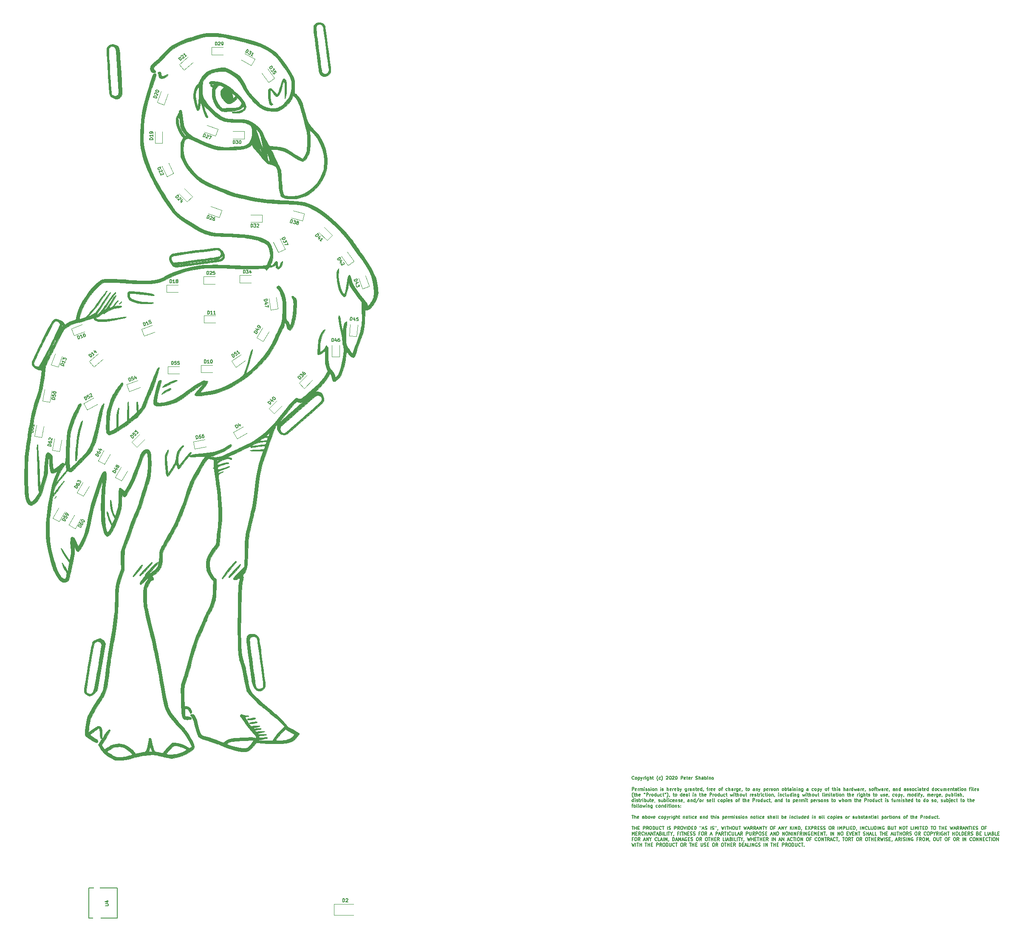
<source format=gto>
G04 #@! TF.GenerationSoftware,KiCad,Pcbnew,(5.1.5)-3*
G04 #@! TF.CreationDate,2020-02-08T22:33:43-06:00*
G04 #@! TF.ProjectId,tymkrs_Cyphercon_2020_flamingo,74796d6b-7273-45f4-9379-70686572636f,V0*
G04 #@! TF.SameCoordinates,Original*
G04 #@! TF.FileFunction,Legend,Top*
G04 #@! TF.FilePolarity,Positive*
%FSLAX46Y46*%
G04 Gerber Fmt 4.6, Leading zero omitted, Abs format (unit mm)*
G04 Created by KiCad (PCBNEW (5.1.5)-3) date 2020-02-08 22:33:43*
%MOMM*%
%LPD*%
G04 APERTURE LIST*
%ADD10C,0.158750*%
%ADD11C,0.120000*%
%ADD12C,0.010000*%
%ADD13C,0.150000*%
%ADD14C,0.100000*%
%ADD15C,1.574800*%
%ADD16R,1.574800X1.574800*%
%ADD17C,1.828800*%
%ADD18R,1.828800X1.828800*%
G04 APERTURE END LIST*
D10*
X209913235Y-167660410D02*
X209882997Y-167690648D01*
X209792282Y-167720886D01*
X209731806Y-167720886D01*
X209641092Y-167690648D01*
X209580616Y-167630172D01*
X209550377Y-167569696D01*
X209520139Y-167448744D01*
X209520139Y-167358029D01*
X209550377Y-167237077D01*
X209580616Y-167176601D01*
X209641092Y-167116125D01*
X209731806Y-167085886D01*
X209792282Y-167085886D01*
X209882997Y-167116125D01*
X209913235Y-167146363D01*
X210276092Y-167720886D02*
X210215616Y-167690648D01*
X210185377Y-167660410D01*
X210155139Y-167599934D01*
X210155139Y-167418505D01*
X210185377Y-167358029D01*
X210215616Y-167327791D01*
X210276092Y-167297553D01*
X210366806Y-167297553D01*
X210427282Y-167327791D01*
X210457520Y-167358029D01*
X210487758Y-167418505D01*
X210487758Y-167599934D01*
X210457520Y-167660410D01*
X210427282Y-167690648D01*
X210366806Y-167720886D01*
X210276092Y-167720886D01*
X210759901Y-167297553D02*
X210759901Y-167932553D01*
X210759901Y-167327791D02*
X210820377Y-167297553D01*
X210941330Y-167297553D01*
X211001806Y-167327791D01*
X211032044Y-167358029D01*
X211062282Y-167418505D01*
X211062282Y-167599934D01*
X211032044Y-167660410D01*
X211001806Y-167690648D01*
X210941330Y-167720886D01*
X210820377Y-167720886D01*
X210759901Y-167690648D01*
X211273949Y-167297553D02*
X211425139Y-167720886D01*
X211576330Y-167297553D02*
X211425139Y-167720886D01*
X211364663Y-167872077D01*
X211334425Y-167902315D01*
X211273949Y-167932553D01*
X211818235Y-167720886D02*
X211818235Y-167297553D01*
X211818235Y-167418505D02*
X211848473Y-167358029D01*
X211878711Y-167327791D01*
X211939187Y-167297553D01*
X211999663Y-167297553D01*
X212211330Y-167720886D02*
X212211330Y-167297553D01*
X212211330Y-167085886D02*
X212181092Y-167116125D01*
X212211330Y-167146363D01*
X212241568Y-167116125D01*
X212211330Y-167085886D01*
X212211330Y-167146363D01*
X212785854Y-167297553D02*
X212785854Y-167811601D01*
X212755616Y-167872077D01*
X212725377Y-167902315D01*
X212664901Y-167932553D01*
X212574187Y-167932553D01*
X212513711Y-167902315D01*
X212785854Y-167690648D02*
X212725377Y-167720886D01*
X212604425Y-167720886D01*
X212543949Y-167690648D01*
X212513711Y-167660410D01*
X212483473Y-167599934D01*
X212483473Y-167418505D01*
X212513711Y-167358029D01*
X212543949Y-167327791D01*
X212604425Y-167297553D01*
X212725377Y-167297553D01*
X212785854Y-167327791D01*
X213088235Y-167720886D02*
X213088235Y-167085886D01*
X213360377Y-167720886D02*
X213360377Y-167388267D01*
X213330139Y-167327791D01*
X213269663Y-167297553D01*
X213178949Y-167297553D01*
X213118473Y-167327791D01*
X213088235Y-167358029D01*
X213572044Y-167297553D02*
X213813949Y-167297553D01*
X213662758Y-167085886D02*
X213662758Y-167630172D01*
X213692997Y-167690648D01*
X213753473Y-167720886D01*
X213813949Y-167720886D01*
X214690854Y-167962791D02*
X214660616Y-167932553D01*
X214600139Y-167841839D01*
X214569901Y-167781363D01*
X214539663Y-167690648D01*
X214509425Y-167539458D01*
X214509425Y-167418505D01*
X214539663Y-167267315D01*
X214569901Y-167176601D01*
X214600139Y-167116125D01*
X214660616Y-167025410D01*
X214690854Y-166995172D01*
X215204901Y-167690648D02*
X215144425Y-167720886D01*
X215023473Y-167720886D01*
X214962997Y-167690648D01*
X214932758Y-167660410D01*
X214902520Y-167599934D01*
X214902520Y-167418505D01*
X214932758Y-167358029D01*
X214962997Y-167327791D01*
X215023473Y-167297553D01*
X215144425Y-167297553D01*
X215204901Y-167327791D01*
X215416568Y-167962791D02*
X215446806Y-167932553D01*
X215507282Y-167841839D01*
X215537520Y-167781363D01*
X215567758Y-167690648D01*
X215597997Y-167539458D01*
X215597997Y-167418505D01*
X215567758Y-167267315D01*
X215537520Y-167176601D01*
X215507282Y-167116125D01*
X215446806Y-167025410D01*
X215416568Y-166995172D01*
X216353949Y-167146363D02*
X216384187Y-167116125D01*
X216444663Y-167085886D01*
X216595854Y-167085886D01*
X216656330Y-167116125D01*
X216686568Y-167146363D01*
X216716806Y-167206839D01*
X216716806Y-167267315D01*
X216686568Y-167358029D01*
X216323711Y-167720886D01*
X216716806Y-167720886D01*
X217109901Y-167085886D02*
X217170377Y-167085886D01*
X217230854Y-167116125D01*
X217261092Y-167146363D01*
X217291330Y-167206839D01*
X217321568Y-167327791D01*
X217321568Y-167478982D01*
X217291330Y-167599934D01*
X217261092Y-167660410D01*
X217230854Y-167690648D01*
X217170377Y-167720886D01*
X217109901Y-167720886D01*
X217049425Y-167690648D01*
X217019187Y-167660410D01*
X216988949Y-167599934D01*
X216958711Y-167478982D01*
X216958711Y-167327791D01*
X216988949Y-167206839D01*
X217019187Y-167146363D01*
X217049425Y-167116125D01*
X217109901Y-167085886D01*
X217563473Y-167146363D02*
X217593711Y-167116125D01*
X217654187Y-167085886D01*
X217805377Y-167085886D01*
X217865854Y-167116125D01*
X217896092Y-167146363D01*
X217926330Y-167206839D01*
X217926330Y-167267315D01*
X217896092Y-167358029D01*
X217533235Y-167720886D01*
X217926330Y-167720886D01*
X218319425Y-167085886D02*
X218379901Y-167085886D01*
X218440377Y-167116125D01*
X218470616Y-167146363D01*
X218500854Y-167206839D01*
X218531092Y-167327791D01*
X218531092Y-167478982D01*
X218500854Y-167599934D01*
X218470616Y-167660410D01*
X218440377Y-167690648D01*
X218379901Y-167720886D01*
X218319425Y-167720886D01*
X218258949Y-167690648D01*
X218228711Y-167660410D01*
X218198473Y-167599934D01*
X218168235Y-167478982D01*
X218168235Y-167327791D01*
X218198473Y-167206839D01*
X218228711Y-167146363D01*
X218258949Y-167116125D01*
X218319425Y-167085886D01*
X219287044Y-167720886D02*
X219287044Y-167085886D01*
X219528949Y-167085886D01*
X219589425Y-167116125D01*
X219619663Y-167146363D01*
X219649901Y-167206839D01*
X219649901Y-167297553D01*
X219619663Y-167358029D01*
X219589425Y-167388267D01*
X219528949Y-167418505D01*
X219287044Y-167418505D01*
X220163949Y-167690648D02*
X220103473Y-167720886D01*
X219982520Y-167720886D01*
X219922044Y-167690648D01*
X219891806Y-167630172D01*
X219891806Y-167388267D01*
X219922044Y-167327791D01*
X219982520Y-167297553D01*
X220103473Y-167297553D01*
X220163949Y-167327791D01*
X220194187Y-167388267D01*
X220194187Y-167448744D01*
X219891806Y-167509220D01*
X220375616Y-167297553D02*
X220617520Y-167297553D01*
X220466330Y-167085886D02*
X220466330Y-167630172D01*
X220496568Y-167690648D01*
X220557044Y-167720886D01*
X220617520Y-167720886D01*
X221071092Y-167690648D02*
X221010616Y-167720886D01*
X220889663Y-167720886D01*
X220829187Y-167690648D01*
X220798949Y-167630172D01*
X220798949Y-167388267D01*
X220829187Y-167327791D01*
X220889663Y-167297553D01*
X221010616Y-167297553D01*
X221071092Y-167327791D01*
X221101330Y-167388267D01*
X221101330Y-167448744D01*
X220798949Y-167509220D01*
X221373473Y-167720886D02*
X221373473Y-167297553D01*
X221373473Y-167418505D02*
X221403711Y-167358029D01*
X221433949Y-167327791D01*
X221494425Y-167297553D01*
X221554901Y-167297553D01*
X222220139Y-167690648D02*
X222310854Y-167720886D01*
X222462044Y-167720886D01*
X222522520Y-167690648D01*
X222552758Y-167660410D01*
X222582997Y-167599934D01*
X222582997Y-167539458D01*
X222552758Y-167478982D01*
X222522520Y-167448744D01*
X222462044Y-167418505D01*
X222341092Y-167388267D01*
X222280616Y-167358029D01*
X222250377Y-167327791D01*
X222220139Y-167267315D01*
X222220139Y-167206839D01*
X222250377Y-167146363D01*
X222280616Y-167116125D01*
X222341092Y-167085886D01*
X222492282Y-167085886D01*
X222582997Y-167116125D01*
X222855139Y-167720886D02*
X222855139Y-167085886D01*
X223127282Y-167720886D02*
X223127282Y-167388267D01*
X223097044Y-167327791D01*
X223036568Y-167297553D01*
X222945854Y-167297553D01*
X222885377Y-167327791D01*
X222855139Y-167358029D01*
X223701806Y-167720886D02*
X223701806Y-167388267D01*
X223671568Y-167327791D01*
X223611092Y-167297553D01*
X223490139Y-167297553D01*
X223429663Y-167327791D01*
X223701806Y-167690648D02*
X223641330Y-167720886D01*
X223490139Y-167720886D01*
X223429663Y-167690648D01*
X223399425Y-167630172D01*
X223399425Y-167569696D01*
X223429663Y-167509220D01*
X223490139Y-167478982D01*
X223641330Y-167478982D01*
X223701806Y-167448744D01*
X224004187Y-167720886D02*
X224004187Y-167085886D01*
X224004187Y-167327791D02*
X224064663Y-167297553D01*
X224185616Y-167297553D01*
X224246092Y-167327791D01*
X224276330Y-167358029D01*
X224306568Y-167418505D01*
X224306568Y-167599934D01*
X224276330Y-167660410D01*
X224246092Y-167690648D01*
X224185616Y-167720886D01*
X224064663Y-167720886D01*
X224004187Y-167690648D01*
X224578711Y-167720886D02*
X224578711Y-167297553D01*
X224578711Y-167085886D02*
X224548473Y-167116125D01*
X224578711Y-167146363D01*
X224608949Y-167116125D01*
X224578711Y-167085886D01*
X224578711Y-167146363D01*
X224881092Y-167297553D02*
X224881092Y-167720886D01*
X224881092Y-167358029D02*
X224911330Y-167327791D01*
X224971806Y-167297553D01*
X225062520Y-167297553D01*
X225122997Y-167327791D01*
X225153235Y-167388267D01*
X225153235Y-167720886D01*
X225546330Y-167720886D02*
X225485854Y-167690648D01*
X225455616Y-167660410D01*
X225425377Y-167599934D01*
X225425377Y-167418505D01*
X225455616Y-167358029D01*
X225485854Y-167327791D01*
X225546330Y-167297553D01*
X225637044Y-167297553D01*
X225697520Y-167327791D01*
X225727758Y-167358029D01*
X225757997Y-167418505D01*
X225757997Y-167599934D01*
X225727758Y-167660410D01*
X225697520Y-167690648D01*
X225637044Y-167720886D01*
X225546330Y-167720886D01*
X209550377Y-169943386D02*
X209550377Y-169308386D01*
X209792282Y-169308386D01*
X209852758Y-169338625D01*
X209882997Y-169368863D01*
X209913235Y-169429339D01*
X209913235Y-169520053D01*
X209882997Y-169580529D01*
X209852758Y-169610767D01*
X209792282Y-169641005D01*
X209550377Y-169641005D01*
X210427282Y-169913148D02*
X210366806Y-169943386D01*
X210245854Y-169943386D01*
X210185377Y-169913148D01*
X210155139Y-169852672D01*
X210155139Y-169610767D01*
X210185377Y-169550291D01*
X210245854Y-169520053D01*
X210366806Y-169520053D01*
X210427282Y-169550291D01*
X210457520Y-169610767D01*
X210457520Y-169671244D01*
X210155139Y-169731720D01*
X210729663Y-169943386D02*
X210729663Y-169520053D01*
X210729663Y-169641005D02*
X210759901Y-169580529D01*
X210790139Y-169550291D01*
X210850616Y-169520053D01*
X210911092Y-169520053D01*
X211122758Y-169943386D02*
X211122758Y-169520053D01*
X211122758Y-169580529D02*
X211152997Y-169550291D01*
X211213473Y-169520053D01*
X211304187Y-169520053D01*
X211364663Y-169550291D01*
X211394901Y-169610767D01*
X211394901Y-169943386D01*
X211394901Y-169610767D02*
X211425139Y-169550291D01*
X211485616Y-169520053D01*
X211576330Y-169520053D01*
X211636806Y-169550291D01*
X211667044Y-169610767D01*
X211667044Y-169943386D01*
X211969425Y-169943386D02*
X211969425Y-169520053D01*
X211969425Y-169308386D02*
X211939187Y-169338625D01*
X211969425Y-169368863D01*
X211999663Y-169338625D01*
X211969425Y-169308386D01*
X211969425Y-169368863D01*
X212241568Y-169913148D02*
X212302044Y-169943386D01*
X212422997Y-169943386D01*
X212483473Y-169913148D01*
X212513711Y-169852672D01*
X212513711Y-169822434D01*
X212483473Y-169761958D01*
X212422997Y-169731720D01*
X212332282Y-169731720D01*
X212271806Y-169701482D01*
X212241568Y-169641005D01*
X212241568Y-169610767D01*
X212271806Y-169550291D01*
X212332282Y-169520053D01*
X212422997Y-169520053D01*
X212483473Y-169550291D01*
X212755616Y-169913148D02*
X212816092Y-169943386D01*
X212937044Y-169943386D01*
X212997520Y-169913148D01*
X213027758Y-169852672D01*
X213027758Y-169822434D01*
X212997520Y-169761958D01*
X212937044Y-169731720D01*
X212846330Y-169731720D01*
X212785854Y-169701482D01*
X212755616Y-169641005D01*
X212755616Y-169610767D01*
X212785854Y-169550291D01*
X212846330Y-169520053D01*
X212937044Y-169520053D01*
X212997520Y-169550291D01*
X213299901Y-169943386D02*
X213299901Y-169520053D01*
X213299901Y-169308386D02*
X213269663Y-169338625D01*
X213299901Y-169368863D01*
X213330139Y-169338625D01*
X213299901Y-169308386D01*
X213299901Y-169368863D01*
X213692997Y-169943386D02*
X213632520Y-169913148D01*
X213602282Y-169882910D01*
X213572044Y-169822434D01*
X213572044Y-169641005D01*
X213602282Y-169580529D01*
X213632520Y-169550291D01*
X213692997Y-169520053D01*
X213783711Y-169520053D01*
X213844187Y-169550291D01*
X213874425Y-169580529D01*
X213904663Y-169641005D01*
X213904663Y-169822434D01*
X213874425Y-169882910D01*
X213844187Y-169913148D01*
X213783711Y-169943386D01*
X213692997Y-169943386D01*
X214176806Y-169520053D02*
X214176806Y-169943386D01*
X214176806Y-169580529D02*
X214207044Y-169550291D01*
X214267520Y-169520053D01*
X214358235Y-169520053D01*
X214418711Y-169550291D01*
X214448949Y-169610767D01*
X214448949Y-169943386D01*
X215235139Y-169943386D02*
X215235139Y-169520053D01*
X215235139Y-169308386D02*
X215204901Y-169338625D01*
X215235139Y-169368863D01*
X215265377Y-169338625D01*
X215235139Y-169308386D01*
X215235139Y-169368863D01*
X215507282Y-169913148D02*
X215567758Y-169943386D01*
X215688711Y-169943386D01*
X215749187Y-169913148D01*
X215779425Y-169852672D01*
X215779425Y-169822434D01*
X215749187Y-169761958D01*
X215688711Y-169731720D01*
X215597997Y-169731720D01*
X215537520Y-169701482D01*
X215507282Y-169641005D01*
X215507282Y-169610767D01*
X215537520Y-169550291D01*
X215597997Y-169520053D01*
X215688711Y-169520053D01*
X215749187Y-169550291D01*
X216535377Y-169943386D02*
X216535377Y-169308386D01*
X216807520Y-169943386D02*
X216807520Y-169610767D01*
X216777282Y-169550291D01*
X216716806Y-169520053D01*
X216626092Y-169520053D01*
X216565616Y-169550291D01*
X216535377Y-169580529D01*
X217351806Y-169913148D02*
X217291330Y-169943386D01*
X217170377Y-169943386D01*
X217109901Y-169913148D01*
X217079663Y-169852672D01*
X217079663Y-169610767D01*
X217109901Y-169550291D01*
X217170377Y-169520053D01*
X217291330Y-169520053D01*
X217351806Y-169550291D01*
X217382044Y-169610767D01*
X217382044Y-169671244D01*
X217079663Y-169731720D01*
X217654187Y-169943386D02*
X217654187Y-169520053D01*
X217654187Y-169641005D02*
X217684425Y-169580529D01*
X217714663Y-169550291D01*
X217775139Y-169520053D01*
X217835616Y-169520053D01*
X218289187Y-169913148D02*
X218228711Y-169943386D01*
X218107758Y-169943386D01*
X218047282Y-169913148D01*
X218017044Y-169852672D01*
X218017044Y-169610767D01*
X218047282Y-169550291D01*
X218107758Y-169520053D01*
X218228711Y-169520053D01*
X218289187Y-169550291D01*
X218319425Y-169610767D01*
X218319425Y-169671244D01*
X218017044Y-169731720D01*
X218591568Y-169943386D02*
X218591568Y-169308386D01*
X218591568Y-169550291D02*
X218652044Y-169520053D01*
X218772997Y-169520053D01*
X218833473Y-169550291D01*
X218863711Y-169580529D01*
X218893949Y-169641005D01*
X218893949Y-169822434D01*
X218863711Y-169882910D01*
X218833473Y-169913148D01*
X218772997Y-169943386D01*
X218652044Y-169943386D01*
X218591568Y-169913148D01*
X219105616Y-169520053D02*
X219256806Y-169943386D01*
X219407997Y-169520053D02*
X219256806Y-169943386D01*
X219196330Y-170094577D01*
X219166092Y-170124815D01*
X219105616Y-170155053D01*
X220405854Y-169520053D02*
X220405854Y-170034101D01*
X220375616Y-170094577D01*
X220345377Y-170124815D01*
X220284901Y-170155053D01*
X220194187Y-170155053D01*
X220133711Y-170124815D01*
X220405854Y-169913148D02*
X220345377Y-169943386D01*
X220224425Y-169943386D01*
X220163949Y-169913148D01*
X220133711Y-169882910D01*
X220103473Y-169822434D01*
X220103473Y-169641005D01*
X220133711Y-169580529D01*
X220163949Y-169550291D01*
X220224425Y-169520053D01*
X220345377Y-169520053D01*
X220405854Y-169550291D01*
X220708235Y-169943386D02*
X220708235Y-169520053D01*
X220708235Y-169641005D02*
X220738473Y-169580529D01*
X220768711Y-169550291D01*
X220829187Y-169520053D01*
X220889663Y-169520053D01*
X221373473Y-169943386D02*
X221373473Y-169610767D01*
X221343235Y-169550291D01*
X221282758Y-169520053D01*
X221161806Y-169520053D01*
X221101330Y-169550291D01*
X221373473Y-169913148D02*
X221312997Y-169943386D01*
X221161806Y-169943386D01*
X221101330Y-169913148D01*
X221071092Y-169852672D01*
X221071092Y-169792196D01*
X221101330Y-169731720D01*
X221161806Y-169701482D01*
X221312997Y-169701482D01*
X221373473Y-169671244D01*
X221675854Y-169520053D02*
X221675854Y-169943386D01*
X221675854Y-169580529D02*
X221706092Y-169550291D01*
X221766568Y-169520053D01*
X221857282Y-169520053D01*
X221917758Y-169550291D01*
X221947997Y-169610767D01*
X221947997Y-169943386D01*
X222159663Y-169520053D02*
X222401568Y-169520053D01*
X222250377Y-169308386D02*
X222250377Y-169852672D01*
X222280616Y-169913148D01*
X222341092Y-169943386D01*
X222401568Y-169943386D01*
X222855139Y-169913148D02*
X222794663Y-169943386D01*
X222673711Y-169943386D01*
X222613235Y-169913148D01*
X222582997Y-169852672D01*
X222582997Y-169610767D01*
X222613235Y-169550291D01*
X222673711Y-169520053D01*
X222794663Y-169520053D01*
X222855139Y-169550291D01*
X222885377Y-169610767D01*
X222885377Y-169671244D01*
X222582997Y-169731720D01*
X223429663Y-169943386D02*
X223429663Y-169308386D01*
X223429663Y-169913148D02*
X223369187Y-169943386D01*
X223248235Y-169943386D01*
X223187758Y-169913148D01*
X223157520Y-169882910D01*
X223127282Y-169822434D01*
X223127282Y-169641005D01*
X223157520Y-169580529D01*
X223187758Y-169550291D01*
X223248235Y-169520053D01*
X223369187Y-169520053D01*
X223429663Y-169550291D01*
X223762282Y-169913148D02*
X223762282Y-169943386D01*
X223732044Y-170003863D01*
X223701806Y-170034101D01*
X224427520Y-169520053D02*
X224669425Y-169520053D01*
X224518235Y-169943386D02*
X224518235Y-169399101D01*
X224548473Y-169338625D01*
X224608949Y-169308386D01*
X224669425Y-169308386D01*
X224881092Y-169943386D02*
X224881092Y-169520053D01*
X224881092Y-169641005D02*
X224911330Y-169580529D01*
X224941568Y-169550291D01*
X225002044Y-169520053D01*
X225062520Y-169520053D01*
X225516092Y-169913148D02*
X225455616Y-169943386D01*
X225334663Y-169943386D01*
X225274187Y-169913148D01*
X225243949Y-169852672D01*
X225243949Y-169610767D01*
X225274187Y-169550291D01*
X225334663Y-169520053D01*
X225455616Y-169520053D01*
X225516092Y-169550291D01*
X225546330Y-169610767D01*
X225546330Y-169671244D01*
X225243949Y-169731720D01*
X226060377Y-169913148D02*
X225999901Y-169943386D01*
X225878949Y-169943386D01*
X225818473Y-169913148D01*
X225788235Y-169852672D01*
X225788235Y-169610767D01*
X225818473Y-169550291D01*
X225878949Y-169520053D01*
X225999901Y-169520053D01*
X226060377Y-169550291D01*
X226090616Y-169610767D01*
X226090616Y-169671244D01*
X225788235Y-169731720D01*
X226937282Y-169943386D02*
X226876806Y-169913148D01*
X226846568Y-169882910D01*
X226816330Y-169822434D01*
X226816330Y-169641005D01*
X226846568Y-169580529D01*
X226876806Y-169550291D01*
X226937282Y-169520053D01*
X227027997Y-169520053D01*
X227088473Y-169550291D01*
X227118711Y-169580529D01*
X227148949Y-169641005D01*
X227148949Y-169822434D01*
X227118711Y-169882910D01*
X227088473Y-169913148D01*
X227027997Y-169943386D01*
X226937282Y-169943386D01*
X227330377Y-169520053D02*
X227572282Y-169520053D01*
X227421092Y-169943386D02*
X227421092Y-169399101D01*
X227451330Y-169338625D01*
X227511806Y-169308386D01*
X227572282Y-169308386D01*
X228539901Y-169913148D02*
X228479425Y-169943386D01*
X228358473Y-169943386D01*
X228297997Y-169913148D01*
X228267758Y-169882910D01*
X228237520Y-169822434D01*
X228237520Y-169641005D01*
X228267758Y-169580529D01*
X228297997Y-169550291D01*
X228358473Y-169520053D01*
X228479425Y-169520053D01*
X228539901Y-169550291D01*
X228812044Y-169943386D02*
X228812044Y-169308386D01*
X229084187Y-169943386D02*
X229084187Y-169610767D01*
X229053949Y-169550291D01*
X228993473Y-169520053D01*
X228902758Y-169520053D01*
X228842282Y-169550291D01*
X228812044Y-169580529D01*
X229658711Y-169943386D02*
X229658711Y-169610767D01*
X229628473Y-169550291D01*
X229567997Y-169520053D01*
X229447044Y-169520053D01*
X229386568Y-169550291D01*
X229658711Y-169913148D02*
X229598235Y-169943386D01*
X229447044Y-169943386D01*
X229386568Y-169913148D01*
X229356330Y-169852672D01*
X229356330Y-169792196D01*
X229386568Y-169731720D01*
X229447044Y-169701482D01*
X229598235Y-169701482D01*
X229658711Y-169671244D01*
X229961092Y-169943386D02*
X229961092Y-169520053D01*
X229961092Y-169641005D02*
X229991330Y-169580529D01*
X230021568Y-169550291D01*
X230082044Y-169520053D01*
X230142520Y-169520053D01*
X230626330Y-169520053D02*
X230626330Y-170034101D01*
X230596092Y-170094577D01*
X230565854Y-170124815D01*
X230505377Y-170155053D01*
X230414663Y-170155053D01*
X230354187Y-170124815D01*
X230626330Y-169913148D02*
X230565854Y-169943386D01*
X230444901Y-169943386D01*
X230384425Y-169913148D01*
X230354187Y-169882910D01*
X230323949Y-169822434D01*
X230323949Y-169641005D01*
X230354187Y-169580529D01*
X230384425Y-169550291D01*
X230444901Y-169520053D01*
X230565854Y-169520053D01*
X230626330Y-169550291D01*
X231170616Y-169913148D02*
X231110139Y-169943386D01*
X230989187Y-169943386D01*
X230928711Y-169913148D01*
X230898473Y-169852672D01*
X230898473Y-169610767D01*
X230928711Y-169550291D01*
X230989187Y-169520053D01*
X231110139Y-169520053D01*
X231170616Y-169550291D01*
X231200854Y-169610767D01*
X231200854Y-169671244D01*
X230898473Y-169731720D01*
X231503235Y-169913148D02*
X231503235Y-169943386D01*
X231472997Y-170003863D01*
X231442758Y-170034101D01*
X232168473Y-169520053D02*
X232410377Y-169520053D01*
X232259187Y-169308386D02*
X232259187Y-169852672D01*
X232289425Y-169913148D01*
X232349901Y-169943386D01*
X232410377Y-169943386D01*
X232712758Y-169943386D02*
X232652282Y-169913148D01*
X232622044Y-169882910D01*
X232591806Y-169822434D01*
X232591806Y-169641005D01*
X232622044Y-169580529D01*
X232652282Y-169550291D01*
X232712758Y-169520053D01*
X232803473Y-169520053D01*
X232863949Y-169550291D01*
X232894187Y-169580529D01*
X232924425Y-169641005D01*
X232924425Y-169822434D01*
X232894187Y-169882910D01*
X232863949Y-169913148D01*
X232803473Y-169943386D01*
X232712758Y-169943386D01*
X233952520Y-169943386D02*
X233952520Y-169610767D01*
X233922282Y-169550291D01*
X233861806Y-169520053D01*
X233740854Y-169520053D01*
X233680377Y-169550291D01*
X233952520Y-169913148D02*
X233892044Y-169943386D01*
X233740854Y-169943386D01*
X233680377Y-169913148D01*
X233650139Y-169852672D01*
X233650139Y-169792196D01*
X233680377Y-169731720D01*
X233740854Y-169701482D01*
X233892044Y-169701482D01*
X233952520Y-169671244D01*
X234254901Y-169520053D02*
X234254901Y-169943386D01*
X234254901Y-169580529D02*
X234285139Y-169550291D01*
X234345616Y-169520053D01*
X234436330Y-169520053D01*
X234496806Y-169550291D01*
X234527044Y-169610767D01*
X234527044Y-169943386D01*
X234768949Y-169520053D02*
X234920139Y-169943386D01*
X235071330Y-169520053D02*
X234920139Y-169943386D01*
X234859663Y-170094577D01*
X234829425Y-170124815D01*
X234768949Y-170155053D01*
X235797044Y-169520053D02*
X235797044Y-170155053D01*
X235797044Y-169550291D02*
X235857520Y-169520053D01*
X235978473Y-169520053D01*
X236038949Y-169550291D01*
X236069187Y-169580529D01*
X236099425Y-169641005D01*
X236099425Y-169822434D01*
X236069187Y-169882910D01*
X236038949Y-169913148D01*
X235978473Y-169943386D01*
X235857520Y-169943386D01*
X235797044Y-169913148D01*
X236613473Y-169913148D02*
X236552997Y-169943386D01*
X236432044Y-169943386D01*
X236371568Y-169913148D01*
X236341330Y-169852672D01*
X236341330Y-169610767D01*
X236371568Y-169550291D01*
X236432044Y-169520053D01*
X236552997Y-169520053D01*
X236613473Y-169550291D01*
X236643711Y-169610767D01*
X236643711Y-169671244D01*
X236341330Y-169731720D01*
X236915854Y-169943386D02*
X236915854Y-169520053D01*
X236915854Y-169641005D02*
X236946092Y-169580529D01*
X236976330Y-169550291D01*
X237036806Y-169520053D01*
X237097282Y-169520053D01*
X237278711Y-169913148D02*
X237339187Y-169943386D01*
X237460139Y-169943386D01*
X237520616Y-169913148D01*
X237550854Y-169852672D01*
X237550854Y-169822434D01*
X237520616Y-169761958D01*
X237460139Y-169731720D01*
X237369425Y-169731720D01*
X237308949Y-169701482D01*
X237278711Y-169641005D01*
X237278711Y-169610767D01*
X237308949Y-169550291D01*
X237369425Y-169520053D01*
X237460139Y-169520053D01*
X237520616Y-169550291D01*
X237913711Y-169943386D02*
X237853235Y-169913148D01*
X237822997Y-169882910D01*
X237792758Y-169822434D01*
X237792758Y-169641005D01*
X237822997Y-169580529D01*
X237853235Y-169550291D01*
X237913711Y-169520053D01*
X238004425Y-169520053D01*
X238064901Y-169550291D01*
X238095139Y-169580529D01*
X238125377Y-169641005D01*
X238125377Y-169822434D01*
X238095139Y-169882910D01*
X238064901Y-169913148D01*
X238004425Y-169943386D01*
X237913711Y-169943386D01*
X238397520Y-169520053D02*
X238397520Y-169943386D01*
X238397520Y-169580529D02*
X238427758Y-169550291D01*
X238488235Y-169520053D01*
X238578949Y-169520053D01*
X238639425Y-169550291D01*
X238669663Y-169610767D01*
X238669663Y-169943386D01*
X239546568Y-169943386D02*
X239486092Y-169913148D01*
X239455854Y-169882910D01*
X239425616Y-169822434D01*
X239425616Y-169641005D01*
X239455854Y-169580529D01*
X239486092Y-169550291D01*
X239546568Y-169520053D01*
X239637282Y-169520053D01*
X239697758Y-169550291D01*
X239727997Y-169580529D01*
X239758235Y-169641005D01*
X239758235Y-169822434D01*
X239727997Y-169882910D01*
X239697758Y-169913148D01*
X239637282Y-169943386D01*
X239546568Y-169943386D01*
X240030377Y-169943386D02*
X240030377Y-169308386D01*
X240030377Y-169550291D02*
X240090854Y-169520053D01*
X240211806Y-169520053D01*
X240272282Y-169550291D01*
X240302520Y-169580529D01*
X240332758Y-169641005D01*
X240332758Y-169822434D01*
X240302520Y-169882910D01*
X240272282Y-169913148D01*
X240211806Y-169943386D01*
X240090854Y-169943386D01*
X240030377Y-169913148D01*
X240514187Y-169520053D02*
X240756092Y-169520053D01*
X240604901Y-169308386D02*
X240604901Y-169852672D01*
X240635139Y-169913148D01*
X240695616Y-169943386D01*
X240756092Y-169943386D01*
X241239901Y-169943386D02*
X241239901Y-169610767D01*
X241209663Y-169550291D01*
X241149187Y-169520053D01*
X241028235Y-169520053D01*
X240967758Y-169550291D01*
X241239901Y-169913148D02*
X241179425Y-169943386D01*
X241028235Y-169943386D01*
X240967758Y-169913148D01*
X240937520Y-169852672D01*
X240937520Y-169792196D01*
X240967758Y-169731720D01*
X241028235Y-169701482D01*
X241179425Y-169701482D01*
X241239901Y-169671244D01*
X241542282Y-169943386D02*
X241542282Y-169520053D01*
X241542282Y-169308386D02*
X241512044Y-169338625D01*
X241542282Y-169368863D01*
X241572520Y-169338625D01*
X241542282Y-169308386D01*
X241542282Y-169368863D01*
X241844663Y-169520053D02*
X241844663Y-169943386D01*
X241844663Y-169580529D02*
X241874901Y-169550291D01*
X241935377Y-169520053D01*
X242026092Y-169520053D01*
X242086568Y-169550291D01*
X242116806Y-169610767D01*
X242116806Y-169943386D01*
X242419187Y-169943386D02*
X242419187Y-169520053D01*
X242419187Y-169308386D02*
X242388949Y-169338625D01*
X242419187Y-169368863D01*
X242449425Y-169338625D01*
X242419187Y-169308386D01*
X242419187Y-169368863D01*
X242721568Y-169520053D02*
X242721568Y-169943386D01*
X242721568Y-169580529D02*
X242751806Y-169550291D01*
X242812282Y-169520053D01*
X242902997Y-169520053D01*
X242963473Y-169550291D01*
X242993711Y-169610767D01*
X242993711Y-169943386D01*
X243568235Y-169520053D02*
X243568235Y-170034101D01*
X243537997Y-170094577D01*
X243507758Y-170124815D01*
X243447282Y-170155053D01*
X243356568Y-170155053D01*
X243296092Y-170124815D01*
X243568235Y-169913148D02*
X243507758Y-169943386D01*
X243386806Y-169943386D01*
X243326330Y-169913148D01*
X243296092Y-169882910D01*
X243265854Y-169822434D01*
X243265854Y-169641005D01*
X243296092Y-169580529D01*
X243326330Y-169550291D01*
X243386806Y-169520053D01*
X243507758Y-169520053D01*
X243568235Y-169550291D01*
X244626568Y-169943386D02*
X244626568Y-169610767D01*
X244596330Y-169550291D01*
X244535854Y-169520053D01*
X244414901Y-169520053D01*
X244354425Y-169550291D01*
X244626568Y-169913148D02*
X244566092Y-169943386D01*
X244414901Y-169943386D01*
X244354425Y-169913148D01*
X244324187Y-169852672D01*
X244324187Y-169792196D01*
X244354425Y-169731720D01*
X244414901Y-169701482D01*
X244566092Y-169701482D01*
X244626568Y-169671244D01*
X245684901Y-169913148D02*
X245624425Y-169943386D01*
X245503473Y-169943386D01*
X245442997Y-169913148D01*
X245412758Y-169882910D01*
X245382520Y-169822434D01*
X245382520Y-169641005D01*
X245412758Y-169580529D01*
X245442997Y-169550291D01*
X245503473Y-169520053D01*
X245624425Y-169520053D01*
X245684901Y-169550291D01*
X246047758Y-169943386D02*
X245987282Y-169913148D01*
X245957044Y-169882910D01*
X245926806Y-169822434D01*
X245926806Y-169641005D01*
X245957044Y-169580529D01*
X245987282Y-169550291D01*
X246047758Y-169520053D01*
X246138473Y-169520053D01*
X246198949Y-169550291D01*
X246229187Y-169580529D01*
X246259425Y-169641005D01*
X246259425Y-169822434D01*
X246229187Y-169882910D01*
X246198949Y-169913148D01*
X246138473Y-169943386D01*
X246047758Y-169943386D01*
X246531568Y-169520053D02*
X246531568Y-170155053D01*
X246531568Y-169550291D02*
X246592044Y-169520053D01*
X246712997Y-169520053D01*
X246773473Y-169550291D01*
X246803711Y-169580529D01*
X246833949Y-169641005D01*
X246833949Y-169822434D01*
X246803711Y-169882910D01*
X246773473Y-169913148D01*
X246712997Y-169943386D01*
X246592044Y-169943386D01*
X246531568Y-169913148D01*
X247045616Y-169520053D02*
X247196806Y-169943386D01*
X247347997Y-169520053D02*
X247196806Y-169943386D01*
X247136330Y-170094577D01*
X247106092Y-170124815D01*
X247045616Y-170155053D01*
X248164425Y-169943386D02*
X248103949Y-169913148D01*
X248073711Y-169882910D01*
X248043473Y-169822434D01*
X248043473Y-169641005D01*
X248073711Y-169580529D01*
X248103949Y-169550291D01*
X248164425Y-169520053D01*
X248255139Y-169520053D01*
X248315616Y-169550291D01*
X248345854Y-169580529D01*
X248376092Y-169641005D01*
X248376092Y-169822434D01*
X248345854Y-169882910D01*
X248315616Y-169913148D01*
X248255139Y-169943386D01*
X248164425Y-169943386D01*
X248557520Y-169520053D02*
X248799425Y-169520053D01*
X248648235Y-169943386D02*
X248648235Y-169399101D01*
X248678473Y-169338625D01*
X248738949Y-169308386D01*
X248799425Y-169308386D01*
X249404187Y-169520053D02*
X249646092Y-169520053D01*
X249494901Y-169308386D02*
X249494901Y-169852672D01*
X249525139Y-169913148D01*
X249585616Y-169943386D01*
X249646092Y-169943386D01*
X249857758Y-169943386D02*
X249857758Y-169308386D01*
X250129901Y-169943386D02*
X250129901Y-169610767D01*
X250099663Y-169550291D01*
X250039187Y-169520053D01*
X249948473Y-169520053D01*
X249887997Y-169550291D01*
X249857758Y-169580529D01*
X250432282Y-169943386D02*
X250432282Y-169520053D01*
X250432282Y-169308386D02*
X250402044Y-169338625D01*
X250432282Y-169368863D01*
X250462520Y-169338625D01*
X250432282Y-169308386D01*
X250432282Y-169368863D01*
X250704425Y-169913148D02*
X250764901Y-169943386D01*
X250885854Y-169943386D01*
X250946330Y-169913148D01*
X250976568Y-169852672D01*
X250976568Y-169822434D01*
X250946330Y-169761958D01*
X250885854Y-169731720D01*
X250795139Y-169731720D01*
X250734663Y-169701482D01*
X250704425Y-169641005D01*
X250704425Y-169610767D01*
X250734663Y-169550291D01*
X250795139Y-169520053D01*
X250885854Y-169520053D01*
X250946330Y-169550291D01*
X251732520Y-169943386D02*
X251732520Y-169308386D01*
X252004663Y-169943386D02*
X252004663Y-169610767D01*
X251974425Y-169550291D01*
X251913949Y-169520053D01*
X251823235Y-169520053D01*
X251762758Y-169550291D01*
X251732520Y-169580529D01*
X252579187Y-169943386D02*
X252579187Y-169610767D01*
X252548949Y-169550291D01*
X252488473Y-169520053D01*
X252367520Y-169520053D01*
X252307044Y-169550291D01*
X252579187Y-169913148D02*
X252518711Y-169943386D01*
X252367520Y-169943386D01*
X252307044Y-169913148D01*
X252276806Y-169852672D01*
X252276806Y-169792196D01*
X252307044Y-169731720D01*
X252367520Y-169701482D01*
X252518711Y-169701482D01*
X252579187Y-169671244D01*
X252881568Y-169943386D02*
X252881568Y-169520053D01*
X252881568Y-169641005D02*
X252911806Y-169580529D01*
X252942044Y-169550291D01*
X253002520Y-169520053D01*
X253062997Y-169520053D01*
X253546806Y-169943386D02*
X253546806Y-169308386D01*
X253546806Y-169913148D02*
X253486330Y-169943386D01*
X253365377Y-169943386D01*
X253304901Y-169913148D01*
X253274663Y-169882910D01*
X253244425Y-169822434D01*
X253244425Y-169641005D01*
X253274663Y-169580529D01*
X253304901Y-169550291D01*
X253365377Y-169520053D01*
X253486330Y-169520053D01*
X253546806Y-169550291D01*
X253788711Y-169520053D02*
X253909663Y-169943386D01*
X254030616Y-169641005D01*
X254151568Y-169943386D01*
X254272520Y-169520053D01*
X254786568Y-169943386D02*
X254786568Y-169610767D01*
X254756330Y-169550291D01*
X254695854Y-169520053D01*
X254574901Y-169520053D01*
X254514425Y-169550291D01*
X254786568Y-169913148D02*
X254726092Y-169943386D01*
X254574901Y-169943386D01*
X254514425Y-169913148D01*
X254484187Y-169852672D01*
X254484187Y-169792196D01*
X254514425Y-169731720D01*
X254574901Y-169701482D01*
X254726092Y-169701482D01*
X254786568Y-169671244D01*
X255088949Y-169943386D02*
X255088949Y-169520053D01*
X255088949Y-169641005D02*
X255119187Y-169580529D01*
X255149425Y-169550291D01*
X255209901Y-169520053D01*
X255270377Y-169520053D01*
X255723949Y-169913148D02*
X255663473Y-169943386D01*
X255542520Y-169943386D01*
X255482044Y-169913148D01*
X255451806Y-169852672D01*
X255451806Y-169610767D01*
X255482044Y-169550291D01*
X255542520Y-169520053D01*
X255663473Y-169520053D01*
X255723949Y-169550291D01*
X255754187Y-169610767D01*
X255754187Y-169671244D01*
X255451806Y-169731720D01*
X256056568Y-169913148D02*
X256056568Y-169943386D01*
X256026330Y-170003863D01*
X255996092Y-170034101D01*
X256782282Y-169913148D02*
X256842758Y-169943386D01*
X256963711Y-169943386D01*
X257024187Y-169913148D01*
X257054425Y-169852672D01*
X257054425Y-169822434D01*
X257024187Y-169761958D01*
X256963711Y-169731720D01*
X256872997Y-169731720D01*
X256812520Y-169701482D01*
X256782282Y-169641005D01*
X256782282Y-169610767D01*
X256812520Y-169550291D01*
X256872997Y-169520053D01*
X256963711Y-169520053D01*
X257024187Y-169550291D01*
X257417282Y-169943386D02*
X257356806Y-169913148D01*
X257326568Y-169882910D01*
X257296330Y-169822434D01*
X257296330Y-169641005D01*
X257326568Y-169580529D01*
X257356806Y-169550291D01*
X257417282Y-169520053D01*
X257507997Y-169520053D01*
X257568473Y-169550291D01*
X257598711Y-169580529D01*
X257628949Y-169641005D01*
X257628949Y-169822434D01*
X257598711Y-169882910D01*
X257568473Y-169913148D01*
X257507997Y-169943386D01*
X257417282Y-169943386D01*
X257810377Y-169520053D02*
X258052282Y-169520053D01*
X257901092Y-169943386D02*
X257901092Y-169399101D01*
X257931330Y-169338625D01*
X257991806Y-169308386D01*
X258052282Y-169308386D01*
X258173235Y-169520053D02*
X258415139Y-169520053D01*
X258263949Y-169308386D02*
X258263949Y-169852672D01*
X258294187Y-169913148D01*
X258354663Y-169943386D01*
X258415139Y-169943386D01*
X258566330Y-169520053D02*
X258687282Y-169943386D01*
X258808235Y-169641005D01*
X258929187Y-169943386D01*
X259050139Y-169520053D01*
X259564187Y-169943386D02*
X259564187Y-169610767D01*
X259533949Y-169550291D01*
X259473473Y-169520053D01*
X259352520Y-169520053D01*
X259292044Y-169550291D01*
X259564187Y-169913148D02*
X259503711Y-169943386D01*
X259352520Y-169943386D01*
X259292044Y-169913148D01*
X259261806Y-169852672D01*
X259261806Y-169792196D01*
X259292044Y-169731720D01*
X259352520Y-169701482D01*
X259503711Y-169701482D01*
X259564187Y-169671244D01*
X259866568Y-169943386D02*
X259866568Y-169520053D01*
X259866568Y-169641005D02*
X259896806Y-169580529D01*
X259927044Y-169550291D01*
X259987520Y-169520053D01*
X260047997Y-169520053D01*
X260501568Y-169913148D02*
X260441092Y-169943386D01*
X260320139Y-169943386D01*
X260259663Y-169913148D01*
X260229425Y-169852672D01*
X260229425Y-169610767D01*
X260259663Y-169550291D01*
X260320139Y-169520053D01*
X260441092Y-169520053D01*
X260501568Y-169550291D01*
X260531806Y-169610767D01*
X260531806Y-169671244D01*
X260229425Y-169731720D01*
X260834187Y-169913148D02*
X260834187Y-169943386D01*
X260803949Y-170003863D01*
X260773711Y-170034101D01*
X261862282Y-169943386D02*
X261862282Y-169610767D01*
X261832044Y-169550291D01*
X261771568Y-169520053D01*
X261650616Y-169520053D01*
X261590139Y-169550291D01*
X261862282Y-169913148D02*
X261801806Y-169943386D01*
X261650616Y-169943386D01*
X261590139Y-169913148D01*
X261559901Y-169852672D01*
X261559901Y-169792196D01*
X261590139Y-169731720D01*
X261650616Y-169701482D01*
X261801806Y-169701482D01*
X261862282Y-169671244D01*
X262164663Y-169520053D02*
X262164663Y-169943386D01*
X262164663Y-169580529D02*
X262194901Y-169550291D01*
X262255377Y-169520053D01*
X262346092Y-169520053D01*
X262406568Y-169550291D01*
X262436806Y-169610767D01*
X262436806Y-169943386D01*
X263011330Y-169943386D02*
X263011330Y-169308386D01*
X263011330Y-169913148D02*
X262950854Y-169943386D01*
X262829901Y-169943386D01*
X262769425Y-169913148D01*
X262739187Y-169882910D01*
X262708949Y-169822434D01*
X262708949Y-169641005D01*
X262739187Y-169580529D01*
X262769425Y-169550291D01*
X262829901Y-169520053D01*
X262950854Y-169520053D01*
X263011330Y-169550291D01*
X264069663Y-169943386D02*
X264069663Y-169610767D01*
X264039425Y-169550291D01*
X263978949Y-169520053D01*
X263857997Y-169520053D01*
X263797520Y-169550291D01*
X264069663Y-169913148D02*
X264009187Y-169943386D01*
X263857997Y-169943386D01*
X263797520Y-169913148D01*
X263767282Y-169852672D01*
X263767282Y-169792196D01*
X263797520Y-169731720D01*
X263857997Y-169701482D01*
X264009187Y-169701482D01*
X264069663Y-169671244D01*
X264341806Y-169913148D02*
X264402282Y-169943386D01*
X264523235Y-169943386D01*
X264583711Y-169913148D01*
X264613949Y-169852672D01*
X264613949Y-169822434D01*
X264583711Y-169761958D01*
X264523235Y-169731720D01*
X264432520Y-169731720D01*
X264372044Y-169701482D01*
X264341806Y-169641005D01*
X264341806Y-169610767D01*
X264372044Y-169550291D01*
X264432520Y-169520053D01*
X264523235Y-169520053D01*
X264583711Y-169550291D01*
X264855854Y-169913148D02*
X264916330Y-169943386D01*
X265037282Y-169943386D01*
X265097758Y-169913148D01*
X265127997Y-169852672D01*
X265127997Y-169822434D01*
X265097758Y-169761958D01*
X265037282Y-169731720D01*
X264946568Y-169731720D01*
X264886092Y-169701482D01*
X264855854Y-169641005D01*
X264855854Y-169610767D01*
X264886092Y-169550291D01*
X264946568Y-169520053D01*
X265037282Y-169520053D01*
X265097758Y-169550291D01*
X265490854Y-169943386D02*
X265430377Y-169913148D01*
X265400139Y-169882910D01*
X265369901Y-169822434D01*
X265369901Y-169641005D01*
X265400139Y-169580529D01*
X265430377Y-169550291D01*
X265490854Y-169520053D01*
X265581568Y-169520053D01*
X265642044Y-169550291D01*
X265672282Y-169580529D01*
X265702520Y-169641005D01*
X265702520Y-169822434D01*
X265672282Y-169882910D01*
X265642044Y-169913148D01*
X265581568Y-169943386D01*
X265490854Y-169943386D01*
X266246806Y-169913148D02*
X266186330Y-169943386D01*
X266065377Y-169943386D01*
X266004901Y-169913148D01*
X265974663Y-169882910D01*
X265944425Y-169822434D01*
X265944425Y-169641005D01*
X265974663Y-169580529D01*
X266004901Y-169550291D01*
X266065377Y-169520053D01*
X266186330Y-169520053D01*
X266246806Y-169550291D01*
X266518949Y-169943386D02*
X266518949Y-169520053D01*
X266518949Y-169308386D02*
X266488711Y-169338625D01*
X266518949Y-169368863D01*
X266549187Y-169338625D01*
X266518949Y-169308386D01*
X266518949Y-169368863D01*
X267093473Y-169943386D02*
X267093473Y-169610767D01*
X267063235Y-169550291D01*
X267002758Y-169520053D01*
X266881806Y-169520053D01*
X266821330Y-169550291D01*
X267093473Y-169913148D02*
X267032997Y-169943386D01*
X266881806Y-169943386D01*
X266821330Y-169913148D01*
X266791092Y-169852672D01*
X266791092Y-169792196D01*
X266821330Y-169731720D01*
X266881806Y-169701482D01*
X267032997Y-169701482D01*
X267093473Y-169671244D01*
X267305139Y-169520053D02*
X267547044Y-169520053D01*
X267395854Y-169308386D02*
X267395854Y-169852672D01*
X267426092Y-169913148D01*
X267486568Y-169943386D01*
X267547044Y-169943386D01*
X268000616Y-169913148D02*
X267940139Y-169943386D01*
X267819187Y-169943386D01*
X267758711Y-169913148D01*
X267728473Y-169852672D01*
X267728473Y-169610767D01*
X267758711Y-169550291D01*
X267819187Y-169520053D01*
X267940139Y-169520053D01*
X268000616Y-169550291D01*
X268030854Y-169610767D01*
X268030854Y-169671244D01*
X267728473Y-169731720D01*
X268575139Y-169943386D02*
X268575139Y-169308386D01*
X268575139Y-169913148D02*
X268514663Y-169943386D01*
X268393711Y-169943386D01*
X268333235Y-169913148D01*
X268302997Y-169882910D01*
X268272758Y-169822434D01*
X268272758Y-169641005D01*
X268302997Y-169580529D01*
X268333235Y-169550291D01*
X268393711Y-169520053D01*
X268514663Y-169520053D01*
X268575139Y-169550291D01*
X269633473Y-169943386D02*
X269633473Y-169308386D01*
X269633473Y-169913148D02*
X269572997Y-169943386D01*
X269452044Y-169943386D01*
X269391568Y-169913148D01*
X269361330Y-169882910D01*
X269331092Y-169822434D01*
X269331092Y-169641005D01*
X269361330Y-169580529D01*
X269391568Y-169550291D01*
X269452044Y-169520053D01*
X269572997Y-169520053D01*
X269633473Y-169550291D01*
X270026568Y-169943386D02*
X269966092Y-169913148D01*
X269935854Y-169882910D01*
X269905616Y-169822434D01*
X269905616Y-169641005D01*
X269935854Y-169580529D01*
X269966092Y-169550291D01*
X270026568Y-169520053D01*
X270117282Y-169520053D01*
X270177758Y-169550291D01*
X270207997Y-169580529D01*
X270238235Y-169641005D01*
X270238235Y-169822434D01*
X270207997Y-169882910D01*
X270177758Y-169913148D01*
X270117282Y-169943386D01*
X270026568Y-169943386D01*
X270782520Y-169913148D02*
X270722044Y-169943386D01*
X270601092Y-169943386D01*
X270540616Y-169913148D01*
X270510377Y-169882910D01*
X270480139Y-169822434D01*
X270480139Y-169641005D01*
X270510377Y-169580529D01*
X270540616Y-169550291D01*
X270601092Y-169520053D01*
X270722044Y-169520053D01*
X270782520Y-169550291D01*
X271326806Y-169520053D02*
X271326806Y-169943386D01*
X271054663Y-169520053D02*
X271054663Y-169852672D01*
X271084901Y-169913148D01*
X271145377Y-169943386D01*
X271236092Y-169943386D01*
X271296568Y-169913148D01*
X271326806Y-169882910D01*
X271629187Y-169943386D02*
X271629187Y-169520053D01*
X271629187Y-169580529D02*
X271659425Y-169550291D01*
X271719901Y-169520053D01*
X271810616Y-169520053D01*
X271871092Y-169550291D01*
X271901330Y-169610767D01*
X271901330Y-169943386D01*
X271901330Y-169610767D02*
X271931568Y-169550291D01*
X271992044Y-169520053D01*
X272082758Y-169520053D01*
X272143235Y-169550291D01*
X272173473Y-169610767D01*
X272173473Y-169943386D01*
X272717758Y-169913148D02*
X272657282Y-169943386D01*
X272536330Y-169943386D01*
X272475854Y-169913148D01*
X272445616Y-169852672D01*
X272445616Y-169610767D01*
X272475854Y-169550291D01*
X272536330Y-169520053D01*
X272657282Y-169520053D01*
X272717758Y-169550291D01*
X272747997Y-169610767D01*
X272747997Y-169671244D01*
X272445616Y-169731720D01*
X273020139Y-169520053D02*
X273020139Y-169943386D01*
X273020139Y-169580529D02*
X273050377Y-169550291D01*
X273110854Y-169520053D01*
X273201568Y-169520053D01*
X273262044Y-169550291D01*
X273292282Y-169610767D01*
X273292282Y-169943386D01*
X273503949Y-169520053D02*
X273745854Y-169520053D01*
X273594663Y-169308386D02*
X273594663Y-169852672D01*
X273624901Y-169913148D01*
X273685377Y-169943386D01*
X273745854Y-169943386D01*
X274229663Y-169943386D02*
X274229663Y-169610767D01*
X274199425Y-169550291D01*
X274138949Y-169520053D01*
X274017997Y-169520053D01*
X273957520Y-169550291D01*
X274229663Y-169913148D02*
X274169187Y-169943386D01*
X274017997Y-169943386D01*
X273957520Y-169913148D01*
X273927282Y-169852672D01*
X273927282Y-169792196D01*
X273957520Y-169731720D01*
X274017997Y-169701482D01*
X274169187Y-169701482D01*
X274229663Y-169671244D01*
X274441330Y-169520053D02*
X274683235Y-169520053D01*
X274532044Y-169308386D02*
X274532044Y-169852672D01*
X274562282Y-169913148D01*
X274622758Y-169943386D01*
X274683235Y-169943386D01*
X274894901Y-169943386D02*
X274894901Y-169520053D01*
X274894901Y-169308386D02*
X274864663Y-169338625D01*
X274894901Y-169368863D01*
X274925139Y-169338625D01*
X274894901Y-169308386D01*
X274894901Y-169368863D01*
X275287997Y-169943386D02*
X275227520Y-169913148D01*
X275197282Y-169882910D01*
X275167044Y-169822434D01*
X275167044Y-169641005D01*
X275197282Y-169580529D01*
X275227520Y-169550291D01*
X275287997Y-169520053D01*
X275378711Y-169520053D01*
X275439187Y-169550291D01*
X275469425Y-169580529D01*
X275499663Y-169641005D01*
X275499663Y-169822434D01*
X275469425Y-169882910D01*
X275439187Y-169913148D01*
X275378711Y-169943386D01*
X275287997Y-169943386D01*
X275771806Y-169520053D02*
X275771806Y-169943386D01*
X275771806Y-169580529D02*
X275802044Y-169550291D01*
X275862520Y-169520053D01*
X275953235Y-169520053D01*
X276013711Y-169550291D01*
X276043949Y-169610767D01*
X276043949Y-169943386D01*
X276739425Y-169520053D02*
X276981330Y-169520053D01*
X276830139Y-169943386D02*
X276830139Y-169399101D01*
X276860377Y-169338625D01*
X276920854Y-169308386D01*
X276981330Y-169308386D01*
X277192997Y-169943386D02*
X277192997Y-169520053D01*
X277192997Y-169308386D02*
X277162758Y-169338625D01*
X277192997Y-169368863D01*
X277223235Y-169338625D01*
X277192997Y-169308386D01*
X277192997Y-169368863D01*
X277586092Y-169943386D02*
X277525616Y-169913148D01*
X277495377Y-169852672D01*
X277495377Y-169308386D01*
X278069901Y-169913148D02*
X278009425Y-169943386D01*
X277888473Y-169943386D01*
X277827997Y-169913148D01*
X277797758Y-169852672D01*
X277797758Y-169610767D01*
X277827997Y-169550291D01*
X277888473Y-169520053D01*
X278009425Y-169520053D01*
X278069901Y-169550291D01*
X278100139Y-169610767D01*
X278100139Y-169671244D01*
X277797758Y-169731720D01*
X278342044Y-169913148D02*
X278402520Y-169943386D01*
X278523473Y-169943386D01*
X278583949Y-169913148D01*
X278614187Y-169852672D01*
X278614187Y-169822434D01*
X278583949Y-169761958D01*
X278523473Y-169731720D01*
X278432758Y-169731720D01*
X278372282Y-169701482D01*
X278342044Y-169641005D01*
X278342044Y-169610767D01*
X278372282Y-169550291D01*
X278432758Y-169520053D01*
X278523473Y-169520053D01*
X278583949Y-169550291D01*
X209731806Y-171296541D02*
X209701568Y-171266303D01*
X209641092Y-171175589D01*
X209610854Y-171115113D01*
X209580616Y-171024398D01*
X209550377Y-170873208D01*
X209550377Y-170752255D01*
X209580616Y-170601065D01*
X209610854Y-170510351D01*
X209641092Y-170449875D01*
X209701568Y-170359160D01*
X209731806Y-170328922D01*
X209882997Y-170631303D02*
X210124901Y-170631303D01*
X209973711Y-170419636D02*
X209973711Y-170963922D01*
X210003949Y-171024398D01*
X210064425Y-171054636D01*
X210124901Y-171054636D01*
X210336568Y-171054636D02*
X210336568Y-170419636D01*
X210608711Y-171054636D02*
X210608711Y-170722017D01*
X210578473Y-170661541D01*
X210517997Y-170631303D01*
X210427282Y-170631303D01*
X210366806Y-170661541D01*
X210336568Y-170691779D01*
X211152997Y-171024398D02*
X211092520Y-171054636D01*
X210971568Y-171054636D01*
X210911092Y-171024398D01*
X210880854Y-170963922D01*
X210880854Y-170722017D01*
X210911092Y-170661541D01*
X210971568Y-170631303D01*
X211092520Y-170631303D01*
X211152997Y-170661541D01*
X211183235Y-170722017D01*
X211183235Y-170782494D01*
X210880854Y-170842970D01*
X211908949Y-170419636D02*
X211908949Y-170540589D01*
X212150854Y-170419636D02*
X212150854Y-170540589D01*
X212422997Y-171054636D02*
X212422997Y-170419636D01*
X212664901Y-170419636D01*
X212725377Y-170449875D01*
X212755616Y-170480113D01*
X212785854Y-170540589D01*
X212785854Y-170631303D01*
X212755616Y-170691779D01*
X212725377Y-170722017D01*
X212664901Y-170752255D01*
X212422997Y-170752255D01*
X213057997Y-171054636D02*
X213057997Y-170631303D01*
X213057997Y-170752255D02*
X213088235Y-170691779D01*
X213118473Y-170661541D01*
X213178949Y-170631303D01*
X213239425Y-170631303D01*
X213541806Y-171054636D02*
X213481330Y-171024398D01*
X213451092Y-170994160D01*
X213420854Y-170933684D01*
X213420854Y-170752255D01*
X213451092Y-170691779D01*
X213481330Y-170661541D01*
X213541806Y-170631303D01*
X213632520Y-170631303D01*
X213692997Y-170661541D01*
X213723235Y-170691779D01*
X213753473Y-170752255D01*
X213753473Y-170933684D01*
X213723235Y-170994160D01*
X213692997Y-171024398D01*
X213632520Y-171054636D01*
X213541806Y-171054636D01*
X214297758Y-171054636D02*
X214297758Y-170419636D01*
X214297758Y-171024398D02*
X214237282Y-171054636D01*
X214116330Y-171054636D01*
X214055854Y-171024398D01*
X214025616Y-170994160D01*
X213995377Y-170933684D01*
X213995377Y-170752255D01*
X214025616Y-170691779D01*
X214055854Y-170661541D01*
X214116330Y-170631303D01*
X214237282Y-170631303D01*
X214297758Y-170661541D01*
X214872282Y-170631303D02*
X214872282Y-171054636D01*
X214600139Y-170631303D02*
X214600139Y-170963922D01*
X214630377Y-171024398D01*
X214690854Y-171054636D01*
X214781568Y-171054636D01*
X214842044Y-171024398D01*
X214872282Y-170994160D01*
X215446806Y-171024398D02*
X215386330Y-171054636D01*
X215265377Y-171054636D01*
X215204901Y-171024398D01*
X215174663Y-170994160D01*
X215144425Y-170933684D01*
X215144425Y-170752255D01*
X215174663Y-170691779D01*
X215204901Y-170661541D01*
X215265377Y-170631303D01*
X215386330Y-170631303D01*
X215446806Y-170661541D01*
X215628235Y-170631303D02*
X215870139Y-170631303D01*
X215718949Y-170419636D02*
X215718949Y-170963922D01*
X215749187Y-171024398D01*
X215809663Y-171054636D01*
X215870139Y-171054636D01*
X216051568Y-170419636D02*
X216051568Y-170540589D01*
X216293473Y-170419636D02*
X216293473Y-170540589D01*
X216505139Y-171296541D02*
X216535377Y-171266303D01*
X216595854Y-171175589D01*
X216626092Y-171115113D01*
X216656330Y-171024398D01*
X216686568Y-170873208D01*
X216686568Y-170752255D01*
X216656330Y-170601065D01*
X216626092Y-170510351D01*
X216595854Y-170449875D01*
X216535377Y-170359160D01*
X216505139Y-170328922D01*
X217019187Y-171024398D02*
X217019187Y-171054636D01*
X216988949Y-171115113D01*
X216958711Y-171145351D01*
X217684425Y-170631303D02*
X217926330Y-170631303D01*
X217775139Y-170419636D02*
X217775139Y-170963922D01*
X217805377Y-171024398D01*
X217865854Y-171054636D01*
X217926330Y-171054636D01*
X218228711Y-171054636D02*
X218168235Y-171024398D01*
X218137997Y-170994160D01*
X218107758Y-170933684D01*
X218107758Y-170752255D01*
X218137997Y-170691779D01*
X218168235Y-170661541D01*
X218228711Y-170631303D01*
X218319425Y-170631303D01*
X218379901Y-170661541D01*
X218410139Y-170691779D01*
X218440377Y-170752255D01*
X218440377Y-170933684D01*
X218410139Y-170994160D01*
X218379901Y-171024398D01*
X218319425Y-171054636D01*
X218228711Y-171054636D01*
X219468473Y-171054636D02*
X219468473Y-170419636D01*
X219468473Y-171024398D02*
X219407997Y-171054636D01*
X219287044Y-171054636D01*
X219226568Y-171024398D01*
X219196330Y-170994160D01*
X219166092Y-170933684D01*
X219166092Y-170752255D01*
X219196330Y-170691779D01*
X219226568Y-170661541D01*
X219287044Y-170631303D01*
X219407997Y-170631303D01*
X219468473Y-170661541D01*
X220012758Y-171024398D02*
X219952282Y-171054636D01*
X219831330Y-171054636D01*
X219770854Y-171024398D01*
X219740616Y-170963922D01*
X219740616Y-170722017D01*
X219770854Y-170661541D01*
X219831330Y-170631303D01*
X219952282Y-170631303D01*
X220012758Y-170661541D01*
X220042997Y-170722017D01*
X220042997Y-170782494D01*
X219740616Y-170842970D01*
X220587282Y-171054636D02*
X220587282Y-170722017D01*
X220557044Y-170661541D01*
X220496568Y-170631303D01*
X220375616Y-170631303D01*
X220315139Y-170661541D01*
X220587282Y-171024398D02*
X220526806Y-171054636D01*
X220375616Y-171054636D01*
X220315139Y-171024398D01*
X220284901Y-170963922D01*
X220284901Y-170903446D01*
X220315139Y-170842970D01*
X220375616Y-170812732D01*
X220526806Y-170812732D01*
X220587282Y-170782494D01*
X220980377Y-171054636D02*
X220919901Y-171024398D01*
X220889663Y-170963922D01*
X220889663Y-170419636D01*
X221706092Y-171054636D02*
X221706092Y-170631303D01*
X221706092Y-170419636D02*
X221675854Y-170449875D01*
X221706092Y-170480113D01*
X221736330Y-170449875D01*
X221706092Y-170419636D01*
X221706092Y-170480113D01*
X222008473Y-170631303D02*
X222008473Y-171054636D01*
X222008473Y-170691779D02*
X222038711Y-170661541D01*
X222099187Y-170631303D01*
X222189901Y-170631303D01*
X222250377Y-170661541D01*
X222280616Y-170722017D01*
X222280616Y-171054636D01*
X222976092Y-170631303D02*
X223217997Y-170631303D01*
X223066806Y-170419636D02*
X223066806Y-170963922D01*
X223097044Y-171024398D01*
X223157520Y-171054636D01*
X223217997Y-171054636D01*
X223429663Y-171054636D02*
X223429663Y-170419636D01*
X223701806Y-171054636D02*
X223701806Y-170722017D01*
X223671568Y-170661541D01*
X223611092Y-170631303D01*
X223520377Y-170631303D01*
X223459901Y-170661541D01*
X223429663Y-170691779D01*
X224246092Y-171024398D02*
X224185616Y-171054636D01*
X224064663Y-171054636D01*
X224004187Y-171024398D01*
X223973949Y-170963922D01*
X223973949Y-170722017D01*
X224004187Y-170661541D01*
X224064663Y-170631303D01*
X224185616Y-170631303D01*
X224246092Y-170661541D01*
X224276330Y-170722017D01*
X224276330Y-170782494D01*
X223973949Y-170842970D01*
X225032282Y-171054636D02*
X225032282Y-170419636D01*
X225274187Y-170419636D01*
X225334663Y-170449875D01*
X225364901Y-170480113D01*
X225395139Y-170540589D01*
X225395139Y-170631303D01*
X225364901Y-170691779D01*
X225334663Y-170722017D01*
X225274187Y-170752255D01*
X225032282Y-170752255D01*
X225667282Y-171054636D02*
X225667282Y-170631303D01*
X225667282Y-170752255D02*
X225697520Y-170691779D01*
X225727758Y-170661541D01*
X225788235Y-170631303D01*
X225848711Y-170631303D01*
X226151092Y-171054636D02*
X226090616Y-171024398D01*
X226060377Y-170994160D01*
X226030139Y-170933684D01*
X226030139Y-170752255D01*
X226060377Y-170691779D01*
X226090616Y-170661541D01*
X226151092Y-170631303D01*
X226241806Y-170631303D01*
X226302282Y-170661541D01*
X226332520Y-170691779D01*
X226362758Y-170752255D01*
X226362758Y-170933684D01*
X226332520Y-170994160D01*
X226302282Y-171024398D01*
X226241806Y-171054636D01*
X226151092Y-171054636D01*
X226907044Y-171054636D02*
X226907044Y-170419636D01*
X226907044Y-171024398D02*
X226846568Y-171054636D01*
X226725616Y-171054636D01*
X226665139Y-171024398D01*
X226634901Y-170994160D01*
X226604663Y-170933684D01*
X226604663Y-170752255D01*
X226634901Y-170691779D01*
X226665139Y-170661541D01*
X226725616Y-170631303D01*
X226846568Y-170631303D01*
X226907044Y-170661541D01*
X227481568Y-170631303D02*
X227481568Y-171054636D01*
X227209425Y-170631303D02*
X227209425Y-170963922D01*
X227239663Y-171024398D01*
X227300139Y-171054636D01*
X227390854Y-171054636D01*
X227451330Y-171024398D01*
X227481568Y-170994160D01*
X228056092Y-171024398D02*
X227995616Y-171054636D01*
X227874663Y-171054636D01*
X227814187Y-171024398D01*
X227783949Y-170994160D01*
X227753711Y-170933684D01*
X227753711Y-170752255D01*
X227783949Y-170691779D01*
X227814187Y-170661541D01*
X227874663Y-170631303D01*
X227995616Y-170631303D01*
X228056092Y-170661541D01*
X228237520Y-170631303D02*
X228479425Y-170631303D01*
X228328235Y-170419636D02*
X228328235Y-170963922D01*
X228358473Y-171024398D01*
X228418949Y-171054636D01*
X228479425Y-171054636D01*
X229114425Y-170631303D02*
X229235377Y-171054636D01*
X229356330Y-170752255D01*
X229477282Y-171054636D01*
X229598235Y-170631303D01*
X229840139Y-171054636D02*
X229840139Y-170631303D01*
X229840139Y-170419636D02*
X229809901Y-170449875D01*
X229840139Y-170480113D01*
X229870377Y-170449875D01*
X229840139Y-170419636D01*
X229840139Y-170480113D01*
X230051806Y-170631303D02*
X230293711Y-170631303D01*
X230142520Y-170419636D02*
X230142520Y-170963922D01*
X230172758Y-171024398D01*
X230233235Y-171054636D01*
X230293711Y-171054636D01*
X230505377Y-171054636D02*
X230505377Y-170419636D01*
X230777520Y-171054636D02*
X230777520Y-170722017D01*
X230747282Y-170661541D01*
X230686806Y-170631303D01*
X230596092Y-170631303D01*
X230535616Y-170661541D01*
X230505377Y-170691779D01*
X231170616Y-171054636D02*
X231110139Y-171024398D01*
X231079901Y-170994160D01*
X231049663Y-170933684D01*
X231049663Y-170752255D01*
X231079901Y-170691779D01*
X231110139Y-170661541D01*
X231170616Y-170631303D01*
X231261330Y-170631303D01*
X231321806Y-170661541D01*
X231352044Y-170691779D01*
X231382282Y-170752255D01*
X231382282Y-170933684D01*
X231352044Y-170994160D01*
X231321806Y-171024398D01*
X231261330Y-171054636D01*
X231170616Y-171054636D01*
X231926568Y-170631303D02*
X231926568Y-171054636D01*
X231654425Y-170631303D02*
X231654425Y-170963922D01*
X231684663Y-171024398D01*
X231745139Y-171054636D01*
X231835854Y-171054636D01*
X231896330Y-171024398D01*
X231926568Y-170994160D01*
X232138235Y-170631303D02*
X232380139Y-170631303D01*
X232228949Y-170419636D02*
X232228949Y-170963922D01*
X232259187Y-171024398D01*
X232319663Y-171054636D01*
X232380139Y-171054636D01*
X233075616Y-171054636D02*
X233075616Y-170631303D01*
X233075616Y-170752255D02*
X233105854Y-170691779D01*
X233136092Y-170661541D01*
X233196568Y-170631303D01*
X233257044Y-170631303D01*
X233710616Y-171024398D02*
X233650139Y-171054636D01*
X233529187Y-171054636D01*
X233468711Y-171024398D01*
X233438473Y-170963922D01*
X233438473Y-170722017D01*
X233468711Y-170661541D01*
X233529187Y-170631303D01*
X233650139Y-170631303D01*
X233710616Y-170661541D01*
X233740854Y-170722017D01*
X233740854Y-170782494D01*
X233438473Y-170842970D01*
X233982758Y-171024398D02*
X234043235Y-171054636D01*
X234164187Y-171054636D01*
X234224663Y-171024398D01*
X234254901Y-170963922D01*
X234254901Y-170933684D01*
X234224663Y-170873208D01*
X234164187Y-170842970D01*
X234073473Y-170842970D01*
X234012997Y-170812732D01*
X233982758Y-170752255D01*
X233982758Y-170722017D01*
X234012997Y-170661541D01*
X234073473Y-170631303D01*
X234164187Y-170631303D01*
X234224663Y-170661541D01*
X234436330Y-170631303D02*
X234678235Y-170631303D01*
X234527044Y-170419636D02*
X234527044Y-170963922D01*
X234557282Y-171024398D01*
X234617758Y-171054636D01*
X234678235Y-171054636D01*
X234889901Y-171054636D02*
X234889901Y-170631303D01*
X234889901Y-170752255D02*
X234920139Y-170691779D01*
X234950377Y-170661541D01*
X235010854Y-170631303D01*
X235071330Y-170631303D01*
X235282997Y-171054636D02*
X235282997Y-170631303D01*
X235282997Y-170419636D02*
X235252758Y-170449875D01*
X235282997Y-170480113D01*
X235313235Y-170449875D01*
X235282997Y-170419636D01*
X235282997Y-170480113D01*
X235857520Y-171024398D02*
X235797044Y-171054636D01*
X235676092Y-171054636D01*
X235615616Y-171024398D01*
X235585377Y-170994160D01*
X235555139Y-170933684D01*
X235555139Y-170752255D01*
X235585377Y-170691779D01*
X235615616Y-170661541D01*
X235676092Y-170631303D01*
X235797044Y-170631303D01*
X235857520Y-170661541D01*
X236038949Y-170631303D02*
X236280854Y-170631303D01*
X236129663Y-170419636D02*
X236129663Y-170963922D01*
X236159901Y-171024398D01*
X236220377Y-171054636D01*
X236280854Y-171054636D01*
X236492520Y-171054636D02*
X236492520Y-170631303D01*
X236492520Y-170419636D02*
X236462282Y-170449875D01*
X236492520Y-170480113D01*
X236522758Y-170449875D01*
X236492520Y-170419636D01*
X236492520Y-170480113D01*
X236885616Y-171054636D02*
X236825139Y-171024398D01*
X236794901Y-170994160D01*
X236764663Y-170933684D01*
X236764663Y-170752255D01*
X236794901Y-170691779D01*
X236825139Y-170661541D01*
X236885616Y-170631303D01*
X236976330Y-170631303D01*
X237036806Y-170661541D01*
X237067044Y-170691779D01*
X237097282Y-170752255D01*
X237097282Y-170933684D01*
X237067044Y-170994160D01*
X237036806Y-171024398D01*
X236976330Y-171054636D01*
X236885616Y-171054636D01*
X237369425Y-170631303D02*
X237369425Y-171054636D01*
X237369425Y-170691779D02*
X237399663Y-170661541D01*
X237460139Y-170631303D01*
X237550854Y-170631303D01*
X237611330Y-170661541D01*
X237641568Y-170722017D01*
X237641568Y-171054636D01*
X237974187Y-171024398D02*
X237974187Y-171054636D01*
X237943949Y-171115113D01*
X237913711Y-171145351D01*
X238730139Y-171054636D02*
X238730139Y-170631303D01*
X238730139Y-170419636D02*
X238699901Y-170449875D01*
X238730139Y-170480113D01*
X238760377Y-170449875D01*
X238730139Y-170419636D01*
X238730139Y-170480113D01*
X239032520Y-170631303D02*
X239032520Y-171054636D01*
X239032520Y-170691779D02*
X239062758Y-170661541D01*
X239123235Y-170631303D01*
X239213949Y-170631303D01*
X239274425Y-170661541D01*
X239304663Y-170722017D01*
X239304663Y-171054636D01*
X239879187Y-171024398D02*
X239818711Y-171054636D01*
X239697758Y-171054636D01*
X239637282Y-171024398D01*
X239607044Y-170994160D01*
X239576806Y-170933684D01*
X239576806Y-170752255D01*
X239607044Y-170691779D01*
X239637282Y-170661541D01*
X239697758Y-170631303D01*
X239818711Y-170631303D01*
X239879187Y-170661541D01*
X240242044Y-171054636D02*
X240181568Y-171024398D01*
X240151330Y-170963922D01*
X240151330Y-170419636D01*
X240756092Y-170631303D02*
X240756092Y-171054636D01*
X240483949Y-170631303D02*
X240483949Y-170963922D01*
X240514187Y-171024398D01*
X240574663Y-171054636D01*
X240665377Y-171054636D01*
X240725854Y-171024398D01*
X240756092Y-170994160D01*
X241330616Y-171054636D02*
X241330616Y-170419636D01*
X241330616Y-171024398D02*
X241270139Y-171054636D01*
X241149187Y-171054636D01*
X241088711Y-171024398D01*
X241058473Y-170994160D01*
X241028235Y-170933684D01*
X241028235Y-170752255D01*
X241058473Y-170691779D01*
X241088711Y-170661541D01*
X241149187Y-170631303D01*
X241270139Y-170631303D01*
X241330616Y-170661541D01*
X241632997Y-171054636D02*
X241632997Y-170631303D01*
X241632997Y-170419636D02*
X241602758Y-170449875D01*
X241632997Y-170480113D01*
X241663235Y-170449875D01*
X241632997Y-170419636D01*
X241632997Y-170480113D01*
X241935377Y-170631303D02*
X241935377Y-171054636D01*
X241935377Y-170691779D02*
X241965616Y-170661541D01*
X242026092Y-170631303D01*
X242116806Y-170631303D01*
X242177282Y-170661541D01*
X242207520Y-170722017D01*
X242207520Y-171054636D01*
X242782044Y-170631303D02*
X242782044Y-171145351D01*
X242751806Y-171205827D01*
X242721568Y-171236065D01*
X242661092Y-171266303D01*
X242570377Y-171266303D01*
X242509901Y-171236065D01*
X242782044Y-171024398D02*
X242721568Y-171054636D01*
X242600616Y-171054636D01*
X242540139Y-171024398D01*
X242509901Y-170994160D01*
X242479663Y-170933684D01*
X242479663Y-170752255D01*
X242509901Y-170691779D01*
X242540139Y-170661541D01*
X242600616Y-170631303D01*
X242721568Y-170631303D01*
X242782044Y-170661541D01*
X243507758Y-170631303D02*
X243628711Y-171054636D01*
X243749663Y-170752255D01*
X243870616Y-171054636D01*
X243991568Y-170631303D01*
X244233473Y-171054636D02*
X244233473Y-170631303D01*
X244233473Y-170419636D02*
X244203235Y-170449875D01*
X244233473Y-170480113D01*
X244263711Y-170449875D01*
X244233473Y-170419636D01*
X244233473Y-170480113D01*
X244445139Y-170631303D02*
X244687044Y-170631303D01*
X244535854Y-170419636D02*
X244535854Y-170963922D01*
X244566092Y-171024398D01*
X244626568Y-171054636D01*
X244687044Y-171054636D01*
X244898711Y-171054636D02*
X244898711Y-170419636D01*
X245170854Y-171054636D02*
X245170854Y-170722017D01*
X245140616Y-170661541D01*
X245080139Y-170631303D01*
X244989425Y-170631303D01*
X244928949Y-170661541D01*
X244898711Y-170691779D01*
X245563949Y-171054636D02*
X245503473Y-171024398D01*
X245473235Y-170994160D01*
X245442997Y-170933684D01*
X245442997Y-170752255D01*
X245473235Y-170691779D01*
X245503473Y-170661541D01*
X245563949Y-170631303D01*
X245654663Y-170631303D01*
X245715139Y-170661541D01*
X245745377Y-170691779D01*
X245775616Y-170752255D01*
X245775616Y-170933684D01*
X245745377Y-170994160D01*
X245715139Y-171024398D01*
X245654663Y-171054636D01*
X245563949Y-171054636D01*
X246319901Y-170631303D02*
X246319901Y-171054636D01*
X246047758Y-170631303D02*
X246047758Y-170963922D01*
X246077997Y-171024398D01*
X246138473Y-171054636D01*
X246229187Y-171054636D01*
X246289663Y-171024398D01*
X246319901Y-170994160D01*
X246531568Y-170631303D02*
X246773473Y-170631303D01*
X246622282Y-170419636D02*
X246622282Y-170963922D01*
X246652520Y-171024398D01*
X246712997Y-171054636D01*
X246773473Y-171054636D01*
X247559663Y-171054636D02*
X247499187Y-171024398D01*
X247468949Y-170963922D01*
X247468949Y-170419636D01*
X247801568Y-171054636D02*
X247801568Y-170631303D01*
X247801568Y-170419636D02*
X247771330Y-170449875D01*
X247801568Y-170480113D01*
X247831806Y-170449875D01*
X247801568Y-170419636D01*
X247801568Y-170480113D01*
X248103949Y-171054636D02*
X248103949Y-170631303D01*
X248103949Y-170691779D02*
X248134187Y-170661541D01*
X248194663Y-170631303D01*
X248285377Y-170631303D01*
X248345854Y-170661541D01*
X248376092Y-170722017D01*
X248376092Y-171054636D01*
X248376092Y-170722017D02*
X248406330Y-170661541D01*
X248466806Y-170631303D01*
X248557520Y-170631303D01*
X248617997Y-170661541D01*
X248648235Y-170722017D01*
X248648235Y-171054636D01*
X248950616Y-171054636D02*
X248950616Y-170631303D01*
X248950616Y-170419636D02*
X248920377Y-170449875D01*
X248950616Y-170480113D01*
X248980854Y-170449875D01*
X248950616Y-170419636D01*
X248950616Y-170480113D01*
X249162282Y-170631303D02*
X249404187Y-170631303D01*
X249252997Y-170419636D02*
X249252997Y-170963922D01*
X249283235Y-171024398D01*
X249343711Y-171054636D01*
X249404187Y-171054636D01*
X249887997Y-171054636D02*
X249887997Y-170722017D01*
X249857758Y-170661541D01*
X249797282Y-170631303D01*
X249676330Y-170631303D01*
X249615854Y-170661541D01*
X249887997Y-171024398D02*
X249827520Y-171054636D01*
X249676330Y-171054636D01*
X249615854Y-171024398D01*
X249585616Y-170963922D01*
X249585616Y-170903446D01*
X249615854Y-170842970D01*
X249676330Y-170812732D01*
X249827520Y-170812732D01*
X249887997Y-170782494D01*
X250099663Y-170631303D02*
X250341568Y-170631303D01*
X250190377Y-170419636D02*
X250190377Y-170963922D01*
X250220616Y-171024398D01*
X250281092Y-171054636D01*
X250341568Y-171054636D01*
X250553235Y-171054636D02*
X250553235Y-170631303D01*
X250553235Y-170419636D02*
X250522997Y-170449875D01*
X250553235Y-170480113D01*
X250583473Y-170449875D01*
X250553235Y-170419636D01*
X250553235Y-170480113D01*
X250946330Y-171054636D02*
X250885854Y-171024398D01*
X250855616Y-170994160D01*
X250825377Y-170933684D01*
X250825377Y-170752255D01*
X250855616Y-170691779D01*
X250885854Y-170661541D01*
X250946330Y-170631303D01*
X251037044Y-170631303D01*
X251097520Y-170661541D01*
X251127758Y-170691779D01*
X251157997Y-170752255D01*
X251157997Y-170933684D01*
X251127758Y-170994160D01*
X251097520Y-171024398D01*
X251037044Y-171054636D01*
X250946330Y-171054636D01*
X251430139Y-170631303D02*
X251430139Y-171054636D01*
X251430139Y-170691779D02*
X251460377Y-170661541D01*
X251520854Y-170631303D01*
X251611568Y-170631303D01*
X251672044Y-170661541D01*
X251702282Y-170722017D01*
X251702282Y-171054636D01*
X252397758Y-170631303D02*
X252639663Y-170631303D01*
X252488473Y-170419636D02*
X252488473Y-170963922D01*
X252518711Y-171024398D01*
X252579187Y-171054636D01*
X252639663Y-171054636D01*
X252851330Y-171054636D02*
X252851330Y-170419636D01*
X253123473Y-171054636D02*
X253123473Y-170722017D01*
X253093235Y-170661541D01*
X253032758Y-170631303D01*
X252942044Y-170631303D01*
X252881568Y-170661541D01*
X252851330Y-170691779D01*
X253667758Y-171024398D02*
X253607282Y-171054636D01*
X253486330Y-171054636D01*
X253425854Y-171024398D01*
X253395616Y-170963922D01*
X253395616Y-170722017D01*
X253425854Y-170661541D01*
X253486330Y-170631303D01*
X253607282Y-170631303D01*
X253667758Y-170661541D01*
X253697997Y-170722017D01*
X253697997Y-170782494D01*
X253395616Y-170842970D01*
X254453949Y-171054636D02*
X254453949Y-170631303D01*
X254453949Y-170752255D02*
X254484187Y-170691779D01*
X254514425Y-170661541D01*
X254574901Y-170631303D01*
X254635377Y-170631303D01*
X254847044Y-171054636D02*
X254847044Y-170631303D01*
X254847044Y-170419636D02*
X254816806Y-170449875D01*
X254847044Y-170480113D01*
X254877282Y-170449875D01*
X254847044Y-170419636D01*
X254847044Y-170480113D01*
X255421568Y-170631303D02*
X255421568Y-171145351D01*
X255391330Y-171205827D01*
X255361092Y-171236065D01*
X255300616Y-171266303D01*
X255209901Y-171266303D01*
X255149425Y-171236065D01*
X255421568Y-171024398D02*
X255361092Y-171054636D01*
X255240139Y-171054636D01*
X255179663Y-171024398D01*
X255149425Y-170994160D01*
X255119187Y-170933684D01*
X255119187Y-170752255D01*
X255149425Y-170691779D01*
X255179663Y-170661541D01*
X255240139Y-170631303D01*
X255361092Y-170631303D01*
X255421568Y-170661541D01*
X255723949Y-171054636D02*
X255723949Y-170419636D01*
X255996092Y-171054636D02*
X255996092Y-170722017D01*
X255965854Y-170661541D01*
X255905377Y-170631303D01*
X255814663Y-170631303D01*
X255754187Y-170661541D01*
X255723949Y-170691779D01*
X256207758Y-170631303D02*
X256449663Y-170631303D01*
X256298473Y-170419636D02*
X256298473Y-170963922D01*
X256328711Y-171024398D01*
X256389187Y-171054636D01*
X256449663Y-171054636D01*
X256631092Y-171024398D02*
X256691568Y-171054636D01*
X256812520Y-171054636D01*
X256872997Y-171024398D01*
X256903235Y-170963922D01*
X256903235Y-170933684D01*
X256872997Y-170873208D01*
X256812520Y-170842970D01*
X256721806Y-170842970D01*
X256661330Y-170812732D01*
X256631092Y-170752255D01*
X256631092Y-170722017D01*
X256661330Y-170661541D01*
X256721806Y-170631303D01*
X256812520Y-170631303D01*
X256872997Y-170661541D01*
X257568473Y-170631303D02*
X257810377Y-170631303D01*
X257659187Y-170419636D02*
X257659187Y-170963922D01*
X257689425Y-171024398D01*
X257749901Y-171054636D01*
X257810377Y-171054636D01*
X258112758Y-171054636D02*
X258052282Y-171024398D01*
X258022044Y-170994160D01*
X257991806Y-170933684D01*
X257991806Y-170752255D01*
X258022044Y-170691779D01*
X258052282Y-170661541D01*
X258112758Y-170631303D01*
X258203473Y-170631303D01*
X258263949Y-170661541D01*
X258294187Y-170691779D01*
X258324425Y-170752255D01*
X258324425Y-170933684D01*
X258294187Y-170994160D01*
X258263949Y-171024398D01*
X258203473Y-171054636D01*
X258112758Y-171054636D01*
X259352520Y-170631303D02*
X259352520Y-171054636D01*
X259080377Y-170631303D02*
X259080377Y-170963922D01*
X259110616Y-171024398D01*
X259171092Y-171054636D01*
X259261806Y-171054636D01*
X259322282Y-171024398D01*
X259352520Y-170994160D01*
X259624663Y-171024398D02*
X259685139Y-171054636D01*
X259806092Y-171054636D01*
X259866568Y-171024398D01*
X259896806Y-170963922D01*
X259896806Y-170933684D01*
X259866568Y-170873208D01*
X259806092Y-170842970D01*
X259715377Y-170842970D01*
X259654901Y-170812732D01*
X259624663Y-170752255D01*
X259624663Y-170722017D01*
X259654901Y-170661541D01*
X259715377Y-170631303D01*
X259806092Y-170631303D01*
X259866568Y-170661541D01*
X260410854Y-171024398D02*
X260350377Y-171054636D01*
X260229425Y-171054636D01*
X260168949Y-171024398D01*
X260138711Y-170963922D01*
X260138711Y-170722017D01*
X260168949Y-170661541D01*
X260229425Y-170631303D01*
X260350377Y-170631303D01*
X260410854Y-170661541D01*
X260441092Y-170722017D01*
X260441092Y-170782494D01*
X260138711Y-170842970D01*
X260743473Y-171024398D02*
X260743473Y-171054636D01*
X260713235Y-171115113D01*
X260682997Y-171145351D01*
X261771568Y-171024398D02*
X261711092Y-171054636D01*
X261590139Y-171054636D01*
X261529663Y-171024398D01*
X261499425Y-170994160D01*
X261469187Y-170933684D01*
X261469187Y-170752255D01*
X261499425Y-170691779D01*
X261529663Y-170661541D01*
X261590139Y-170631303D01*
X261711092Y-170631303D01*
X261771568Y-170661541D01*
X262134425Y-171054636D02*
X262073949Y-171024398D01*
X262043711Y-170994160D01*
X262013473Y-170933684D01*
X262013473Y-170752255D01*
X262043711Y-170691779D01*
X262073949Y-170661541D01*
X262134425Y-170631303D01*
X262225139Y-170631303D01*
X262285616Y-170661541D01*
X262315854Y-170691779D01*
X262346092Y-170752255D01*
X262346092Y-170933684D01*
X262315854Y-170994160D01*
X262285616Y-171024398D01*
X262225139Y-171054636D01*
X262134425Y-171054636D01*
X262618235Y-170631303D02*
X262618235Y-171266303D01*
X262618235Y-170661541D02*
X262678711Y-170631303D01*
X262799663Y-170631303D01*
X262860139Y-170661541D01*
X262890377Y-170691779D01*
X262920616Y-170752255D01*
X262920616Y-170933684D01*
X262890377Y-170994160D01*
X262860139Y-171024398D01*
X262799663Y-171054636D01*
X262678711Y-171054636D01*
X262618235Y-171024398D01*
X263132282Y-170631303D02*
X263283473Y-171054636D01*
X263434663Y-170631303D02*
X263283473Y-171054636D01*
X263222997Y-171205827D01*
X263192758Y-171236065D01*
X263132282Y-171266303D01*
X263706806Y-171024398D02*
X263706806Y-171054636D01*
X263676568Y-171115113D01*
X263646330Y-171145351D01*
X264462758Y-171054636D02*
X264462758Y-170631303D01*
X264462758Y-170691779D02*
X264492997Y-170661541D01*
X264553473Y-170631303D01*
X264644187Y-170631303D01*
X264704663Y-170661541D01*
X264734901Y-170722017D01*
X264734901Y-171054636D01*
X264734901Y-170722017D02*
X264765139Y-170661541D01*
X264825616Y-170631303D01*
X264916330Y-170631303D01*
X264976806Y-170661541D01*
X265007044Y-170722017D01*
X265007044Y-171054636D01*
X265400139Y-171054636D02*
X265339663Y-171024398D01*
X265309425Y-170994160D01*
X265279187Y-170933684D01*
X265279187Y-170752255D01*
X265309425Y-170691779D01*
X265339663Y-170661541D01*
X265400139Y-170631303D01*
X265490854Y-170631303D01*
X265551330Y-170661541D01*
X265581568Y-170691779D01*
X265611806Y-170752255D01*
X265611806Y-170933684D01*
X265581568Y-170994160D01*
X265551330Y-171024398D01*
X265490854Y-171054636D01*
X265400139Y-171054636D01*
X266156092Y-171054636D02*
X266156092Y-170419636D01*
X266156092Y-171024398D02*
X266095616Y-171054636D01*
X265974663Y-171054636D01*
X265914187Y-171024398D01*
X265883949Y-170994160D01*
X265853711Y-170933684D01*
X265853711Y-170752255D01*
X265883949Y-170691779D01*
X265914187Y-170661541D01*
X265974663Y-170631303D01*
X266095616Y-170631303D01*
X266156092Y-170661541D01*
X266458473Y-171054636D02*
X266458473Y-170631303D01*
X266458473Y-170419636D02*
X266428235Y-170449875D01*
X266458473Y-170480113D01*
X266488711Y-170449875D01*
X266458473Y-170419636D01*
X266458473Y-170480113D01*
X266670139Y-170631303D02*
X266912044Y-170631303D01*
X266760854Y-171054636D02*
X266760854Y-170510351D01*
X266791092Y-170449875D01*
X266851568Y-170419636D01*
X266912044Y-170419636D01*
X267063235Y-170631303D02*
X267214425Y-171054636D01*
X267365616Y-170631303D02*
X267214425Y-171054636D01*
X267153949Y-171205827D01*
X267123711Y-171236065D01*
X267063235Y-171266303D01*
X267637758Y-171024398D02*
X267637758Y-171054636D01*
X267607520Y-171115113D01*
X267577282Y-171145351D01*
X268393711Y-171054636D02*
X268393711Y-170631303D01*
X268393711Y-170691779D02*
X268423949Y-170661541D01*
X268484425Y-170631303D01*
X268575139Y-170631303D01*
X268635616Y-170661541D01*
X268665854Y-170722017D01*
X268665854Y-171054636D01*
X268665854Y-170722017D02*
X268696092Y-170661541D01*
X268756568Y-170631303D01*
X268847282Y-170631303D01*
X268907758Y-170661541D01*
X268937997Y-170722017D01*
X268937997Y-171054636D01*
X269482282Y-171024398D02*
X269421806Y-171054636D01*
X269300854Y-171054636D01*
X269240377Y-171024398D01*
X269210139Y-170963922D01*
X269210139Y-170722017D01*
X269240377Y-170661541D01*
X269300854Y-170631303D01*
X269421806Y-170631303D01*
X269482282Y-170661541D01*
X269512520Y-170722017D01*
X269512520Y-170782494D01*
X269210139Y-170842970D01*
X269784663Y-171054636D02*
X269784663Y-170631303D01*
X269784663Y-170752255D02*
X269814901Y-170691779D01*
X269845139Y-170661541D01*
X269905616Y-170631303D01*
X269966092Y-170631303D01*
X270449901Y-170631303D02*
X270449901Y-171145351D01*
X270419663Y-171205827D01*
X270389425Y-171236065D01*
X270328949Y-171266303D01*
X270238235Y-171266303D01*
X270177758Y-171236065D01*
X270449901Y-171024398D02*
X270389425Y-171054636D01*
X270268473Y-171054636D01*
X270207997Y-171024398D01*
X270177758Y-170994160D01*
X270147520Y-170933684D01*
X270147520Y-170752255D01*
X270177758Y-170691779D01*
X270207997Y-170661541D01*
X270268473Y-170631303D01*
X270389425Y-170631303D01*
X270449901Y-170661541D01*
X270994187Y-171024398D02*
X270933711Y-171054636D01*
X270812758Y-171054636D01*
X270752282Y-171024398D01*
X270722044Y-170963922D01*
X270722044Y-170722017D01*
X270752282Y-170661541D01*
X270812758Y-170631303D01*
X270933711Y-170631303D01*
X270994187Y-170661541D01*
X271024425Y-170722017D01*
X271024425Y-170782494D01*
X270722044Y-170842970D01*
X271326806Y-171024398D02*
X271326806Y-171054636D01*
X271296568Y-171115113D01*
X271266330Y-171145351D01*
X272082758Y-170631303D02*
X272082758Y-171266303D01*
X272082758Y-170661541D02*
X272143235Y-170631303D01*
X272264187Y-170631303D01*
X272324663Y-170661541D01*
X272354901Y-170691779D01*
X272385139Y-170752255D01*
X272385139Y-170933684D01*
X272354901Y-170994160D01*
X272324663Y-171024398D01*
X272264187Y-171054636D01*
X272143235Y-171054636D01*
X272082758Y-171024398D01*
X272929425Y-170631303D02*
X272929425Y-171054636D01*
X272657282Y-170631303D02*
X272657282Y-170963922D01*
X272687520Y-171024398D01*
X272747997Y-171054636D01*
X272838711Y-171054636D01*
X272899187Y-171024398D01*
X272929425Y-170994160D01*
X273231806Y-171054636D02*
X273231806Y-170419636D01*
X273231806Y-170661541D02*
X273292282Y-170631303D01*
X273413235Y-170631303D01*
X273473711Y-170661541D01*
X273503949Y-170691779D01*
X273534187Y-170752255D01*
X273534187Y-170933684D01*
X273503949Y-170994160D01*
X273473711Y-171024398D01*
X273413235Y-171054636D01*
X273292282Y-171054636D01*
X273231806Y-171024398D01*
X273897044Y-171054636D02*
X273836568Y-171024398D01*
X273806330Y-170963922D01*
X273806330Y-170419636D01*
X274138949Y-171054636D02*
X274138949Y-170631303D01*
X274138949Y-170419636D02*
X274108711Y-170449875D01*
X274138949Y-170480113D01*
X274169187Y-170449875D01*
X274138949Y-170419636D01*
X274138949Y-170480113D01*
X274411092Y-171024398D02*
X274471568Y-171054636D01*
X274592520Y-171054636D01*
X274652997Y-171024398D01*
X274683235Y-170963922D01*
X274683235Y-170933684D01*
X274652997Y-170873208D01*
X274592520Y-170842970D01*
X274501806Y-170842970D01*
X274441330Y-170812732D01*
X274411092Y-170752255D01*
X274411092Y-170722017D01*
X274441330Y-170661541D01*
X274501806Y-170631303D01*
X274592520Y-170631303D01*
X274652997Y-170661541D01*
X274955377Y-171054636D02*
X274955377Y-170419636D01*
X275227520Y-171054636D02*
X275227520Y-170722017D01*
X275197282Y-170661541D01*
X275136806Y-170631303D01*
X275046092Y-170631303D01*
X274985616Y-170661541D01*
X274955377Y-170691779D01*
X275560139Y-171024398D02*
X275560139Y-171054636D01*
X275529901Y-171115113D01*
X275499663Y-171145351D01*
X209822520Y-172165886D02*
X209822520Y-171530886D01*
X209822520Y-172135648D02*
X209762044Y-172165886D01*
X209641092Y-172165886D01*
X209580616Y-172135648D01*
X209550377Y-172105410D01*
X209520139Y-172044934D01*
X209520139Y-171863505D01*
X209550377Y-171803029D01*
X209580616Y-171772791D01*
X209641092Y-171742553D01*
X209762044Y-171742553D01*
X209822520Y-171772791D01*
X210124901Y-172165886D02*
X210124901Y-171742553D01*
X210124901Y-171530886D02*
X210094663Y-171561125D01*
X210124901Y-171591363D01*
X210155139Y-171561125D01*
X210124901Y-171530886D01*
X210124901Y-171591363D01*
X210397044Y-172135648D02*
X210457520Y-172165886D01*
X210578473Y-172165886D01*
X210638949Y-172135648D01*
X210669187Y-172075172D01*
X210669187Y-172044934D01*
X210638949Y-171984458D01*
X210578473Y-171954220D01*
X210487758Y-171954220D01*
X210427282Y-171923982D01*
X210397044Y-171863505D01*
X210397044Y-171833267D01*
X210427282Y-171772791D01*
X210487758Y-171742553D01*
X210578473Y-171742553D01*
X210638949Y-171772791D01*
X210850616Y-171742553D02*
X211092520Y-171742553D01*
X210941330Y-171530886D02*
X210941330Y-172075172D01*
X210971568Y-172135648D01*
X211032044Y-172165886D01*
X211092520Y-172165886D01*
X211304187Y-172165886D02*
X211304187Y-171742553D01*
X211304187Y-171863505D02*
X211334425Y-171803029D01*
X211364663Y-171772791D01*
X211425139Y-171742553D01*
X211485616Y-171742553D01*
X211697282Y-172165886D02*
X211697282Y-171742553D01*
X211697282Y-171530886D02*
X211667044Y-171561125D01*
X211697282Y-171591363D01*
X211727520Y-171561125D01*
X211697282Y-171530886D01*
X211697282Y-171591363D01*
X211999663Y-172165886D02*
X211999663Y-171530886D01*
X211999663Y-171772791D02*
X212060139Y-171742553D01*
X212181092Y-171742553D01*
X212241568Y-171772791D01*
X212271806Y-171803029D01*
X212302044Y-171863505D01*
X212302044Y-172044934D01*
X212271806Y-172105410D01*
X212241568Y-172135648D01*
X212181092Y-172165886D01*
X212060139Y-172165886D01*
X211999663Y-172135648D01*
X212846330Y-171742553D02*
X212846330Y-172165886D01*
X212574187Y-171742553D02*
X212574187Y-172075172D01*
X212604425Y-172135648D01*
X212664901Y-172165886D01*
X212755616Y-172165886D01*
X212816092Y-172135648D01*
X212846330Y-172105410D01*
X213057997Y-171742553D02*
X213299901Y-171742553D01*
X213148711Y-171530886D02*
X213148711Y-172075172D01*
X213178949Y-172135648D01*
X213239425Y-172165886D01*
X213299901Y-172165886D01*
X213753473Y-172135648D02*
X213692997Y-172165886D01*
X213572044Y-172165886D01*
X213511568Y-172135648D01*
X213481330Y-172075172D01*
X213481330Y-171833267D01*
X213511568Y-171772791D01*
X213572044Y-171742553D01*
X213692997Y-171742553D01*
X213753473Y-171772791D01*
X213783711Y-171833267D01*
X213783711Y-171893744D01*
X213481330Y-171954220D01*
X214086092Y-172135648D02*
X214086092Y-172165886D01*
X214055854Y-172226363D01*
X214025616Y-172256601D01*
X214811806Y-172135648D02*
X214872282Y-172165886D01*
X214993235Y-172165886D01*
X215053711Y-172135648D01*
X215083949Y-172075172D01*
X215083949Y-172044934D01*
X215053711Y-171984458D01*
X214993235Y-171954220D01*
X214902520Y-171954220D01*
X214842044Y-171923982D01*
X214811806Y-171863505D01*
X214811806Y-171833267D01*
X214842044Y-171772791D01*
X214902520Y-171742553D01*
X214993235Y-171742553D01*
X215053711Y-171772791D01*
X215628235Y-171742553D02*
X215628235Y-172165886D01*
X215356092Y-171742553D02*
X215356092Y-172075172D01*
X215386330Y-172135648D01*
X215446806Y-172165886D01*
X215537520Y-172165886D01*
X215597997Y-172135648D01*
X215628235Y-172105410D01*
X215930616Y-172165886D02*
X215930616Y-171530886D01*
X215930616Y-171772791D02*
X215991092Y-171742553D01*
X216112044Y-171742553D01*
X216172520Y-171772791D01*
X216202758Y-171803029D01*
X216232997Y-171863505D01*
X216232997Y-172044934D01*
X216202758Y-172105410D01*
X216172520Y-172135648D01*
X216112044Y-172165886D01*
X215991092Y-172165886D01*
X215930616Y-172135648D01*
X216595854Y-172165886D02*
X216535377Y-172135648D01*
X216505139Y-172075172D01*
X216505139Y-171530886D01*
X216837758Y-172165886D02*
X216837758Y-171742553D01*
X216837758Y-171530886D02*
X216807520Y-171561125D01*
X216837758Y-171591363D01*
X216867997Y-171561125D01*
X216837758Y-171530886D01*
X216837758Y-171591363D01*
X217412282Y-172135648D02*
X217351806Y-172165886D01*
X217230854Y-172165886D01*
X217170377Y-172135648D01*
X217140139Y-172105410D01*
X217109901Y-172044934D01*
X217109901Y-171863505D01*
X217140139Y-171803029D01*
X217170377Y-171772791D01*
X217230854Y-171742553D01*
X217351806Y-171742553D01*
X217412282Y-171772791D01*
X217926330Y-172135648D02*
X217865854Y-172165886D01*
X217744901Y-172165886D01*
X217684425Y-172135648D01*
X217654187Y-172075172D01*
X217654187Y-171833267D01*
X217684425Y-171772791D01*
X217744901Y-171742553D01*
X217865854Y-171742553D01*
X217926330Y-171772791D01*
X217956568Y-171833267D01*
X217956568Y-171893744D01*
X217654187Y-171954220D01*
X218228711Y-171742553D02*
X218228711Y-172165886D01*
X218228711Y-171803029D02*
X218258949Y-171772791D01*
X218319425Y-171742553D01*
X218410139Y-171742553D01*
X218470616Y-171772791D01*
X218500854Y-171833267D01*
X218500854Y-172165886D01*
X218772997Y-172135648D02*
X218833473Y-172165886D01*
X218954425Y-172165886D01*
X219014901Y-172135648D01*
X219045139Y-172075172D01*
X219045139Y-172044934D01*
X219014901Y-171984458D01*
X218954425Y-171954220D01*
X218863711Y-171954220D01*
X218803235Y-171923982D01*
X218772997Y-171863505D01*
X218772997Y-171833267D01*
X218803235Y-171772791D01*
X218863711Y-171742553D01*
X218954425Y-171742553D01*
X219014901Y-171772791D01*
X219559187Y-172135648D02*
X219498711Y-172165886D01*
X219377758Y-172165886D01*
X219317282Y-172135648D01*
X219287044Y-172075172D01*
X219287044Y-171833267D01*
X219317282Y-171772791D01*
X219377758Y-171742553D01*
X219498711Y-171742553D01*
X219559187Y-171772791D01*
X219589425Y-171833267D01*
X219589425Y-171893744D01*
X219287044Y-171954220D01*
X219891806Y-172135648D02*
X219891806Y-172165886D01*
X219861568Y-172226363D01*
X219831330Y-172256601D01*
X220919901Y-172165886D02*
X220919901Y-171833267D01*
X220889663Y-171772791D01*
X220829187Y-171742553D01*
X220708235Y-171742553D01*
X220647758Y-171772791D01*
X220919901Y-172135648D02*
X220859425Y-172165886D01*
X220708235Y-172165886D01*
X220647758Y-172135648D01*
X220617520Y-172075172D01*
X220617520Y-172014696D01*
X220647758Y-171954220D01*
X220708235Y-171923982D01*
X220859425Y-171923982D01*
X220919901Y-171893744D01*
X221222282Y-171742553D02*
X221222282Y-172165886D01*
X221222282Y-171803029D02*
X221252520Y-171772791D01*
X221312997Y-171742553D01*
X221403711Y-171742553D01*
X221464187Y-171772791D01*
X221494425Y-171833267D01*
X221494425Y-172165886D01*
X222068949Y-172165886D02*
X222068949Y-171530886D01*
X222068949Y-172135648D02*
X222008473Y-172165886D01*
X221887520Y-172165886D01*
X221827044Y-172135648D01*
X221796806Y-172105410D01*
X221766568Y-172044934D01*
X221766568Y-171863505D01*
X221796806Y-171803029D01*
X221827044Y-171772791D01*
X221887520Y-171742553D01*
X222008473Y-171742553D01*
X222068949Y-171772791D01*
X222824901Y-171500648D02*
X222280616Y-172317077D01*
X223127282Y-172165886D02*
X223066806Y-172135648D01*
X223036568Y-172105410D01*
X223006330Y-172044934D01*
X223006330Y-171863505D01*
X223036568Y-171803029D01*
X223066806Y-171772791D01*
X223127282Y-171742553D01*
X223217997Y-171742553D01*
X223278473Y-171772791D01*
X223308711Y-171803029D01*
X223338949Y-171863505D01*
X223338949Y-172044934D01*
X223308711Y-172105410D01*
X223278473Y-172135648D01*
X223217997Y-172165886D01*
X223127282Y-172165886D01*
X223611092Y-172165886D02*
X223611092Y-171742553D01*
X223611092Y-171863505D02*
X223641330Y-171803029D01*
X223671568Y-171772791D01*
X223732044Y-171742553D01*
X223792520Y-171742553D01*
X224457758Y-172135648D02*
X224518235Y-172165886D01*
X224639187Y-172165886D01*
X224699663Y-172135648D01*
X224729901Y-172075172D01*
X224729901Y-172044934D01*
X224699663Y-171984458D01*
X224639187Y-171954220D01*
X224548473Y-171954220D01*
X224487997Y-171923982D01*
X224457758Y-171863505D01*
X224457758Y-171833267D01*
X224487997Y-171772791D01*
X224548473Y-171742553D01*
X224639187Y-171742553D01*
X224699663Y-171772791D01*
X225243949Y-172135648D02*
X225183473Y-172165886D01*
X225062520Y-172165886D01*
X225002044Y-172135648D01*
X224971806Y-172075172D01*
X224971806Y-171833267D01*
X225002044Y-171772791D01*
X225062520Y-171742553D01*
X225183473Y-171742553D01*
X225243949Y-171772791D01*
X225274187Y-171833267D01*
X225274187Y-171893744D01*
X224971806Y-171954220D01*
X225637044Y-172165886D02*
X225576568Y-172135648D01*
X225546330Y-172075172D01*
X225546330Y-171530886D01*
X225969663Y-172165886D02*
X225909187Y-172135648D01*
X225878949Y-172075172D01*
X225878949Y-171530886D01*
X226967520Y-172135648D02*
X226907044Y-172165886D01*
X226786092Y-172165886D01*
X226725616Y-172135648D01*
X226695377Y-172105410D01*
X226665139Y-172044934D01*
X226665139Y-171863505D01*
X226695377Y-171803029D01*
X226725616Y-171772791D01*
X226786092Y-171742553D01*
X226907044Y-171742553D01*
X226967520Y-171772791D01*
X227330377Y-172165886D02*
X227269901Y-172135648D01*
X227239663Y-172105410D01*
X227209425Y-172044934D01*
X227209425Y-171863505D01*
X227239663Y-171803029D01*
X227269901Y-171772791D01*
X227330377Y-171742553D01*
X227421092Y-171742553D01*
X227481568Y-171772791D01*
X227511806Y-171803029D01*
X227542044Y-171863505D01*
X227542044Y-172044934D01*
X227511806Y-172105410D01*
X227481568Y-172135648D01*
X227421092Y-172165886D01*
X227330377Y-172165886D01*
X227814187Y-171742553D02*
X227814187Y-172377553D01*
X227814187Y-171772791D02*
X227874663Y-171742553D01*
X227995616Y-171742553D01*
X228056092Y-171772791D01*
X228086330Y-171803029D01*
X228116568Y-171863505D01*
X228116568Y-172044934D01*
X228086330Y-172105410D01*
X228056092Y-172135648D01*
X227995616Y-172165886D01*
X227874663Y-172165886D01*
X227814187Y-172135648D01*
X228388711Y-172165886D02*
X228388711Y-171742553D01*
X228388711Y-171530886D02*
X228358473Y-171561125D01*
X228388711Y-171591363D01*
X228418949Y-171561125D01*
X228388711Y-171530886D01*
X228388711Y-171591363D01*
X228932997Y-172135648D02*
X228872520Y-172165886D01*
X228751568Y-172165886D01*
X228691092Y-172135648D01*
X228660854Y-172075172D01*
X228660854Y-171833267D01*
X228691092Y-171772791D01*
X228751568Y-171742553D01*
X228872520Y-171742553D01*
X228932997Y-171772791D01*
X228963235Y-171833267D01*
X228963235Y-171893744D01*
X228660854Y-171954220D01*
X229205139Y-172135648D02*
X229265616Y-172165886D01*
X229386568Y-172165886D01*
X229447044Y-172135648D01*
X229477282Y-172075172D01*
X229477282Y-172044934D01*
X229447044Y-171984458D01*
X229386568Y-171954220D01*
X229295854Y-171954220D01*
X229235377Y-171923982D01*
X229205139Y-171863505D01*
X229205139Y-171833267D01*
X229235377Y-171772791D01*
X229295854Y-171742553D01*
X229386568Y-171742553D01*
X229447044Y-171772791D01*
X230323949Y-172165886D02*
X230263473Y-172135648D01*
X230233235Y-172105410D01*
X230202997Y-172044934D01*
X230202997Y-171863505D01*
X230233235Y-171803029D01*
X230263473Y-171772791D01*
X230323949Y-171742553D01*
X230414663Y-171742553D01*
X230475139Y-171772791D01*
X230505377Y-171803029D01*
X230535616Y-171863505D01*
X230535616Y-172044934D01*
X230505377Y-172105410D01*
X230475139Y-172135648D01*
X230414663Y-172165886D01*
X230323949Y-172165886D01*
X230717044Y-171742553D02*
X230958949Y-171742553D01*
X230807758Y-172165886D02*
X230807758Y-171621601D01*
X230837997Y-171561125D01*
X230898473Y-171530886D01*
X230958949Y-171530886D01*
X231563711Y-171742553D02*
X231805616Y-171742553D01*
X231654425Y-171530886D02*
X231654425Y-172075172D01*
X231684663Y-172135648D01*
X231745139Y-172165886D01*
X231805616Y-172165886D01*
X232017282Y-172165886D02*
X232017282Y-171530886D01*
X232289425Y-172165886D02*
X232289425Y-171833267D01*
X232259187Y-171772791D01*
X232198711Y-171742553D01*
X232107997Y-171742553D01*
X232047520Y-171772791D01*
X232017282Y-171803029D01*
X232833711Y-172135648D02*
X232773235Y-172165886D01*
X232652282Y-172165886D01*
X232591806Y-172135648D01*
X232561568Y-172075172D01*
X232561568Y-171833267D01*
X232591806Y-171772791D01*
X232652282Y-171742553D01*
X232773235Y-171742553D01*
X232833711Y-171772791D01*
X232863949Y-171833267D01*
X232863949Y-171893744D01*
X232561568Y-171954220D01*
X233619901Y-172165886D02*
X233619901Y-171530886D01*
X233861806Y-171530886D01*
X233922282Y-171561125D01*
X233952520Y-171591363D01*
X233982758Y-171651839D01*
X233982758Y-171742553D01*
X233952520Y-171803029D01*
X233922282Y-171833267D01*
X233861806Y-171863505D01*
X233619901Y-171863505D01*
X234254901Y-172165886D02*
X234254901Y-171742553D01*
X234254901Y-171863505D02*
X234285139Y-171803029D01*
X234315377Y-171772791D01*
X234375854Y-171742553D01*
X234436330Y-171742553D01*
X234738711Y-172165886D02*
X234678235Y-172135648D01*
X234647997Y-172105410D01*
X234617758Y-172044934D01*
X234617758Y-171863505D01*
X234647997Y-171803029D01*
X234678235Y-171772791D01*
X234738711Y-171742553D01*
X234829425Y-171742553D01*
X234889901Y-171772791D01*
X234920139Y-171803029D01*
X234950377Y-171863505D01*
X234950377Y-172044934D01*
X234920139Y-172105410D01*
X234889901Y-172135648D01*
X234829425Y-172165886D01*
X234738711Y-172165886D01*
X235494663Y-172165886D02*
X235494663Y-171530886D01*
X235494663Y-172135648D02*
X235434187Y-172165886D01*
X235313235Y-172165886D01*
X235252758Y-172135648D01*
X235222520Y-172105410D01*
X235192282Y-172044934D01*
X235192282Y-171863505D01*
X235222520Y-171803029D01*
X235252758Y-171772791D01*
X235313235Y-171742553D01*
X235434187Y-171742553D01*
X235494663Y-171772791D01*
X236069187Y-171742553D02*
X236069187Y-172165886D01*
X235797044Y-171742553D02*
X235797044Y-172075172D01*
X235827282Y-172135648D01*
X235887758Y-172165886D01*
X235978473Y-172165886D01*
X236038949Y-172135648D01*
X236069187Y-172105410D01*
X236643711Y-172135648D02*
X236583235Y-172165886D01*
X236462282Y-172165886D01*
X236401806Y-172135648D01*
X236371568Y-172105410D01*
X236341330Y-172044934D01*
X236341330Y-171863505D01*
X236371568Y-171803029D01*
X236401806Y-171772791D01*
X236462282Y-171742553D01*
X236583235Y-171742553D01*
X236643711Y-171772791D01*
X236825139Y-171742553D02*
X237067044Y-171742553D01*
X236915854Y-171530886D02*
X236915854Y-172075172D01*
X236946092Y-172135648D01*
X237006568Y-172165886D01*
X237067044Y-172165886D01*
X237308949Y-172135648D02*
X237308949Y-172165886D01*
X237278711Y-172226363D01*
X237248473Y-172256601D01*
X238337044Y-172165886D02*
X238337044Y-171833267D01*
X238306806Y-171772791D01*
X238246330Y-171742553D01*
X238125377Y-171742553D01*
X238064901Y-171772791D01*
X238337044Y-172135648D02*
X238276568Y-172165886D01*
X238125377Y-172165886D01*
X238064901Y-172135648D01*
X238034663Y-172075172D01*
X238034663Y-172014696D01*
X238064901Y-171954220D01*
X238125377Y-171923982D01*
X238276568Y-171923982D01*
X238337044Y-171893744D01*
X238639425Y-171742553D02*
X238639425Y-172165886D01*
X238639425Y-171803029D02*
X238669663Y-171772791D01*
X238730139Y-171742553D01*
X238820854Y-171742553D01*
X238881330Y-171772791D01*
X238911568Y-171833267D01*
X238911568Y-172165886D01*
X239486092Y-172165886D02*
X239486092Y-171530886D01*
X239486092Y-172135648D02*
X239425616Y-172165886D01*
X239304663Y-172165886D01*
X239244187Y-172135648D01*
X239213949Y-172105410D01*
X239183711Y-172044934D01*
X239183711Y-171863505D01*
X239213949Y-171803029D01*
X239244187Y-171772791D01*
X239304663Y-171742553D01*
X239425616Y-171742553D01*
X239486092Y-171772791D01*
X240181568Y-171742553D02*
X240423473Y-171742553D01*
X240272282Y-171530886D02*
X240272282Y-172075172D01*
X240302520Y-172135648D01*
X240362997Y-172165886D01*
X240423473Y-172165886D01*
X240725854Y-172165886D02*
X240665377Y-172135648D01*
X240635139Y-172105410D01*
X240604901Y-172044934D01*
X240604901Y-171863505D01*
X240635139Y-171803029D01*
X240665377Y-171772791D01*
X240725854Y-171742553D01*
X240816568Y-171742553D01*
X240877044Y-171772791D01*
X240907282Y-171803029D01*
X240937520Y-171863505D01*
X240937520Y-172044934D01*
X240907282Y-172105410D01*
X240877044Y-172135648D01*
X240816568Y-172165886D01*
X240725854Y-172165886D01*
X241693473Y-171742553D02*
X241693473Y-172377553D01*
X241693473Y-171772791D02*
X241753949Y-171742553D01*
X241874901Y-171742553D01*
X241935377Y-171772791D01*
X241965616Y-171803029D01*
X241995854Y-171863505D01*
X241995854Y-172044934D01*
X241965616Y-172105410D01*
X241935377Y-172135648D01*
X241874901Y-172165886D01*
X241753949Y-172165886D01*
X241693473Y-172135648D01*
X242509901Y-172135648D02*
X242449425Y-172165886D01*
X242328473Y-172165886D01*
X242267997Y-172135648D01*
X242237758Y-172075172D01*
X242237758Y-171833267D01*
X242267997Y-171772791D01*
X242328473Y-171742553D01*
X242449425Y-171742553D01*
X242509901Y-171772791D01*
X242540139Y-171833267D01*
X242540139Y-171893744D01*
X242237758Y-171954220D01*
X242812282Y-172165886D02*
X242812282Y-171742553D01*
X242812282Y-171863505D02*
X242842520Y-171803029D01*
X242872758Y-171772791D01*
X242933235Y-171742553D01*
X242993711Y-171742553D01*
X243205377Y-172165886D02*
X243205377Y-171742553D01*
X243205377Y-171803029D02*
X243235616Y-171772791D01*
X243296092Y-171742553D01*
X243386806Y-171742553D01*
X243447282Y-171772791D01*
X243477520Y-171833267D01*
X243477520Y-172165886D01*
X243477520Y-171833267D02*
X243507758Y-171772791D01*
X243568235Y-171742553D01*
X243658949Y-171742553D01*
X243719425Y-171772791D01*
X243749663Y-171833267D01*
X243749663Y-172165886D01*
X244052044Y-172165886D02*
X244052044Y-171742553D01*
X244052044Y-171530886D02*
X244021806Y-171561125D01*
X244052044Y-171591363D01*
X244082282Y-171561125D01*
X244052044Y-171530886D01*
X244052044Y-171591363D01*
X244263711Y-171742553D02*
X244505616Y-171742553D01*
X244354425Y-171530886D02*
X244354425Y-172075172D01*
X244384663Y-172135648D01*
X244445139Y-172165886D01*
X244505616Y-172165886D01*
X245201092Y-171742553D02*
X245201092Y-172377553D01*
X245201092Y-171772791D02*
X245261568Y-171742553D01*
X245382520Y-171742553D01*
X245442997Y-171772791D01*
X245473235Y-171803029D01*
X245503473Y-171863505D01*
X245503473Y-172044934D01*
X245473235Y-172105410D01*
X245442997Y-172135648D01*
X245382520Y-172165886D01*
X245261568Y-172165886D01*
X245201092Y-172135648D01*
X246017520Y-172135648D02*
X245957044Y-172165886D01*
X245836092Y-172165886D01*
X245775616Y-172135648D01*
X245745377Y-172075172D01*
X245745377Y-171833267D01*
X245775616Y-171772791D01*
X245836092Y-171742553D01*
X245957044Y-171742553D01*
X246017520Y-171772791D01*
X246047758Y-171833267D01*
X246047758Y-171893744D01*
X245745377Y-171954220D01*
X246319901Y-172165886D02*
X246319901Y-171742553D01*
X246319901Y-171863505D02*
X246350139Y-171803029D01*
X246380377Y-171772791D01*
X246440854Y-171742553D01*
X246501330Y-171742553D01*
X246682758Y-172135648D02*
X246743235Y-172165886D01*
X246864187Y-172165886D01*
X246924663Y-172135648D01*
X246954901Y-172075172D01*
X246954901Y-172044934D01*
X246924663Y-171984458D01*
X246864187Y-171954220D01*
X246773473Y-171954220D01*
X246712997Y-171923982D01*
X246682758Y-171863505D01*
X246682758Y-171833267D01*
X246712997Y-171772791D01*
X246773473Y-171742553D01*
X246864187Y-171742553D01*
X246924663Y-171772791D01*
X247317758Y-172165886D02*
X247257282Y-172135648D01*
X247227044Y-172105410D01*
X247196806Y-172044934D01*
X247196806Y-171863505D01*
X247227044Y-171803029D01*
X247257282Y-171772791D01*
X247317758Y-171742553D01*
X247408473Y-171742553D01*
X247468949Y-171772791D01*
X247499187Y-171803029D01*
X247529425Y-171863505D01*
X247529425Y-172044934D01*
X247499187Y-172105410D01*
X247468949Y-172135648D01*
X247408473Y-172165886D01*
X247317758Y-172165886D01*
X247801568Y-171742553D02*
X247801568Y-172165886D01*
X247801568Y-171803029D02*
X247831806Y-171772791D01*
X247892282Y-171742553D01*
X247982997Y-171742553D01*
X248043473Y-171772791D01*
X248073711Y-171833267D01*
X248073711Y-172165886D01*
X248345854Y-172135648D02*
X248406330Y-172165886D01*
X248527282Y-172165886D01*
X248587758Y-172135648D01*
X248617997Y-172075172D01*
X248617997Y-172044934D01*
X248587758Y-171984458D01*
X248527282Y-171954220D01*
X248436568Y-171954220D01*
X248376092Y-171923982D01*
X248345854Y-171863505D01*
X248345854Y-171833267D01*
X248376092Y-171772791D01*
X248436568Y-171742553D01*
X248527282Y-171742553D01*
X248587758Y-171772791D01*
X249283235Y-171742553D02*
X249525139Y-171742553D01*
X249373949Y-171530886D02*
X249373949Y-172075172D01*
X249404187Y-172135648D01*
X249464663Y-172165886D01*
X249525139Y-172165886D01*
X249827520Y-172165886D02*
X249767044Y-172135648D01*
X249736806Y-172105410D01*
X249706568Y-172044934D01*
X249706568Y-171863505D01*
X249736806Y-171803029D01*
X249767044Y-171772791D01*
X249827520Y-171742553D01*
X249918235Y-171742553D01*
X249978711Y-171772791D01*
X250008949Y-171803029D01*
X250039187Y-171863505D01*
X250039187Y-172044934D01*
X250008949Y-172105410D01*
X249978711Y-172135648D01*
X249918235Y-172165886D01*
X249827520Y-172165886D01*
X250734663Y-171742553D02*
X250855616Y-172165886D01*
X250976568Y-171863505D01*
X251097520Y-172165886D01*
X251218473Y-171742553D01*
X251460377Y-172165886D02*
X251460377Y-171530886D01*
X251732520Y-172165886D02*
X251732520Y-171833267D01*
X251702282Y-171772791D01*
X251641806Y-171742553D01*
X251551092Y-171742553D01*
X251490616Y-171772791D01*
X251460377Y-171803029D01*
X252125616Y-172165886D02*
X252065139Y-172135648D01*
X252034901Y-172105410D01*
X252004663Y-172044934D01*
X252004663Y-171863505D01*
X252034901Y-171803029D01*
X252065139Y-171772791D01*
X252125616Y-171742553D01*
X252216330Y-171742553D01*
X252276806Y-171772791D01*
X252307044Y-171803029D01*
X252337282Y-171863505D01*
X252337282Y-172044934D01*
X252307044Y-172105410D01*
X252276806Y-172135648D01*
X252216330Y-172165886D01*
X252125616Y-172165886D01*
X252609425Y-172165886D02*
X252609425Y-171742553D01*
X252609425Y-171803029D02*
X252639663Y-171772791D01*
X252700139Y-171742553D01*
X252790854Y-171742553D01*
X252851330Y-171772791D01*
X252881568Y-171833267D01*
X252881568Y-172165886D01*
X252881568Y-171833267D02*
X252911806Y-171772791D01*
X252972282Y-171742553D01*
X253062997Y-171742553D01*
X253123473Y-171772791D01*
X253153711Y-171833267D01*
X253153711Y-172165886D01*
X253849187Y-171742553D02*
X254091092Y-171742553D01*
X253939901Y-171530886D02*
X253939901Y-172075172D01*
X253970139Y-172135648D01*
X254030616Y-172165886D01*
X254091092Y-172165886D01*
X254302758Y-172165886D02*
X254302758Y-171530886D01*
X254574901Y-172165886D02*
X254574901Y-171833267D01*
X254544663Y-171772791D01*
X254484187Y-171742553D01*
X254393473Y-171742553D01*
X254332997Y-171772791D01*
X254302758Y-171803029D01*
X255119187Y-172135648D02*
X255058711Y-172165886D01*
X254937758Y-172165886D01*
X254877282Y-172135648D01*
X254847044Y-172075172D01*
X254847044Y-171833267D01*
X254877282Y-171772791D01*
X254937758Y-171742553D01*
X255058711Y-171742553D01*
X255119187Y-171772791D01*
X255149425Y-171833267D01*
X255149425Y-171893744D01*
X254847044Y-171954220D01*
X255905377Y-172165886D02*
X255905377Y-171530886D01*
X256147282Y-171530886D01*
X256207758Y-171561125D01*
X256237997Y-171591363D01*
X256268235Y-171651839D01*
X256268235Y-171742553D01*
X256237997Y-171803029D01*
X256207758Y-171833267D01*
X256147282Y-171863505D01*
X255905377Y-171863505D01*
X256540377Y-172165886D02*
X256540377Y-171742553D01*
X256540377Y-171863505D02*
X256570616Y-171803029D01*
X256600854Y-171772791D01*
X256661330Y-171742553D01*
X256721806Y-171742553D01*
X257024187Y-172165886D02*
X256963711Y-172135648D01*
X256933473Y-172105410D01*
X256903235Y-172044934D01*
X256903235Y-171863505D01*
X256933473Y-171803029D01*
X256963711Y-171772791D01*
X257024187Y-171742553D01*
X257114901Y-171742553D01*
X257175377Y-171772791D01*
X257205616Y-171803029D01*
X257235854Y-171863505D01*
X257235854Y-172044934D01*
X257205616Y-172105410D01*
X257175377Y-172135648D01*
X257114901Y-172165886D01*
X257024187Y-172165886D01*
X257780139Y-172165886D02*
X257780139Y-171530886D01*
X257780139Y-172135648D02*
X257719663Y-172165886D01*
X257598711Y-172165886D01*
X257538235Y-172135648D01*
X257507997Y-172105410D01*
X257477758Y-172044934D01*
X257477758Y-171863505D01*
X257507997Y-171803029D01*
X257538235Y-171772791D01*
X257598711Y-171742553D01*
X257719663Y-171742553D01*
X257780139Y-171772791D01*
X258354663Y-171742553D02*
X258354663Y-172165886D01*
X258082520Y-171742553D02*
X258082520Y-172075172D01*
X258112758Y-172135648D01*
X258173235Y-172165886D01*
X258263949Y-172165886D01*
X258324425Y-172135648D01*
X258354663Y-172105410D01*
X258929187Y-172135648D02*
X258868711Y-172165886D01*
X258747758Y-172165886D01*
X258687282Y-172135648D01*
X258657044Y-172105410D01*
X258626806Y-172044934D01*
X258626806Y-171863505D01*
X258657044Y-171803029D01*
X258687282Y-171772791D01*
X258747758Y-171742553D01*
X258868711Y-171742553D01*
X258929187Y-171772791D01*
X259110616Y-171742553D02*
X259352520Y-171742553D01*
X259201330Y-171530886D02*
X259201330Y-172075172D01*
X259231568Y-172135648D01*
X259292044Y-172165886D01*
X259352520Y-172165886D01*
X260047997Y-172165886D02*
X260047997Y-171742553D01*
X260047997Y-171530886D02*
X260017758Y-171561125D01*
X260047997Y-171591363D01*
X260078235Y-171561125D01*
X260047997Y-171530886D01*
X260047997Y-171591363D01*
X260320139Y-172135648D02*
X260380616Y-172165886D01*
X260501568Y-172165886D01*
X260562044Y-172135648D01*
X260592282Y-172075172D01*
X260592282Y-172044934D01*
X260562044Y-171984458D01*
X260501568Y-171954220D01*
X260410854Y-171954220D01*
X260350377Y-171923982D01*
X260320139Y-171863505D01*
X260320139Y-171833267D01*
X260350377Y-171772791D01*
X260410854Y-171742553D01*
X260501568Y-171742553D01*
X260562044Y-171772791D01*
X261257520Y-171742553D02*
X261499425Y-171742553D01*
X261348235Y-172165886D02*
X261348235Y-171621601D01*
X261378473Y-171561125D01*
X261438949Y-171530886D01*
X261499425Y-171530886D01*
X261983235Y-171742553D02*
X261983235Y-172165886D01*
X261711092Y-171742553D02*
X261711092Y-172075172D01*
X261741330Y-172135648D01*
X261801806Y-172165886D01*
X261892520Y-172165886D01*
X261952997Y-172135648D01*
X261983235Y-172105410D01*
X262285616Y-172165886D02*
X262285616Y-171742553D01*
X262285616Y-171863505D02*
X262315854Y-171803029D01*
X262346092Y-171772791D01*
X262406568Y-171742553D01*
X262467044Y-171742553D01*
X262678711Y-171742553D02*
X262678711Y-172165886D01*
X262678711Y-171803029D02*
X262708949Y-171772791D01*
X262769425Y-171742553D01*
X262860139Y-171742553D01*
X262920616Y-171772791D01*
X262950854Y-171833267D01*
X262950854Y-172165886D01*
X263253235Y-172165886D02*
X263253235Y-171742553D01*
X263253235Y-171530886D02*
X263222997Y-171561125D01*
X263253235Y-171591363D01*
X263283473Y-171561125D01*
X263253235Y-171530886D01*
X263253235Y-171591363D01*
X263525377Y-172135648D02*
X263585854Y-172165886D01*
X263706806Y-172165886D01*
X263767282Y-172135648D01*
X263797520Y-172075172D01*
X263797520Y-172044934D01*
X263767282Y-171984458D01*
X263706806Y-171954220D01*
X263616092Y-171954220D01*
X263555616Y-171923982D01*
X263525377Y-171863505D01*
X263525377Y-171833267D01*
X263555616Y-171772791D01*
X263616092Y-171742553D01*
X263706806Y-171742553D01*
X263767282Y-171772791D01*
X264069663Y-172165886D02*
X264069663Y-171530886D01*
X264341806Y-172165886D02*
X264341806Y-171833267D01*
X264311568Y-171772791D01*
X264251092Y-171742553D01*
X264160377Y-171742553D01*
X264099901Y-171772791D01*
X264069663Y-171803029D01*
X264886092Y-172135648D02*
X264825616Y-172165886D01*
X264704663Y-172165886D01*
X264644187Y-172135648D01*
X264613949Y-172075172D01*
X264613949Y-171833267D01*
X264644187Y-171772791D01*
X264704663Y-171742553D01*
X264825616Y-171742553D01*
X264886092Y-171772791D01*
X264916330Y-171833267D01*
X264916330Y-171893744D01*
X264613949Y-171954220D01*
X265460616Y-172165886D02*
X265460616Y-171530886D01*
X265460616Y-172135648D02*
X265400139Y-172165886D01*
X265279187Y-172165886D01*
X265218711Y-172135648D01*
X265188473Y-172105410D01*
X265158235Y-172044934D01*
X265158235Y-171863505D01*
X265188473Y-171803029D01*
X265218711Y-171772791D01*
X265279187Y-171742553D01*
X265400139Y-171742553D01*
X265460616Y-171772791D01*
X266156092Y-171742553D02*
X266397997Y-171742553D01*
X266246806Y-171530886D02*
X266246806Y-172075172D01*
X266277044Y-172135648D01*
X266337520Y-172165886D01*
X266397997Y-172165886D01*
X266700377Y-172165886D02*
X266639901Y-172135648D01*
X266609663Y-172105410D01*
X266579425Y-172044934D01*
X266579425Y-171863505D01*
X266609663Y-171803029D01*
X266639901Y-171772791D01*
X266700377Y-171742553D01*
X266791092Y-171742553D01*
X266851568Y-171772791D01*
X266881806Y-171803029D01*
X266912044Y-171863505D01*
X266912044Y-172044934D01*
X266881806Y-172105410D01*
X266851568Y-172135648D01*
X266791092Y-172165886D01*
X266700377Y-172165886D01*
X267940139Y-172165886D02*
X267940139Y-171530886D01*
X267940139Y-172135648D02*
X267879663Y-172165886D01*
X267758711Y-172165886D01*
X267698235Y-172135648D01*
X267667997Y-172105410D01*
X267637758Y-172044934D01*
X267637758Y-171863505D01*
X267667997Y-171803029D01*
X267698235Y-171772791D01*
X267758711Y-171742553D01*
X267879663Y-171742553D01*
X267940139Y-171772791D01*
X268333235Y-172165886D02*
X268272758Y-172135648D01*
X268242520Y-172105410D01*
X268212282Y-172044934D01*
X268212282Y-171863505D01*
X268242520Y-171803029D01*
X268272758Y-171772791D01*
X268333235Y-171742553D01*
X268423949Y-171742553D01*
X268484425Y-171772791D01*
X268514663Y-171803029D01*
X268544901Y-171863505D01*
X268544901Y-172044934D01*
X268514663Y-172105410D01*
X268484425Y-172135648D01*
X268423949Y-172165886D01*
X268333235Y-172165886D01*
X269270616Y-172135648D02*
X269331092Y-172165886D01*
X269452044Y-172165886D01*
X269512520Y-172135648D01*
X269542758Y-172075172D01*
X269542758Y-172044934D01*
X269512520Y-171984458D01*
X269452044Y-171954220D01*
X269361330Y-171954220D01*
X269300854Y-171923982D01*
X269270616Y-171863505D01*
X269270616Y-171833267D01*
X269300854Y-171772791D01*
X269361330Y-171742553D01*
X269452044Y-171742553D01*
X269512520Y-171772791D01*
X269905616Y-172165886D02*
X269845139Y-172135648D01*
X269814901Y-172105410D01*
X269784663Y-172044934D01*
X269784663Y-171863505D01*
X269814901Y-171803029D01*
X269845139Y-171772791D01*
X269905616Y-171742553D01*
X269996330Y-171742553D01*
X270056806Y-171772791D01*
X270087044Y-171803029D01*
X270117282Y-171863505D01*
X270117282Y-172044934D01*
X270087044Y-172105410D01*
X270056806Y-172135648D01*
X269996330Y-172165886D01*
X269905616Y-172165886D01*
X270419663Y-172135648D02*
X270419663Y-172165886D01*
X270389425Y-172226363D01*
X270359187Y-172256601D01*
X271145377Y-172135648D02*
X271205854Y-172165886D01*
X271326806Y-172165886D01*
X271387282Y-172135648D01*
X271417520Y-172075172D01*
X271417520Y-172044934D01*
X271387282Y-171984458D01*
X271326806Y-171954220D01*
X271236092Y-171954220D01*
X271175616Y-171923982D01*
X271145377Y-171863505D01*
X271145377Y-171833267D01*
X271175616Y-171772791D01*
X271236092Y-171742553D01*
X271326806Y-171742553D01*
X271387282Y-171772791D01*
X271961806Y-171742553D02*
X271961806Y-172165886D01*
X271689663Y-171742553D02*
X271689663Y-172075172D01*
X271719901Y-172135648D01*
X271780377Y-172165886D01*
X271871092Y-172165886D01*
X271931568Y-172135648D01*
X271961806Y-172105410D01*
X272264187Y-172165886D02*
X272264187Y-171530886D01*
X272264187Y-171772791D02*
X272324663Y-171742553D01*
X272445616Y-171742553D01*
X272506092Y-171772791D01*
X272536330Y-171803029D01*
X272566568Y-171863505D01*
X272566568Y-172044934D01*
X272536330Y-172105410D01*
X272506092Y-172135648D01*
X272445616Y-172165886D01*
X272324663Y-172165886D01*
X272264187Y-172135648D01*
X272838711Y-171742553D02*
X272838711Y-172286839D01*
X272808473Y-172347315D01*
X272747997Y-172377553D01*
X272717758Y-172377553D01*
X272838711Y-171530886D02*
X272808473Y-171561125D01*
X272838711Y-171591363D01*
X272868949Y-171561125D01*
X272838711Y-171530886D01*
X272838711Y-171591363D01*
X273382997Y-172135648D02*
X273322520Y-172165886D01*
X273201568Y-172165886D01*
X273141092Y-172135648D01*
X273110854Y-172075172D01*
X273110854Y-171833267D01*
X273141092Y-171772791D01*
X273201568Y-171742553D01*
X273322520Y-171742553D01*
X273382997Y-171772791D01*
X273413235Y-171833267D01*
X273413235Y-171893744D01*
X273110854Y-171954220D01*
X273957520Y-172135648D02*
X273897044Y-172165886D01*
X273776092Y-172165886D01*
X273715616Y-172135648D01*
X273685377Y-172105410D01*
X273655139Y-172044934D01*
X273655139Y-171863505D01*
X273685377Y-171803029D01*
X273715616Y-171772791D01*
X273776092Y-171742553D01*
X273897044Y-171742553D01*
X273957520Y-171772791D01*
X274138949Y-171742553D02*
X274380854Y-171742553D01*
X274229663Y-171530886D02*
X274229663Y-172075172D01*
X274259901Y-172135648D01*
X274320377Y-172165886D01*
X274380854Y-172165886D01*
X274985616Y-171742553D02*
X275227520Y-171742553D01*
X275076330Y-171530886D02*
X275076330Y-172075172D01*
X275106568Y-172135648D01*
X275167044Y-172165886D01*
X275227520Y-172165886D01*
X275529901Y-172165886D02*
X275469425Y-172135648D01*
X275439187Y-172105410D01*
X275408949Y-172044934D01*
X275408949Y-171863505D01*
X275439187Y-171803029D01*
X275469425Y-171772791D01*
X275529901Y-171742553D01*
X275620616Y-171742553D01*
X275681092Y-171772791D01*
X275711330Y-171803029D01*
X275741568Y-171863505D01*
X275741568Y-172044934D01*
X275711330Y-172105410D01*
X275681092Y-172135648D01*
X275620616Y-172165886D01*
X275529901Y-172165886D01*
X276406806Y-171742553D02*
X276648711Y-171742553D01*
X276497520Y-171530886D02*
X276497520Y-172075172D01*
X276527758Y-172135648D01*
X276588235Y-172165886D01*
X276648711Y-172165886D01*
X276860377Y-172165886D02*
X276860377Y-171530886D01*
X277132520Y-172165886D02*
X277132520Y-171833267D01*
X277102282Y-171772791D01*
X277041806Y-171742553D01*
X276951092Y-171742553D01*
X276890616Y-171772791D01*
X276860377Y-171803029D01*
X277676806Y-172135648D02*
X277616330Y-172165886D01*
X277495377Y-172165886D01*
X277434901Y-172135648D01*
X277404663Y-172075172D01*
X277404663Y-171833267D01*
X277434901Y-171772791D01*
X277495377Y-171742553D01*
X277616330Y-171742553D01*
X277676806Y-171772791D01*
X277707044Y-171833267D01*
X277707044Y-171893744D01*
X277404663Y-171954220D01*
X209459663Y-172853803D02*
X209701568Y-172853803D01*
X209550377Y-173277136D02*
X209550377Y-172732851D01*
X209580616Y-172672375D01*
X209641092Y-172642136D01*
X209701568Y-172642136D01*
X210003949Y-173277136D02*
X209943473Y-173246898D01*
X209913235Y-173216660D01*
X209882997Y-173156184D01*
X209882997Y-172974755D01*
X209913235Y-172914279D01*
X209943473Y-172884041D01*
X210003949Y-172853803D01*
X210094663Y-172853803D01*
X210155139Y-172884041D01*
X210185377Y-172914279D01*
X210215616Y-172974755D01*
X210215616Y-173156184D01*
X210185377Y-173216660D01*
X210155139Y-173246898D01*
X210094663Y-173277136D01*
X210003949Y-173277136D01*
X210578473Y-173277136D02*
X210517997Y-173246898D01*
X210487758Y-173186422D01*
X210487758Y-172642136D01*
X210911092Y-173277136D02*
X210850616Y-173246898D01*
X210820377Y-173186422D01*
X210820377Y-172642136D01*
X211243711Y-173277136D02*
X211183235Y-173246898D01*
X211152997Y-173216660D01*
X211122758Y-173156184D01*
X211122758Y-172974755D01*
X211152997Y-172914279D01*
X211183235Y-172884041D01*
X211243711Y-172853803D01*
X211334425Y-172853803D01*
X211394901Y-172884041D01*
X211425139Y-172914279D01*
X211455377Y-172974755D01*
X211455377Y-173156184D01*
X211425139Y-173216660D01*
X211394901Y-173246898D01*
X211334425Y-173277136D01*
X211243711Y-173277136D01*
X211667044Y-172853803D02*
X211787997Y-173277136D01*
X211908949Y-172974755D01*
X212029901Y-173277136D01*
X212150854Y-172853803D01*
X212392758Y-173277136D02*
X212392758Y-172853803D01*
X212392758Y-172642136D02*
X212362520Y-172672375D01*
X212392758Y-172702613D01*
X212422997Y-172672375D01*
X212392758Y-172642136D01*
X212392758Y-172702613D01*
X212695139Y-172853803D02*
X212695139Y-173277136D01*
X212695139Y-172914279D02*
X212725377Y-172884041D01*
X212785854Y-172853803D01*
X212876568Y-172853803D01*
X212937044Y-172884041D01*
X212967282Y-172944517D01*
X212967282Y-173277136D01*
X213541806Y-172853803D02*
X213541806Y-173367851D01*
X213511568Y-173428327D01*
X213481330Y-173458565D01*
X213420854Y-173488803D01*
X213330139Y-173488803D01*
X213269663Y-173458565D01*
X213541806Y-173246898D02*
X213481330Y-173277136D01*
X213360377Y-173277136D01*
X213299901Y-173246898D01*
X213269663Y-173216660D01*
X213239425Y-173156184D01*
X213239425Y-172974755D01*
X213269663Y-172914279D01*
X213299901Y-172884041D01*
X213360377Y-172853803D01*
X213481330Y-172853803D01*
X213541806Y-172884041D01*
X214600139Y-173246898D02*
X214539663Y-173277136D01*
X214418711Y-173277136D01*
X214358235Y-173246898D01*
X214327997Y-173216660D01*
X214297758Y-173156184D01*
X214297758Y-172974755D01*
X214327997Y-172914279D01*
X214358235Y-172884041D01*
X214418711Y-172853803D01*
X214539663Y-172853803D01*
X214600139Y-172884041D01*
X214962997Y-173277136D02*
X214902520Y-173246898D01*
X214872282Y-173216660D01*
X214842044Y-173156184D01*
X214842044Y-172974755D01*
X214872282Y-172914279D01*
X214902520Y-172884041D01*
X214962997Y-172853803D01*
X215053711Y-172853803D01*
X215114187Y-172884041D01*
X215144425Y-172914279D01*
X215174663Y-172974755D01*
X215174663Y-173156184D01*
X215144425Y-173216660D01*
X215114187Y-173246898D01*
X215053711Y-173277136D01*
X214962997Y-173277136D01*
X215446806Y-172853803D02*
X215446806Y-173277136D01*
X215446806Y-172914279D02*
X215477044Y-172884041D01*
X215537520Y-172853803D01*
X215628235Y-172853803D01*
X215688711Y-172884041D01*
X215718949Y-172944517D01*
X215718949Y-173277136D01*
X216293473Y-173277136D02*
X216293473Y-172642136D01*
X216293473Y-173246898D02*
X216232997Y-173277136D01*
X216112044Y-173277136D01*
X216051568Y-173246898D01*
X216021330Y-173216660D01*
X215991092Y-173156184D01*
X215991092Y-172974755D01*
X216021330Y-172914279D01*
X216051568Y-172884041D01*
X216112044Y-172853803D01*
X216232997Y-172853803D01*
X216293473Y-172884041D01*
X216595854Y-173277136D02*
X216595854Y-172853803D01*
X216595854Y-172642136D02*
X216565616Y-172672375D01*
X216595854Y-172702613D01*
X216626092Y-172672375D01*
X216595854Y-172642136D01*
X216595854Y-172702613D01*
X216807520Y-172853803D02*
X217049425Y-172853803D01*
X216898235Y-172642136D02*
X216898235Y-173186422D01*
X216928473Y-173246898D01*
X216988949Y-173277136D01*
X217049425Y-173277136D01*
X217261092Y-173277136D02*
X217261092Y-172853803D01*
X217261092Y-172642136D02*
X217230854Y-172672375D01*
X217261092Y-172702613D01*
X217291330Y-172672375D01*
X217261092Y-172642136D01*
X217261092Y-172702613D01*
X217654187Y-173277136D02*
X217593711Y-173246898D01*
X217563473Y-173216660D01*
X217533235Y-173156184D01*
X217533235Y-172974755D01*
X217563473Y-172914279D01*
X217593711Y-172884041D01*
X217654187Y-172853803D01*
X217744901Y-172853803D01*
X217805377Y-172884041D01*
X217835616Y-172914279D01*
X217865854Y-172974755D01*
X217865854Y-173156184D01*
X217835616Y-173216660D01*
X217805377Y-173246898D01*
X217744901Y-173277136D01*
X217654187Y-173277136D01*
X218137997Y-172853803D02*
X218137997Y-173277136D01*
X218137997Y-172914279D02*
X218168235Y-172884041D01*
X218228711Y-172853803D01*
X218319425Y-172853803D01*
X218379901Y-172884041D01*
X218410139Y-172944517D01*
X218410139Y-173277136D01*
X218682282Y-173246898D02*
X218742758Y-173277136D01*
X218863711Y-173277136D01*
X218924187Y-173246898D01*
X218954425Y-173186422D01*
X218954425Y-173156184D01*
X218924187Y-173095708D01*
X218863711Y-173065470D01*
X218772997Y-173065470D01*
X218712520Y-173035232D01*
X218682282Y-172974755D01*
X218682282Y-172944517D01*
X218712520Y-172884041D01*
X218772997Y-172853803D01*
X218863711Y-172853803D01*
X218924187Y-172884041D01*
X219226568Y-173216660D02*
X219256806Y-173246898D01*
X219226568Y-173277136D01*
X219196330Y-173246898D01*
X219226568Y-173216660D01*
X219226568Y-173277136D01*
X219226568Y-172884041D02*
X219256806Y-172914279D01*
X219226568Y-172944517D01*
X219196330Y-172914279D01*
X219226568Y-172884041D01*
X219226568Y-172944517D01*
X209459663Y-174864636D02*
X209822520Y-174864636D01*
X209641092Y-175499636D02*
X209641092Y-174864636D01*
X210034187Y-175499636D02*
X210034187Y-174864636D01*
X210306330Y-175499636D02*
X210306330Y-175167017D01*
X210276092Y-175106541D01*
X210215616Y-175076303D01*
X210124901Y-175076303D01*
X210064425Y-175106541D01*
X210034187Y-175136779D01*
X210850616Y-175469398D02*
X210790139Y-175499636D01*
X210669187Y-175499636D01*
X210608711Y-175469398D01*
X210578473Y-175408922D01*
X210578473Y-175167017D01*
X210608711Y-175106541D01*
X210669187Y-175076303D01*
X210790139Y-175076303D01*
X210850616Y-175106541D01*
X210880854Y-175167017D01*
X210880854Y-175227494D01*
X210578473Y-175287970D01*
X211908949Y-175499636D02*
X211908949Y-175167017D01*
X211878711Y-175106541D01*
X211818235Y-175076303D01*
X211697282Y-175076303D01*
X211636806Y-175106541D01*
X211908949Y-175469398D02*
X211848473Y-175499636D01*
X211697282Y-175499636D01*
X211636806Y-175469398D01*
X211606568Y-175408922D01*
X211606568Y-175348446D01*
X211636806Y-175287970D01*
X211697282Y-175257732D01*
X211848473Y-175257732D01*
X211908949Y-175227494D01*
X212211330Y-175499636D02*
X212211330Y-174864636D01*
X212211330Y-175106541D02*
X212271806Y-175076303D01*
X212392758Y-175076303D01*
X212453235Y-175106541D01*
X212483473Y-175136779D01*
X212513711Y-175197255D01*
X212513711Y-175378684D01*
X212483473Y-175439160D01*
X212453235Y-175469398D01*
X212392758Y-175499636D01*
X212271806Y-175499636D01*
X212211330Y-175469398D01*
X212876568Y-175499636D02*
X212816092Y-175469398D01*
X212785854Y-175439160D01*
X212755616Y-175378684D01*
X212755616Y-175197255D01*
X212785854Y-175136779D01*
X212816092Y-175106541D01*
X212876568Y-175076303D01*
X212967282Y-175076303D01*
X213027758Y-175106541D01*
X213057997Y-175136779D01*
X213088235Y-175197255D01*
X213088235Y-175378684D01*
X213057997Y-175439160D01*
X213027758Y-175469398D01*
X212967282Y-175499636D01*
X212876568Y-175499636D01*
X213299901Y-175076303D02*
X213451092Y-175499636D01*
X213602282Y-175076303D01*
X214086092Y-175469398D02*
X214025616Y-175499636D01*
X213904663Y-175499636D01*
X213844187Y-175469398D01*
X213813949Y-175408922D01*
X213813949Y-175167017D01*
X213844187Y-175106541D01*
X213904663Y-175076303D01*
X214025616Y-175076303D01*
X214086092Y-175106541D01*
X214116330Y-175167017D01*
X214116330Y-175227494D01*
X213813949Y-175287970D01*
X215144425Y-175469398D02*
X215083949Y-175499636D01*
X214962997Y-175499636D01*
X214902520Y-175469398D01*
X214872282Y-175439160D01*
X214842044Y-175378684D01*
X214842044Y-175197255D01*
X214872282Y-175136779D01*
X214902520Y-175106541D01*
X214962997Y-175076303D01*
X215083949Y-175076303D01*
X215144425Y-175106541D01*
X215507282Y-175499636D02*
X215446806Y-175469398D01*
X215416568Y-175439160D01*
X215386330Y-175378684D01*
X215386330Y-175197255D01*
X215416568Y-175136779D01*
X215446806Y-175106541D01*
X215507282Y-175076303D01*
X215597997Y-175076303D01*
X215658473Y-175106541D01*
X215688711Y-175136779D01*
X215718949Y-175197255D01*
X215718949Y-175378684D01*
X215688711Y-175439160D01*
X215658473Y-175469398D01*
X215597997Y-175499636D01*
X215507282Y-175499636D01*
X215991092Y-175076303D02*
X215991092Y-175711303D01*
X215991092Y-175106541D02*
X216051568Y-175076303D01*
X216172520Y-175076303D01*
X216232997Y-175106541D01*
X216263235Y-175136779D01*
X216293473Y-175197255D01*
X216293473Y-175378684D01*
X216263235Y-175439160D01*
X216232997Y-175469398D01*
X216172520Y-175499636D01*
X216051568Y-175499636D01*
X215991092Y-175469398D01*
X216505139Y-175076303D02*
X216656330Y-175499636D01*
X216807520Y-175076303D02*
X216656330Y-175499636D01*
X216595854Y-175650827D01*
X216565616Y-175681065D01*
X216505139Y-175711303D01*
X217049425Y-175499636D02*
X217049425Y-175076303D01*
X217049425Y-175197255D02*
X217079663Y-175136779D01*
X217109901Y-175106541D01*
X217170377Y-175076303D01*
X217230854Y-175076303D01*
X217442520Y-175499636D02*
X217442520Y-175076303D01*
X217442520Y-174864636D02*
X217412282Y-174894875D01*
X217442520Y-174925113D01*
X217472758Y-174894875D01*
X217442520Y-174864636D01*
X217442520Y-174925113D01*
X218017044Y-175076303D02*
X218017044Y-175590351D01*
X217986806Y-175650827D01*
X217956568Y-175681065D01*
X217896092Y-175711303D01*
X217805377Y-175711303D01*
X217744901Y-175681065D01*
X218017044Y-175469398D02*
X217956568Y-175499636D01*
X217835616Y-175499636D01*
X217775139Y-175469398D01*
X217744901Y-175439160D01*
X217714663Y-175378684D01*
X217714663Y-175197255D01*
X217744901Y-175136779D01*
X217775139Y-175106541D01*
X217835616Y-175076303D01*
X217956568Y-175076303D01*
X218017044Y-175106541D01*
X218319425Y-175499636D02*
X218319425Y-174864636D01*
X218591568Y-175499636D02*
X218591568Y-175167017D01*
X218561330Y-175106541D01*
X218500854Y-175076303D01*
X218410139Y-175076303D01*
X218349663Y-175106541D01*
X218319425Y-175136779D01*
X218803235Y-175076303D02*
X219045139Y-175076303D01*
X218893949Y-174864636D02*
X218893949Y-175408922D01*
X218924187Y-175469398D01*
X218984663Y-175499636D01*
X219045139Y-175499636D01*
X219740616Y-175076303D02*
X219740616Y-175499636D01*
X219740616Y-175136779D02*
X219770854Y-175106541D01*
X219831330Y-175076303D01*
X219922044Y-175076303D01*
X219982520Y-175106541D01*
X220012758Y-175167017D01*
X220012758Y-175499636D01*
X220405854Y-175499636D02*
X220345377Y-175469398D01*
X220315139Y-175439160D01*
X220284901Y-175378684D01*
X220284901Y-175197255D01*
X220315139Y-175136779D01*
X220345377Y-175106541D01*
X220405854Y-175076303D01*
X220496568Y-175076303D01*
X220557044Y-175106541D01*
X220587282Y-175136779D01*
X220617520Y-175197255D01*
X220617520Y-175378684D01*
X220587282Y-175439160D01*
X220557044Y-175469398D01*
X220496568Y-175499636D01*
X220405854Y-175499636D01*
X220798949Y-175076303D02*
X221040854Y-175076303D01*
X220889663Y-174864636D02*
X220889663Y-175408922D01*
X220919901Y-175469398D01*
X220980377Y-175499636D01*
X221040854Y-175499636D01*
X221252520Y-175499636D02*
X221252520Y-175076303D01*
X221252520Y-174864636D02*
X221222282Y-174894875D01*
X221252520Y-174925113D01*
X221282758Y-174894875D01*
X221252520Y-174864636D01*
X221252520Y-174925113D01*
X221827044Y-175469398D02*
X221766568Y-175499636D01*
X221645616Y-175499636D01*
X221585139Y-175469398D01*
X221554901Y-175439160D01*
X221524663Y-175378684D01*
X221524663Y-175197255D01*
X221554901Y-175136779D01*
X221585139Y-175106541D01*
X221645616Y-175076303D01*
X221766568Y-175076303D01*
X221827044Y-175106541D01*
X222341092Y-175469398D02*
X222280616Y-175499636D01*
X222159663Y-175499636D01*
X222099187Y-175469398D01*
X222068949Y-175408922D01*
X222068949Y-175167017D01*
X222099187Y-175106541D01*
X222159663Y-175076303D01*
X222280616Y-175076303D01*
X222341092Y-175106541D01*
X222371330Y-175167017D01*
X222371330Y-175227494D01*
X222068949Y-175287970D01*
X223399425Y-175499636D02*
X223399425Y-175167017D01*
X223369187Y-175106541D01*
X223308711Y-175076303D01*
X223187758Y-175076303D01*
X223127282Y-175106541D01*
X223399425Y-175469398D02*
X223338949Y-175499636D01*
X223187758Y-175499636D01*
X223127282Y-175469398D01*
X223097044Y-175408922D01*
X223097044Y-175348446D01*
X223127282Y-175287970D01*
X223187758Y-175257732D01*
X223338949Y-175257732D01*
X223399425Y-175227494D01*
X223701806Y-175076303D02*
X223701806Y-175499636D01*
X223701806Y-175136779D02*
X223732044Y-175106541D01*
X223792520Y-175076303D01*
X223883235Y-175076303D01*
X223943711Y-175106541D01*
X223973949Y-175167017D01*
X223973949Y-175499636D01*
X224548473Y-175499636D02*
X224548473Y-174864636D01*
X224548473Y-175469398D02*
X224487997Y-175499636D01*
X224367044Y-175499636D01*
X224306568Y-175469398D01*
X224276330Y-175439160D01*
X224246092Y-175378684D01*
X224246092Y-175197255D01*
X224276330Y-175136779D01*
X224306568Y-175106541D01*
X224367044Y-175076303D01*
X224487997Y-175076303D01*
X224548473Y-175106541D01*
X225243949Y-175076303D02*
X225485854Y-175076303D01*
X225334663Y-174864636D02*
X225334663Y-175408922D01*
X225364901Y-175469398D01*
X225425377Y-175499636D01*
X225485854Y-175499636D01*
X225697520Y-175499636D02*
X225697520Y-174864636D01*
X225969663Y-175499636D02*
X225969663Y-175167017D01*
X225939425Y-175106541D01*
X225878949Y-175076303D01*
X225788235Y-175076303D01*
X225727758Y-175106541D01*
X225697520Y-175136779D01*
X226272044Y-175499636D02*
X226272044Y-175076303D01*
X226272044Y-174864636D02*
X226241806Y-174894875D01*
X226272044Y-174925113D01*
X226302282Y-174894875D01*
X226272044Y-174864636D01*
X226272044Y-174925113D01*
X226544187Y-175469398D02*
X226604663Y-175499636D01*
X226725616Y-175499636D01*
X226786092Y-175469398D01*
X226816330Y-175408922D01*
X226816330Y-175378684D01*
X226786092Y-175318208D01*
X226725616Y-175287970D01*
X226634901Y-175287970D01*
X226574425Y-175257732D01*
X226544187Y-175197255D01*
X226544187Y-175167017D01*
X226574425Y-175106541D01*
X226634901Y-175076303D01*
X226725616Y-175076303D01*
X226786092Y-175106541D01*
X227572282Y-175076303D02*
X227572282Y-175711303D01*
X227572282Y-175106541D02*
X227632758Y-175076303D01*
X227753711Y-175076303D01*
X227814187Y-175106541D01*
X227844425Y-175136779D01*
X227874663Y-175197255D01*
X227874663Y-175378684D01*
X227844425Y-175439160D01*
X227814187Y-175469398D01*
X227753711Y-175499636D01*
X227632758Y-175499636D01*
X227572282Y-175469398D01*
X228388711Y-175469398D02*
X228328235Y-175499636D01*
X228207282Y-175499636D01*
X228146806Y-175469398D01*
X228116568Y-175408922D01*
X228116568Y-175167017D01*
X228146806Y-175106541D01*
X228207282Y-175076303D01*
X228328235Y-175076303D01*
X228388711Y-175106541D01*
X228418949Y-175167017D01*
X228418949Y-175227494D01*
X228116568Y-175287970D01*
X228691092Y-175499636D02*
X228691092Y-175076303D01*
X228691092Y-175197255D02*
X228721330Y-175136779D01*
X228751568Y-175106541D01*
X228812044Y-175076303D01*
X228872520Y-175076303D01*
X229084187Y-175499636D02*
X229084187Y-175076303D01*
X229084187Y-175136779D02*
X229114425Y-175106541D01*
X229174901Y-175076303D01*
X229265616Y-175076303D01*
X229326092Y-175106541D01*
X229356330Y-175167017D01*
X229356330Y-175499636D01*
X229356330Y-175167017D02*
X229386568Y-175106541D01*
X229447044Y-175076303D01*
X229537758Y-175076303D01*
X229598235Y-175106541D01*
X229628473Y-175167017D01*
X229628473Y-175499636D01*
X229930854Y-175499636D02*
X229930854Y-175076303D01*
X229930854Y-174864636D02*
X229900616Y-174894875D01*
X229930854Y-174925113D01*
X229961092Y-174894875D01*
X229930854Y-174864636D01*
X229930854Y-174925113D01*
X230202997Y-175469398D02*
X230263473Y-175499636D01*
X230384425Y-175499636D01*
X230444901Y-175469398D01*
X230475139Y-175408922D01*
X230475139Y-175378684D01*
X230444901Y-175318208D01*
X230384425Y-175287970D01*
X230293711Y-175287970D01*
X230233235Y-175257732D01*
X230202997Y-175197255D01*
X230202997Y-175167017D01*
X230233235Y-175106541D01*
X230293711Y-175076303D01*
X230384425Y-175076303D01*
X230444901Y-175106541D01*
X230717044Y-175469398D02*
X230777520Y-175499636D01*
X230898473Y-175499636D01*
X230958949Y-175469398D01*
X230989187Y-175408922D01*
X230989187Y-175378684D01*
X230958949Y-175318208D01*
X230898473Y-175287970D01*
X230807758Y-175287970D01*
X230747282Y-175257732D01*
X230717044Y-175197255D01*
X230717044Y-175167017D01*
X230747282Y-175106541D01*
X230807758Y-175076303D01*
X230898473Y-175076303D01*
X230958949Y-175106541D01*
X231261330Y-175499636D02*
X231261330Y-175076303D01*
X231261330Y-174864636D02*
X231231092Y-174894875D01*
X231261330Y-174925113D01*
X231291568Y-174894875D01*
X231261330Y-174864636D01*
X231261330Y-174925113D01*
X231654425Y-175499636D02*
X231593949Y-175469398D01*
X231563711Y-175439160D01*
X231533473Y-175378684D01*
X231533473Y-175197255D01*
X231563711Y-175136779D01*
X231593949Y-175106541D01*
X231654425Y-175076303D01*
X231745139Y-175076303D01*
X231805616Y-175106541D01*
X231835854Y-175136779D01*
X231866092Y-175197255D01*
X231866092Y-175378684D01*
X231835854Y-175439160D01*
X231805616Y-175469398D01*
X231745139Y-175499636D01*
X231654425Y-175499636D01*
X232138235Y-175076303D02*
X232138235Y-175499636D01*
X232138235Y-175136779D02*
X232168473Y-175106541D01*
X232228949Y-175076303D01*
X232319663Y-175076303D01*
X232380139Y-175106541D01*
X232410377Y-175167017D01*
X232410377Y-175499636D01*
X233196568Y-175076303D02*
X233196568Y-175499636D01*
X233196568Y-175136779D02*
X233226806Y-175106541D01*
X233287282Y-175076303D01*
X233377997Y-175076303D01*
X233438473Y-175106541D01*
X233468711Y-175167017D01*
X233468711Y-175499636D01*
X233861806Y-175499636D02*
X233801330Y-175469398D01*
X233771092Y-175439160D01*
X233740854Y-175378684D01*
X233740854Y-175197255D01*
X233771092Y-175136779D01*
X233801330Y-175106541D01*
X233861806Y-175076303D01*
X233952520Y-175076303D01*
X234012997Y-175106541D01*
X234043235Y-175136779D01*
X234073473Y-175197255D01*
X234073473Y-175378684D01*
X234043235Y-175439160D01*
X234012997Y-175469398D01*
X233952520Y-175499636D01*
X233861806Y-175499636D01*
X234254901Y-175076303D02*
X234496806Y-175076303D01*
X234345616Y-174864636D02*
X234345616Y-175408922D01*
X234375854Y-175469398D01*
X234436330Y-175499636D01*
X234496806Y-175499636D01*
X234708473Y-175499636D02*
X234708473Y-175076303D01*
X234708473Y-174864636D02*
X234678235Y-174894875D01*
X234708473Y-174925113D01*
X234738711Y-174894875D01*
X234708473Y-174864636D01*
X234708473Y-174925113D01*
X235282997Y-175469398D02*
X235222520Y-175499636D01*
X235101568Y-175499636D01*
X235041092Y-175469398D01*
X235010854Y-175439160D01*
X234980616Y-175378684D01*
X234980616Y-175197255D01*
X235010854Y-175136779D01*
X235041092Y-175106541D01*
X235101568Y-175076303D01*
X235222520Y-175076303D01*
X235282997Y-175106541D01*
X235797044Y-175469398D02*
X235736568Y-175499636D01*
X235615616Y-175499636D01*
X235555139Y-175469398D01*
X235524901Y-175408922D01*
X235524901Y-175167017D01*
X235555139Y-175106541D01*
X235615616Y-175076303D01*
X235736568Y-175076303D01*
X235797044Y-175106541D01*
X235827282Y-175167017D01*
X235827282Y-175227494D01*
X235524901Y-175287970D01*
X236552997Y-175469398D02*
X236613473Y-175499636D01*
X236734425Y-175499636D01*
X236794901Y-175469398D01*
X236825139Y-175408922D01*
X236825139Y-175378684D01*
X236794901Y-175318208D01*
X236734425Y-175287970D01*
X236643711Y-175287970D01*
X236583235Y-175257732D01*
X236552997Y-175197255D01*
X236552997Y-175167017D01*
X236583235Y-175106541D01*
X236643711Y-175076303D01*
X236734425Y-175076303D01*
X236794901Y-175106541D01*
X237097282Y-175499636D02*
X237097282Y-174864636D01*
X237369425Y-175499636D02*
X237369425Y-175167017D01*
X237339187Y-175106541D01*
X237278711Y-175076303D01*
X237187997Y-175076303D01*
X237127520Y-175106541D01*
X237097282Y-175136779D01*
X237943949Y-175499636D02*
X237943949Y-175167017D01*
X237913711Y-175106541D01*
X237853235Y-175076303D01*
X237732282Y-175076303D01*
X237671806Y-175106541D01*
X237943949Y-175469398D02*
X237883473Y-175499636D01*
X237732282Y-175499636D01*
X237671806Y-175469398D01*
X237641568Y-175408922D01*
X237641568Y-175348446D01*
X237671806Y-175287970D01*
X237732282Y-175257732D01*
X237883473Y-175257732D01*
X237943949Y-175227494D01*
X238337044Y-175499636D02*
X238276568Y-175469398D01*
X238246330Y-175408922D01*
X238246330Y-174864636D01*
X238669663Y-175499636D02*
X238609187Y-175469398D01*
X238578949Y-175408922D01*
X238578949Y-174864636D01*
X239395377Y-175499636D02*
X239395377Y-174864636D01*
X239395377Y-175106541D02*
X239455854Y-175076303D01*
X239576806Y-175076303D01*
X239637282Y-175106541D01*
X239667520Y-175136779D01*
X239697758Y-175197255D01*
X239697758Y-175378684D01*
X239667520Y-175439160D01*
X239637282Y-175469398D01*
X239576806Y-175499636D01*
X239455854Y-175499636D01*
X239395377Y-175469398D01*
X240211806Y-175469398D02*
X240151330Y-175499636D01*
X240030377Y-175499636D01*
X239969901Y-175469398D01*
X239939663Y-175408922D01*
X239939663Y-175167017D01*
X239969901Y-175106541D01*
X240030377Y-175076303D01*
X240151330Y-175076303D01*
X240211806Y-175106541D01*
X240242044Y-175167017D01*
X240242044Y-175227494D01*
X239939663Y-175287970D01*
X240997997Y-175499636D02*
X240997997Y-175076303D01*
X240997997Y-174864636D02*
X240967758Y-174894875D01*
X240997997Y-174925113D01*
X241028235Y-174894875D01*
X240997997Y-174864636D01*
X240997997Y-174925113D01*
X241300377Y-175076303D02*
X241300377Y-175499636D01*
X241300377Y-175136779D02*
X241330616Y-175106541D01*
X241391092Y-175076303D01*
X241481806Y-175076303D01*
X241542282Y-175106541D01*
X241572520Y-175167017D01*
X241572520Y-175499636D01*
X242147044Y-175469398D02*
X242086568Y-175499636D01*
X241965616Y-175499636D01*
X241905139Y-175469398D01*
X241874901Y-175439160D01*
X241844663Y-175378684D01*
X241844663Y-175197255D01*
X241874901Y-175136779D01*
X241905139Y-175106541D01*
X241965616Y-175076303D01*
X242086568Y-175076303D01*
X242147044Y-175106541D01*
X242509901Y-175499636D02*
X242449425Y-175469398D01*
X242419187Y-175408922D01*
X242419187Y-174864636D01*
X243023949Y-175076303D02*
X243023949Y-175499636D01*
X242751806Y-175076303D02*
X242751806Y-175408922D01*
X242782044Y-175469398D01*
X242842520Y-175499636D01*
X242933235Y-175499636D01*
X242993711Y-175469398D01*
X243023949Y-175439160D01*
X243598473Y-175499636D02*
X243598473Y-174864636D01*
X243598473Y-175469398D02*
X243537997Y-175499636D01*
X243417044Y-175499636D01*
X243356568Y-175469398D01*
X243326330Y-175439160D01*
X243296092Y-175378684D01*
X243296092Y-175197255D01*
X243326330Y-175136779D01*
X243356568Y-175106541D01*
X243417044Y-175076303D01*
X243537997Y-175076303D01*
X243598473Y-175106541D01*
X244142758Y-175469398D02*
X244082282Y-175499636D01*
X243961330Y-175499636D01*
X243900854Y-175469398D01*
X243870616Y-175408922D01*
X243870616Y-175167017D01*
X243900854Y-175106541D01*
X243961330Y-175076303D01*
X244082282Y-175076303D01*
X244142758Y-175106541D01*
X244172997Y-175167017D01*
X244172997Y-175227494D01*
X243870616Y-175287970D01*
X244717282Y-175499636D02*
X244717282Y-174864636D01*
X244717282Y-175469398D02*
X244656806Y-175499636D01*
X244535854Y-175499636D01*
X244475377Y-175469398D01*
X244445139Y-175439160D01*
X244414901Y-175378684D01*
X244414901Y-175197255D01*
X244445139Y-175136779D01*
X244475377Y-175106541D01*
X244535854Y-175076303D01*
X244656806Y-175076303D01*
X244717282Y-175106541D01*
X245503473Y-175499636D02*
X245503473Y-175076303D01*
X245503473Y-174864636D02*
X245473235Y-174894875D01*
X245503473Y-174925113D01*
X245533711Y-174894875D01*
X245503473Y-174864636D01*
X245503473Y-174925113D01*
X245805854Y-175076303D02*
X245805854Y-175499636D01*
X245805854Y-175136779D02*
X245836092Y-175106541D01*
X245896568Y-175076303D01*
X245987282Y-175076303D01*
X246047758Y-175106541D01*
X246077997Y-175167017D01*
X246077997Y-175499636D01*
X247136330Y-175499636D02*
X247136330Y-175167017D01*
X247106092Y-175106541D01*
X247045616Y-175076303D01*
X246924663Y-175076303D01*
X246864187Y-175106541D01*
X247136330Y-175469398D02*
X247075854Y-175499636D01*
X246924663Y-175499636D01*
X246864187Y-175469398D01*
X246833949Y-175408922D01*
X246833949Y-175348446D01*
X246864187Y-175287970D01*
X246924663Y-175257732D01*
X247075854Y-175257732D01*
X247136330Y-175227494D01*
X247529425Y-175499636D02*
X247468949Y-175469398D01*
X247438711Y-175408922D01*
X247438711Y-174864636D01*
X247862044Y-175499636D02*
X247801568Y-175469398D01*
X247771330Y-175408922D01*
X247771330Y-174864636D01*
X248859901Y-175469398D02*
X248799425Y-175499636D01*
X248678473Y-175499636D01*
X248617997Y-175469398D01*
X248587758Y-175439160D01*
X248557520Y-175378684D01*
X248557520Y-175197255D01*
X248587758Y-175136779D01*
X248617997Y-175106541D01*
X248678473Y-175076303D01*
X248799425Y-175076303D01*
X248859901Y-175106541D01*
X249222758Y-175499636D02*
X249162282Y-175469398D01*
X249132044Y-175439160D01*
X249101806Y-175378684D01*
X249101806Y-175197255D01*
X249132044Y-175136779D01*
X249162282Y-175106541D01*
X249222758Y-175076303D01*
X249313473Y-175076303D01*
X249373949Y-175106541D01*
X249404187Y-175136779D01*
X249434425Y-175197255D01*
X249434425Y-175378684D01*
X249404187Y-175439160D01*
X249373949Y-175469398D01*
X249313473Y-175499636D01*
X249222758Y-175499636D01*
X249706568Y-175076303D02*
X249706568Y-175711303D01*
X249706568Y-175106541D02*
X249767044Y-175076303D01*
X249887997Y-175076303D01*
X249948473Y-175106541D01*
X249978711Y-175136779D01*
X250008949Y-175197255D01*
X250008949Y-175378684D01*
X249978711Y-175439160D01*
X249948473Y-175469398D01*
X249887997Y-175499636D01*
X249767044Y-175499636D01*
X249706568Y-175469398D01*
X250281092Y-175499636D02*
X250281092Y-175076303D01*
X250281092Y-174864636D02*
X250250854Y-174894875D01*
X250281092Y-174925113D01*
X250311330Y-174894875D01*
X250281092Y-174864636D01*
X250281092Y-174925113D01*
X250825377Y-175469398D02*
X250764901Y-175499636D01*
X250643949Y-175499636D01*
X250583473Y-175469398D01*
X250553235Y-175408922D01*
X250553235Y-175167017D01*
X250583473Y-175106541D01*
X250643949Y-175076303D01*
X250764901Y-175076303D01*
X250825377Y-175106541D01*
X250855616Y-175167017D01*
X250855616Y-175227494D01*
X250553235Y-175287970D01*
X251097520Y-175469398D02*
X251157997Y-175499636D01*
X251278949Y-175499636D01*
X251339425Y-175469398D01*
X251369663Y-175408922D01*
X251369663Y-175378684D01*
X251339425Y-175318208D01*
X251278949Y-175287970D01*
X251188235Y-175287970D01*
X251127758Y-175257732D01*
X251097520Y-175197255D01*
X251097520Y-175167017D01*
X251127758Y-175106541D01*
X251188235Y-175076303D01*
X251278949Y-175076303D01*
X251339425Y-175106541D01*
X252216330Y-175499636D02*
X252155854Y-175469398D01*
X252125616Y-175439160D01*
X252095377Y-175378684D01*
X252095377Y-175197255D01*
X252125616Y-175136779D01*
X252155854Y-175106541D01*
X252216330Y-175076303D01*
X252307044Y-175076303D01*
X252367520Y-175106541D01*
X252397758Y-175136779D01*
X252427997Y-175197255D01*
X252427997Y-175378684D01*
X252397758Y-175439160D01*
X252367520Y-175469398D01*
X252307044Y-175499636D01*
X252216330Y-175499636D01*
X252700139Y-175499636D02*
X252700139Y-175076303D01*
X252700139Y-175197255D02*
X252730377Y-175136779D01*
X252760616Y-175106541D01*
X252821092Y-175076303D01*
X252881568Y-175076303D01*
X253546806Y-175469398D02*
X253607282Y-175499636D01*
X253728235Y-175499636D01*
X253788711Y-175469398D01*
X253818949Y-175408922D01*
X253818949Y-175378684D01*
X253788711Y-175318208D01*
X253728235Y-175287970D01*
X253637520Y-175287970D01*
X253577044Y-175257732D01*
X253546806Y-175197255D01*
X253546806Y-175167017D01*
X253577044Y-175106541D01*
X253637520Y-175076303D01*
X253728235Y-175076303D01*
X253788711Y-175106541D01*
X254363235Y-175076303D02*
X254363235Y-175499636D01*
X254091092Y-175076303D02*
X254091092Y-175408922D01*
X254121330Y-175469398D01*
X254181806Y-175499636D01*
X254272520Y-175499636D01*
X254332997Y-175469398D01*
X254363235Y-175439160D01*
X254665616Y-175499636D02*
X254665616Y-174864636D01*
X254665616Y-175106541D02*
X254726092Y-175076303D01*
X254847044Y-175076303D01*
X254907520Y-175106541D01*
X254937758Y-175136779D01*
X254967997Y-175197255D01*
X254967997Y-175378684D01*
X254937758Y-175439160D01*
X254907520Y-175469398D01*
X254847044Y-175499636D01*
X254726092Y-175499636D01*
X254665616Y-175469398D01*
X255209901Y-175469398D02*
X255270377Y-175499636D01*
X255391330Y-175499636D01*
X255451806Y-175469398D01*
X255482044Y-175408922D01*
X255482044Y-175378684D01*
X255451806Y-175318208D01*
X255391330Y-175287970D01*
X255300616Y-175287970D01*
X255240139Y-175257732D01*
X255209901Y-175197255D01*
X255209901Y-175167017D01*
X255240139Y-175106541D01*
X255300616Y-175076303D01*
X255391330Y-175076303D01*
X255451806Y-175106541D01*
X255663473Y-175076303D02*
X255905377Y-175076303D01*
X255754187Y-174864636D02*
X255754187Y-175408922D01*
X255784425Y-175469398D01*
X255844901Y-175499636D01*
X255905377Y-175499636D01*
X256389187Y-175499636D02*
X256389187Y-175167017D01*
X256358949Y-175106541D01*
X256298473Y-175076303D01*
X256177520Y-175076303D01*
X256117044Y-175106541D01*
X256389187Y-175469398D02*
X256328711Y-175499636D01*
X256177520Y-175499636D01*
X256117044Y-175469398D01*
X256086806Y-175408922D01*
X256086806Y-175348446D01*
X256117044Y-175287970D01*
X256177520Y-175257732D01*
X256328711Y-175257732D01*
X256389187Y-175227494D01*
X256691568Y-175076303D02*
X256691568Y-175499636D01*
X256691568Y-175136779D02*
X256721806Y-175106541D01*
X256782282Y-175076303D01*
X256872997Y-175076303D01*
X256933473Y-175106541D01*
X256963711Y-175167017D01*
X256963711Y-175499636D01*
X257175377Y-175076303D02*
X257417282Y-175076303D01*
X257266092Y-174864636D02*
X257266092Y-175408922D01*
X257296330Y-175469398D01*
X257356806Y-175499636D01*
X257417282Y-175499636D01*
X257628949Y-175499636D02*
X257628949Y-175076303D01*
X257628949Y-174864636D02*
X257598711Y-174894875D01*
X257628949Y-174925113D01*
X257659187Y-174894875D01*
X257628949Y-174864636D01*
X257628949Y-174925113D01*
X258203473Y-175499636D02*
X258203473Y-175167017D01*
X258173235Y-175106541D01*
X258112758Y-175076303D01*
X257991806Y-175076303D01*
X257931330Y-175106541D01*
X258203473Y-175469398D02*
X258142997Y-175499636D01*
X257991806Y-175499636D01*
X257931330Y-175469398D01*
X257901092Y-175408922D01*
X257901092Y-175348446D01*
X257931330Y-175287970D01*
X257991806Y-175257732D01*
X258142997Y-175257732D01*
X258203473Y-175227494D01*
X258596568Y-175499636D02*
X258536092Y-175469398D01*
X258505854Y-175408922D01*
X258505854Y-174864636D01*
X259322282Y-175076303D02*
X259322282Y-175711303D01*
X259322282Y-175106541D02*
X259382758Y-175076303D01*
X259503711Y-175076303D01*
X259564187Y-175106541D01*
X259594425Y-175136779D01*
X259624663Y-175197255D01*
X259624663Y-175378684D01*
X259594425Y-175439160D01*
X259564187Y-175469398D01*
X259503711Y-175499636D01*
X259382758Y-175499636D01*
X259322282Y-175469398D01*
X259987520Y-175499636D02*
X259927044Y-175469398D01*
X259896806Y-175439160D01*
X259866568Y-175378684D01*
X259866568Y-175197255D01*
X259896806Y-175136779D01*
X259927044Y-175106541D01*
X259987520Y-175076303D01*
X260078235Y-175076303D01*
X260138711Y-175106541D01*
X260168949Y-175136779D01*
X260199187Y-175197255D01*
X260199187Y-175378684D01*
X260168949Y-175439160D01*
X260138711Y-175469398D01*
X260078235Y-175499636D01*
X259987520Y-175499636D01*
X260471330Y-175499636D02*
X260471330Y-175076303D01*
X260471330Y-175197255D02*
X260501568Y-175136779D01*
X260531806Y-175106541D01*
X260592282Y-175076303D01*
X260652758Y-175076303D01*
X260773711Y-175076303D02*
X261015616Y-175076303D01*
X260864425Y-174864636D02*
X260864425Y-175408922D01*
X260894663Y-175469398D01*
X260955139Y-175499636D01*
X261015616Y-175499636D01*
X261227282Y-175499636D02*
X261227282Y-175076303D01*
X261227282Y-174864636D02*
X261197044Y-174894875D01*
X261227282Y-174925113D01*
X261257520Y-174894875D01*
X261227282Y-174864636D01*
X261227282Y-174925113D01*
X261620377Y-175499636D02*
X261559901Y-175469398D01*
X261529663Y-175439160D01*
X261499425Y-175378684D01*
X261499425Y-175197255D01*
X261529663Y-175136779D01*
X261559901Y-175106541D01*
X261620377Y-175076303D01*
X261711092Y-175076303D01*
X261771568Y-175106541D01*
X261801806Y-175136779D01*
X261832044Y-175197255D01*
X261832044Y-175378684D01*
X261801806Y-175439160D01*
X261771568Y-175469398D01*
X261711092Y-175499636D01*
X261620377Y-175499636D01*
X262104187Y-175076303D02*
X262104187Y-175499636D01*
X262104187Y-175136779D02*
X262134425Y-175106541D01*
X262194901Y-175076303D01*
X262285616Y-175076303D01*
X262346092Y-175106541D01*
X262376330Y-175167017D01*
X262376330Y-175499636D01*
X262648473Y-175469398D02*
X262708949Y-175499636D01*
X262829901Y-175499636D01*
X262890377Y-175469398D01*
X262920616Y-175408922D01*
X262920616Y-175378684D01*
X262890377Y-175318208D01*
X262829901Y-175287970D01*
X262739187Y-175287970D01*
X262678711Y-175257732D01*
X262648473Y-175197255D01*
X262648473Y-175167017D01*
X262678711Y-175106541D01*
X262739187Y-175076303D01*
X262829901Y-175076303D01*
X262890377Y-175106541D01*
X263767282Y-175499636D02*
X263706806Y-175469398D01*
X263676568Y-175439160D01*
X263646330Y-175378684D01*
X263646330Y-175197255D01*
X263676568Y-175136779D01*
X263706806Y-175106541D01*
X263767282Y-175076303D01*
X263857997Y-175076303D01*
X263918473Y-175106541D01*
X263948711Y-175136779D01*
X263978949Y-175197255D01*
X263978949Y-175378684D01*
X263948711Y-175439160D01*
X263918473Y-175469398D01*
X263857997Y-175499636D01*
X263767282Y-175499636D01*
X264160377Y-175076303D02*
X264402282Y-175076303D01*
X264251092Y-175499636D02*
X264251092Y-174955351D01*
X264281330Y-174894875D01*
X264341806Y-174864636D01*
X264402282Y-174864636D01*
X265007044Y-175076303D02*
X265248949Y-175076303D01*
X265097758Y-174864636D02*
X265097758Y-175408922D01*
X265127997Y-175469398D01*
X265188473Y-175499636D01*
X265248949Y-175499636D01*
X265460616Y-175499636D02*
X265460616Y-174864636D01*
X265732758Y-175499636D02*
X265732758Y-175167017D01*
X265702520Y-175106541D01*
X265642044Y-175076303D01*
X265551330Y-175076303D01*
X265490854Y-175106541D01*
X265460616Y-175136779D01*
X266277044Y-175469398D02*
X266216568Y-175499636D01*
X266095616Y-175499636D01*
X266035139Y-175469398D01*
X266004901Y-175408922D01*
X266004901Y-175167017D01*
X266035139Y-175106541D01*
X266095616Y-175076303D01*
X266216568Y-175076303D01*
X266277044Y-175106541D01*
X266307282Y-175167017D01*
X266307282Y-175227494D01*
X266004901Y-175287970D01*
X267063235Y-175499636D02*
X267063235Y-174864636D01*
X267305139Y-174864636D01*
X267365616Y-174894875D01*
X267395854Y-174925113D01*
X267426092Y-174985589D01*
X267426092Y-175076303D01*
X267395854Y-175136779D01*
X267365616Y-175167017D01*
X267305139Y-175197255D01*
X267063235Y-175197255D01*
X267698235Y-175499636D02*
X267698235Y-175076303D01*
X267698235Y-175197255D02*
X267728473Y-175136779D01*
X267758711Y-175106541D01*
X267819187Y-175076303D01*
X267879663Y-175076303D01*
X268182044Y-175499636D02*
X268121568Y-175469398D01*
X268091330Y-175439160D01*
X268061092Y-175378684D01*
X268061092Y-175197255D01*
X268091330Y-175136779D01*
X268121568Y-175106541D01*
X268182044Y-175076303D01*
X268272758Y-175076303D01*
X268333235Y-175106541D01*
X268363473Y-175136779D01*
X268393711Y-175197255D01*
X268393711Y-175378684D01*
X268363473Y-175439160D01*
X268333235Y-175469398D01*
X268272758Y-175499636D01*
X268182044Y-175499636D01*
X268937997Y-175499636D02*
X268937997Y-174864636D01*
X268937997Y-175469398D02*
X268877520Y-175499636D01*
X268756568Y-175499636D01*
X268696092Y-175469398D01*
X268665854Y-175439160D01*
X268635616Y-175378684D01*
X268635616Y-175197255D01*
X268665854Y-175136779D01*
X268696092Y-175106541D01*
X268756568Y-175076303D01*
X268877520Y-175076303D01*
X268937997Y-175106541D01*
X269512520Y-175076303D02*
X269512520Y-175499636D01*
X269240377Y-175076303D02*
X269240377Y-175408922D01*
X269270616Y-175469398D01*
X269331092Y-175499636D01*
X269421806Y-175499636D01*
X269482282Y-175469398D01*
X269512520Y-175439160D01*
X270087044Y-175469398D02*
X270026568Y-175499636D01*
X269905616Y-175499636D01*
X269845139Y-175469398D01*
X269814901Y-175439160D01*
X269784663Y-175378684D01*
X269784663Y-175197255D01*
X269814901Y-175136779D01*
X269845139Y-175106541D01*
X269905616Y-175076303D01*
X270026568Y-175076303D01*
X270087044Y-175106541D01*
X270268473Y-175076303D02*
X270510377Y-175076303D01*
X270359187Y-174864636D02*
X270359187Y-175408922D01*
X270389425Y-175469398D01*
X270449901Y-175499636D01*
X270510377Y-175499636D01*
X270722044Y-175439160D02*
X270752282Y-175469398D01*
X270722044Y-175499636D01*
X270691806Y-175469398D01*
X270722044Y-175439160D01*
X270722044Y-175499636D01*
X209459663Y-177087136D02*
X209822520Y-177087136D01*
X209641092Y-177722136D02*
X209641092Y-177087136D01*
X210034187Y-177722136D02*
X210034187Y-177087136D01*
X210034187Y-177389517D02*
X210397044Y-177389517D01*
X210397044Y-177722136D02*
X210397044Y-177087136D01*
X210699425Y-177389517D02*
X210911092Y-177389517D01*
X211001806Y-177722136D02*
X210699425Y-177722136D01*
X210699425Y-177087136D01*
X211001806Y-177087136D01*
X211757758Y-177722136D02*
X211757758Y-177087136D01*
X211999663Y-177087136D01*
X212060139Y-177117375D01*
X212090377Y-177147613D01*
X212120616Y-177208089D01*
X212120616Y-177298803D01*
X212090377Y-177359279D01*
X212060139Y-177389517D01*
X211999663Y-177419755D01*
X211757758Y-177419755D01*
X212755616Y-177722136D02*
X212543949Y-177419755D01*
X212392758Y-177722136D02*
X212392758Y-177087136D01*
X212634663Y-177087136D01*
X212695139Y-177117375D01*
X212725377Y-177147613D01*
X212755616Y-177208089D01*
X212755616Y-177298803D01*
X212725377Y-177359279D01*
X212695139Y-177389517D01*
X212634663Y-177419755D01*
X212392758Y-177419755D01*
X213148711Y-177087136D02*
X213269663Y-177087136D01*
X213330139Y-177117375D01*
X213390616Y-177177851D01*
X213420854Y-177298803D01*
X213420854Y-177510470D01*
X213390616Y-177631422D01*
X213330139Y-177691898D01*
X213269663Y-177722136D01*
X213148711Y-177722136D01*
X213088235Y-177691898D01*
X213027758Y-177631422D01*
X212997520Y-177510470D01*
X212997520Y-177298803D01*
X213027758Y-177177851D01*
X213088235Y-177117375D01*
X213148711Y-177087136D01*
X213692997Y-177722136D02*
X213692997Y-177087136D01*
X213844187Y-177087136D01*
X213934901Y-177117375D01*
X213995377Y-177177851D01*
X214025616Y-177238327D01*
X214055854Y-177359279D01*
X214055854Y-177449994D01*
X214025616Y-177570946D01*
X213995377Y-177631422D01*
X213934901Y-177691898D01*
X213844187Y-177722136D01*
X213692997Y-177722136D01*
X214327997Y-177087136D02*
X214327997Y-177601184D01*
X214358235Y-177661660D01*
X214388473Y-177691898D01*
X214448949Y-177722136D01*
X214569901Y-177722136D01*
X214630377Y-177691898D01*
X214660616Y-177661660D01*
X214690854Y-177601184D01*
X214690854Y-177087136D01*
X215356092Y-177661660D02*
X215325854Y-177691898D01*
X215235139Y-177722136D01*
X215174663Y-177722136D01*
X215083949Y-177691898D01*
X215023473Y-177631422D01*
X214993235Y-177570946D01*
X214962997Y-177449994D01*
X214962997Y-177359279D01*
X214993235Y-177238327D01*
X215023473Y-177177851D01*
X215083949Y-177117375D01*
X215174663Y-177087136D01*
X215235139Y-177087136D01*
X215325854Y-177117375D01*
X215356092Y-177147613D01*
X215537520Y-177087136D02*
X215900377Y-177087136D01*
X215718949Y-177722136D02*
X215718949Y-177087136D01*
X216595854Y-177722136D02*
X216595854Y-177087136D01*
X216867997Y-177691898D02*
X216958711Y-177722136D01*
X217109901Y-177722136D01*
X217170377Y-177691898D01*
X217200616Y-177661660D01*
X217230854Y-177601184D01*
X217230854Y-177540708D01*
X217200616Y-177480232D01*
X217170377Y-177449994D01*
X217109901Y-177419755D01*
X216988949Y-177389517D01*
X216928473Y-177359279D01*
X216898235Y-177329041D01*
X216867997Y-177268565D01*
X216867997Y-177208089D01*
X216898235Y-177147613D01*
X216928473Y-177117375D01*
X216988949Y-177087136D01*
X217140139Y-177087136D01*
X217230854Y-177117375D01*
X217986806Y-177722136D02*
X217986806Y-177087136D01*
X218228711Y-177087136D01*
X218289187Y-177117375D01*
X218319425Y-177147613D01*
X218349663Y-177208089D01*
X218349663Y-177298803D01*
X218319425Y-177359279D01*
X218289187Y-177389517D01*
X218228711Y-177419755D01*
X217986806Y-177419755D01*
X218984663Y-177722136D02*
X218772997Y-177419755D01*
X218621806Y-177722136D02*
X218621806Y-177087136D01*
X218863711Y-177087136D01*
X218924187Y-177117375D01*
X218954425Y-177147613D01*
X218984663Y-177208089D01*
X218984663Y-177298803D01*
X218954425Y-177359279D01*
X218924187Y-177389517D01*
X218863711Y-177419755D01*
X218621806Y-177419755D01*
X219377758Y-177087136D02*
X219498711Y-177087136D01*
X219559187Y-177117375D01*
X219619663Y-177177851D01*
X219649901Y-177298803D01*
X219649901Y-177510470D01*
X219619663Y-177631422D01*
X219559187Y-177691898D01*
X219498711Y-177722136D01*
X219377758Y-177722136D01*
X219317282Y-177691898D01*
X219256806Y-177631422D01*
X219226568Y-177510470D01*
X219226568Y-177298803D01*
X219256806Y-177177851D01*
X219317282Y-177117375D01*
X219377758Y-177087136D01*
X219831330Y-177087136D02*
X220042997Y-177722136D01*
X220254663Y-177087136D01*
X220466330Y-177722136D02*
X220466330Y-177087136D01*
X220768711Y-177722136D02*
X220768711Y-177087136D01*
X220919901Y-177087136D01*
X221010616Y-177117375D01*
X221071092Y-177177851D01*
X221101330Y-177238327D01*
X221131568Y-177359279D01*
X221131568Y-177449994D01*
X221101330Y-177570946D01*
X221071092Y-177631422D01*
X221010616Y-177691898D01*
X220919901Y-177722136D01*
X220768711Y-177722136D01*
X221403711Y-177389517D02*
X221615377Y-177389517D01*
X221706092Y-177722136D02*
X221403711Y-177722136D01*
X221403711Y-177087136D01*
X221706092Y-177087136D01*
X221978235Y-177722136D02*
X221978235Y-177087136D01*
X222129425Y-177087136D01*
X222220139Y-177117375D01*
X222280616Y-177177851D01*
X222310854Y-177238327D01*
X222341092Y-177359279D01*
X222341092Y-177449994D01*
X222310854Y-177570946D01*
X222280616Y-177631422D01*
X222220139Y-177691898D01*
X222129425Y-177722136D01*
X221978235Y-177722136D01*
X223066806Y-177087136D02*
X223066806Y-177208089D01*
X223308711Y-177087136D02*
X223308711Y-177208089D01*
X223550616Y-177540708D02*
X223852997Y-177540708D01*
X223490139Y-177722136D02*
X223701806Y-177087136D01*
X223913473Y-177722136D01*
X224094901Y-177691898D02*
X224185616Y-177722136D01*
X224336806Y-177722136D01*
X224397282Y-177691898D01*
X224427520Y-177661660D01*
X224457758Y-177601184D01*
X224457758Y-177540708D01*
X224427520Y-177480232D01*
X224397282Y-177449994D01*
X224336806Y-177419755D01*
X224215854Y-177389517D01*
X224155377Y-177359279D01*
X224125139Y-177329041D01*
X224094901Y-177268565D01*
X224094901Y-177208089D01*
X224125139Y-177147613D01*
X224155377Y-177117375D01*
X224215854Y-177087136D01*
X224367044Y-177087136D01*
X224457758Y-177117375D01*
X225213711Y-177722136D02*
X225213711Y-177087136D01*
X225485854Y-177691898D02*
X225576568Y-177722136D01*
X225727758Y-177722136D01*
X225788235Y-177691898D01*
X225818473Y-177661660D01*
X225848711Y-177601184D01*
X225848711Y-177540708D01*
X225818473Y-177480232D01*
X225788235Y-177449994D01*
X225727758Y-177419755D01*
X225606806Y-177389517D01*
X225546330Y-177359279D01*
X225516092Y-177329041D01*
X225485854Y-177268565D01*
X225485854Y-177208089D01*
X225516092Y-177147613D01*
X225546330Y-177117375D01*
X225606806Y-177087136D01*
X225757997Y-177087136D01*
X225848711Y-177117375D01*
X226090616Y-177087136D02*
X226090616Y-177208089D01*
X226332520Y-177087136D02*
X226332520Y-177208089D01*
X226634901Y-177691898D02*
X226634901Y-177722136D01*
X226604663Y-177782613D01*
X226574425Y-177812851D01*
X227330377Y-177087136D02*
X227481568Y-177722136D01*
X227602520Y-177268565D01*
X227723473Y-177722136D01*
X227874663Y-177087136D01*
X228116568Y-177722136D02*
X228116568Y-177087136D01*
X228328235Y-177087136D02*
X228691092Y-177087136D01*
X228509663Y-177722136D02*
X228509663Y-177087136D01*
X228902758Y-177722136D02*
X228902758Y-177087136D01*
X228902758Y-177389517D02*
X229265616Y-177389517D01*
X229265616Y-177722136D02*
X229265616Y-177087136D01*
X229688949Y-177087136D02*
X229809901Y-177087136D01*
X229870377Y-177117375D01*
X229930854Y-177177851D01*
X229961092Y-177298803D01*
X229961092Y-177510470D01*
X229930854Y-177631422D01*
X229870377Y-177691898D01*
X229809901Y-177722136D01*
X229688949Y-177722136D01*
X229628473Y-177691898D01*
X229567997Y-177631422D01*
X229537758Y-177510470D01*
X229537758Y-177298803D01*
X229567997Y-177177851D01*
X229628473Y-177117375D01*
X229688949Y-177087136D01*
X230233235Y-177087136D02*
X230233235Y-177601184D01*
X230263473Y-177661660D01*
X230293711Y-177691898D01*
X230354187Y-177722136D01*
X230475139Y-177722136D01*
X230535616Y-177691898D01*
X230565854Y-177661660D01*
X230596092Y-177601184D01*
X230596092Y-177087136D01*
X230807758Y-177087136D02*
X231170616Y-177087136D01*
X230989187Y-177722136D02*
X230989187Y-177087136D01*
X231805616Y-177087136D02*
X231956806Y-177722136D01*
X232077758Y-177268565D01*
X232198711Y-177722136D01*
X232349901Y-177087136D01*
X232561568Y-177540708D02*
X232863949Y-177540708D01*
X232501092Y-177722136D02*
X232712758Y-177087136D01*
X232924425Y-177722136D01*
X233498949Y-177722136D02*
X233287282Y-177419755D01*
X233136092Y-177722136D02*
X233136092Y-177087136D01*
X233377997Y-177087136D01*
X233438473Y-177117375D01*
X233468711Y-177147613D01*
X233498949Y-177208089D01*
X233498949Y-177298803D01*
X233468711Y-177359279D01*
X233438473Y-177389517D01*
X233377997Y-177419755D01*
X233136092Y-177419755D01*
X234133949Y-177722136D02*
X233922282Y-177419755D01*
X233771092Y-177722136D02*
X233771092Y-177087136D01*
X234012997Y-177087136D01*
X234073473Y-177117375D01*
X234103711Y-177147613D01*
X234133949Y-177208089D01*
X234133949Y-177298803D01*
X234103711Y-177359279D01*
X234073473Y-177389517D01*
X234012997Y-177419755D01*
X233771092Y-177419755D01*
X234375854Y-177540708D02*
X234678235Y-177540708D01*
X234315377Y-177722136D02*
X234527044Y-177087136D01*
X234738711Y-177722136D01*
X234950377Y-177722136D02*
X234950377Y-177087136D01*
X235313235Y-177722136D01*
X235313235Y-177087136D01*
X235524901Y-177087136D02*
X235887758Y-177087136D01*
X235706330Y-177722136D02*
X235706330Y-177087136D01*
X236220377Y-177419755D02*
X236220377Y-177722136D01*
X236008711Y-177087136D02*
X236220377Y-177419755D01*
X236432044Y-177087136D01*
X237248473Y-177087136D02*
X237369425Y-177087136D01*
X237429901Y-177117375D01*
X237490377Y-177177851D01*
X237520616Y-177298803D01*
X237520616Y-177510470D01*
X237490377Y-177631422D01*
X237429901Y-177691898D01*
X237369425Y-177722136D01*
X237248473Y-177722136D01*
X237187997Y-177691898D01*
X237127520Y-177631422D01*
X237097282Y-177510470D01*
X237097282Y-177298803D01*
X237127520Y-177177851D01*
X237187997Y-177117375D01*
X237248473Y-177087136D01*
X238004425Y-177389517D02*
X237792758Y-177389517D01*
X237792758Y-177722136D02*
X237792758Y-177087136D01*
X238095139Y-177087136D01*
X238790616Y-177540708D02*
X239092997Y-177540708D01*
X238730139Y-177722136D02*
X238941806Y-177087136D01*
X239153473Y-177722136D01*
X239365139Y-177722136D02*
X239365139Y-177087136D01*
X239727997Y-177722136D01*
X239727997Y-177087136D01*
X240151330Y-177419755D02*
X240151330Y-177722136D01*
X239939663Y-177087136D02*
X240151330Y-177419755D01*
X240362997Y-177087136D01*
X241058473Y-177722136D02*
X241058473Y-177087136D01*
X241421330Y-177722136D02*
X241149187Y-177359279D01*
X241421330Y-177087136D02*
X241058473Y-177449994D01*
X241693473Y-177722136D02*
X241693473Y-177087136D01*
X241995854Y-177722136D02*
X241995854Y-177087136D01*
X242358711Y-177722136D01*
X242358711Y-177087136D01*
X242661092Y-177722136D02*
X242661092Y-177087136D01*
X242812282Y-177087136D01*
X242902997Y-177117375D01*
X242963473Y-177177851D01*
X242993711Y-177238327D01*
X243023949Y-177359279D01*
X243023949Y-177449994D01*
X242993711Y-177570946D01*
X242963473Y-177631422D01*
X242902997Y-177691898D01*
X242812282Y-177722136D01*
X242661092Y-177722136D01*
X243326330Y-177691898D02*
X243326330Y-177722136D01*
X243296092Y-177782613D01*
X243265854Y-177812851D01*
X244082282Y-177389517D02*
X244293949Y-177389517D01*
X244384663Y-177722136D02*
X244082282Y-177722136D01*
X244082282Y-177087136D01*
X244384663Y-177087136D01*
X244596330Y-177087136D02*
X245019663Y-177722136D01*
X245019663Y-177087136D02*
X244596330Y-177722136D01*
X245261568Y-177722136D02*
X245261568Y-177087136D01*
X245503473Y-177087136D01*
X245563949Y-177117375D01*
X245594187Y-177147613D01*
X245624425Y-177208089D01*
X245624425Y-177298803D01*
X245594187Y-177359279D01*
X245563949Y-177389517D01*
X245503473Y-177419755D01*
X245261568Y-177419755D01*
X246259425Y-177722136D02*
X246047758Y-177419755D01*
X245896568Y-177722136D02*
X245896568Y-177087136D01*
X246138473Y-177087136D01*
X246198949Y-177117375D01*
X246229187Y-177147613D01*
X246259425Y-177208089D01*
X246259425Y-177298803D01*
X246229187Y-177359279D01*
X246198949Y-177389517D01*
X246138473Y-177419755D01*
X245896568Y-177419755D01*
X246531568Y-177389517D02*
X246743235Y-177389517D01*
X246833949Y-177722136D02*
X246531568Y-177722136D01*
X246531568Y-177087136D01*
X246833949Y-177087136D01*
X247075854Y-177691898D02*
X247166568Y-177722136D01*
X247317758Y-177722136D01*
X247378235Y-177691898D01*
X247408473Y-177661660D01*
X247438711Y-177601184D01*
X247438711Y-177540708D01*
X247408473Y-177480232D01*
X247378235Y-177449994D01*
X247317758Y-177419755D01*
X247196806Y-177389517D01*
X247136330Y-177359279D01*
X247106092Y-177329041D01*
X247075854Y-177268565D01*
X247075854Y-177208089D01*
X247106092Y-177147613D01*
X247136330Y-177117375D01*
X247196806Y-177087136D01*
X247347997Y-177087136D01*
X247438711Y-177117375D01*
X247680616Y-177691898D02*
X247771330Y-177722136D01*
X247922520Y-177722136D01*
X247982997Y-177691898D01*
X248013235Y-177661660D01*
X248043473Y-177601184D01*
X248043473Y-177540708D01*
X248013235Y-177480232D01*
X247982997Y-177449994D01*
X247922520Y-177419755D01*
X247801568Y-177389517D01*
X247741092Y-177359279D01*
X247710854Y-177329041D01*
X247680616Y-177268565D01*
X247680616Y-177208089D01*
X247710854Y-177147613D01*
X247741092Y-177117375D01*
X247801568Y-177087136D01*
X247952758Y-177087136D01*
X248043473Y-177117375D01*
X248920377Y-177087136D02*
X249041330Y-177087136D01*
X249101806Y-177117375D01*
X249162282Y-177177851D01*
X249192520Y-177298803D01*
X249192520Y-177510470D01*
X249162282Y-177631422D01*
X249101806Y-177691898D01*
X249041330Y-177722136D01*
X248920377Y-177722136D01*
X248859901Y-177691898D01*
X248799425Y-177631422D01*
X248769187Y-177510470D01*
X248769187Y-177298803D01*
X248799425Y-177177851D01*
X248859901Y-177117375D01*
X248920377Y-177087136D01*
X249827520Y-177722136D02*
X249615854Y-177419755D01*
X249464663Y-177722136D02*
X249464663Y-177087136D01*
X249706568Y-177087136D01*
X249767044Y-177117375D01*
X249797282Y-177147613D01*
X249827520Y-177208089D01*
X249827520Y-177298803D01*
X249797282Y-177359279D01*
X249767044Y-177389517D01*
X249706568Y-177419755D01*
X249464663Y-177419755D01*
X250583473Y-177722136D02*
X250583473Y-177087136D01*
X250885854Y-177722136D02*
X250885854Y-177087136D01*
X251097520Y-177540708D01*
X251309187Y-177087136D01*
X251309187Y-177722136D01*
X251611568Y-177722136D02*
X251611568Y-177087136D01*
X251853473Y-177087136D01*
X251913949Y-177117375D01*
X251944187Y-177147613D01*
X251974425Y-177208089D01*
X251974425Y-177298803D01*
X251944187Y-177359279D01*
X251913949Y-177389517D01*
X251853473Y-177419755D01*
X251611568Y-177419755D01*
X252548949Y-177722136D02*
X252246568Y-177722136D01*
X252246568Y-177087136D01*
X252760616Y-177722136D02*
X252760616Y-177087136D01*
X253062997Y-177389517D02*
X253274663Y-177389517D01*
X253365377Y-177722136D02*
X253062997Y-177722136D01*
X253062997Y-177087136D01*
X253365377Y-177087136D01*
X253637520Y-177722136D02*
X253637520Y-177087136D01*
X253788711Y-177087136D01*
X253879425Y-177117375D01*
X253939901Y-177177851D01*
X253970139Y-177238327D01*
X254000377Y-177359279D01*
X254000377Y-177449994D01*
X253970139Y-177570946D01*
X253939901Y-177631422D01*
X253879425Y-177691898D01*
X253788711Y-177722136D01*
X253637520Y-177722136D01*
X254302758Y-177691898D02*
X254302758Y-177722136D01*
X254272520Y-177782613D01*
X254242282Y-177812851D01*
X255058711Y-177722136D02*
X255058711Y-177087136D01*
X255361092Y-177722136D02*
X255361092Y-177087136D01*
X255723949Y-177722136D01*
X255723949Y-177087136D01*
X256389187Y-177661660D02*
X256358949Y-177691898D01*
X256268235Y-177722136D01*
X256207758Y-177722136D01*
X256117044Y-177691898D01*
X256056568Y-177631422D01*
X256026330Y-177570946D01*
X255996092Y-177449994D01*
X255996092Y-177359279D01*
X256026330Y-177238327D01*
X256056568Y-177177851D01*
X256117044Y-177117375D01*
X256207758Y-177087136D01*
X256268235Y-177087136D01*
X256358949Y-177117375D01*
X256389187Y-177147613D01*
X256963711Y-177722136D02*
X256661330Y-177722136D01*
X256661330Y-177087136D01*
X257175377Y-177087136D02*
X257175377Y-177601184D01*
X257205616Y-177661660D01*
X257235854Y-177691898D01*
X257296330Y-177722136D01*
X257417282Y-177722136D01*
X257477758Y-177691898D01*
X257507997Y-177661660D01*
X257538235Y-177601184D01*
X257538235Y-177087136D01*
X257840616Y-177722136D02*
X257840616Y-177087136D01*
X257991806Y-177087136D01*
X258082520Y-177117375D01*
X258142997Y-177177851D01*
X258173235Y-177238327D01*
X258203473Y-177359279D01*
X258203473Y-177449994D01*
X258173235Y-177570946D01*
X258142997Y-177631422D01*
X258082520Y-177691898D01*
X257991806Y-177722136D01*
X257840616Y-177722136D01*
X258475616Y-177722136D02*
X258475616Y-177087136D01*
X258777997Y-177722136D02*
X258777997Y-177087136D01*
X259140854Y-177722136D01*
X259140854Y-177087136D01*
X259775854Y-177117375D02*
X259715377Y-177087136D01*
X259624663Y-177087136D01*
X259533949Y-177117375D01*
X259473473Y-177177851D01*
X259443235Y-177238327D01*
X259412997Y-177359279D01*
X259412997Y-177449994D01*
X259443235Y-177570946D01*
X259473473Y-177631422D01*
X259533949Y-177691898D01*
X259624663Y-177722136D01*
X259685139Y-177722136D01*
X259775854Y-177691898D01*
X259806092Y-177661660D01*
X259806092Y-177449994D01*
X259685139Y-177449994D01*
X260773711Y-177389517D02*
X260864425Y-177419755D01*
X260894663Y-177449994D01*
X260924901Y-177510470D01*
X260924901Y-177601184D01*
X260894663Y-177661660D01*
X260864425Y-177691898D01*
X260803949Y-177722136D01*
X260562044Y-177722136D01*
X260562044Y-177087136D01*
X260773711Y-177087136D01*
X260834187Y-177117375D01*
X260864425Y-177147613D01*
X260894663Y-177208089D01*
X260894663Y-177268565D01*
X260864425Y-177329041D01*
X260834187Y-177359279D01*
X260773711Y-177389517D01*
X260562044Y-177389517D01*
X261197044Y-177087136D02*
X261197044Y-177601184D01*
X261227282Y-177661660D01*
X261257520Y-177691898D01*
X261317997Y-177722136D01*
X261438949Y-177722136D01*
X261499425Y-177691898D01*
X261529663Y-177661660D01*
X261559901Y-177601184D01*
X261559901Y-177087136D01*
X261771568Y-177087136D02*
X262134425Y-177087136D01*
X261952997Y-177722136D02*
X261952997Y-177087136D01*
X262829901Y-177722136D02*
X262829901Y-177087136D01*
X263192758Y-177722136D01*
X263192758Y-177087136D01*
X263616092Y-177087136D02*
X263737044Y-177087136D01*
X263797520Y-177117375D01*
X263857997Y-177177851D01*
X263888235Y-177298803D01*
X263888235Y-177510470D01*
X263857997Y-177631422D01*
X263797520Y-177691898D01*
X263737044Y-177722136D01*
X263616092Y-177722136D01*
X263555616Y-177691898D01*
X263495139Y-177631422D01*
X263464901Y-177510470D01*
X263464901Y-177298803D01*
X263495139Y-177177851D01*
X263555616Y-177117375D01*
X263616092Y-177087136D01*
X264069663Y-177087136D02*
X264432520Y-177087136D01*
X264251092Y-177722136D02*
X264251092Y-177087136D01*
X265430377Y-177722136D02*
X265127997Y-177722136D01*
X265127997Y-177087136D01*
X265642044Y-177722136D02*
X265642044Y-177087136D01*
X265944425Y-177722136D02*
X265944425Y-177087136D01*
X266156092Y-177540708D01*
X266367758Y-177087136D01*
X266367758Y-177722136D01*
X266670139Y-177722136D02*
X266670139Y-177087136D01*
X266881806Y-177087136D02*
X267244663Y-177087136D01*
X267063235Y-177722136D02*
X267063235Y-177087136D01*
X267456330Y-177389517D02*
X267667997Y-177389517D01*
X267758711Y-177722136D02*
X267456330Y-177722136D01*
X267456330Y-177087136D01*
X267758711Y-177087136D01*
X268030854Y-177722136D02*
X268030854Y-177087136D01*
X268182044Y-177087136D01*
X268272758Y-177117375D01*
X268333235Y-177177851D01*
X268363473Y-177238327D01*
X268393711Y-177359279D01*
X268393711Y-177449994D01*
X268363473Y-177570946D01*
X268333235Y-177631422D01*
X268272758Y-177691898D01*
X268182044Y-177722136D01*
X268030854Y-177722136D01*
X269058949Y-177087136D02*
X269421806Y-177087136D01*
X269240377Y-177722136D02*
X269240377Y-177087136D01*
X269754425Y-177087136D02*
X269875377Y-177087136D01*
X269935854Y-177117375D01*
X269996330Y-177177851D01*
X270026568Y-177298803D01*
X270026568Y-177510470D01*
X269996330Y-177631422D01*
X269935854Y-177691898D01*
X269875377Y-177722136D01*
X269754425Y-177722136D01*
X269693949Y-177691898D01*
X269633473Y-177631422D01*
X269603235Y-177510470D01*
X269603235Y-177298803D01*
X269633473Y-177177851D01*
X269693949Y-177117375D01*
X269754425Y-177087136D01*
X270691806Y-177087136D02*
X271054663Y-177087136D01*
X270873235Y-177722136D02*
X270873235Y-177087136D01*
X271266330Y-177722136D02*
X271266330Y-177087136D01*
X271266330Y-177389517D02*
X271629187Y-177389517D01*
X271629187Y-177722136D02*
X271629187Y-177087136D01*
X271931568Y-177389517D02*
X272143235Y-177389517D01*
X272233949Y-177722136D02*
X271931568Y-177722136D01*
X271931568Y-177087136D01*
X272233949Y-177087136D01*
X272929425Y-177087136D02*
X273080616Y-177722136D01*
X273201568Y-177268565D01*
X273322520Y-177722136D01*
X273473711Y-177087136D01*
X273685377Y-177540708D02*
X273987758Y-177540708D01*
X273624901Y-177722136D02*
X273836568Y-177087136D01*
X274048235Y-177722136D01*
X274622758Y-177722136D02*
X274411092Y-177419755D01*
X274259901Y-177722136D02*
X274259901Y-177087136D01*
X274501806Y-177087136D01*
X274562282Y-177117375D01*
X274592520Y-177147613D01*
X274622758Y-177208089D01*
X274622758Y-177298803D01*
X274592520Y-177359279D01*
X274562282Y-177389517D01*
X274501806Y-177419755D01*
X274259901Y-177419755D01*
X275257758Y-177722136D02*
X275046092Y-177419755D01*
X274894901Y-177722136D02*
X274894901Y-177087136D01*
X275136806Y-177087136D01*
X275197282Y-177117375D01*
X275227520Y-177147613D01*
X275257758Y-177208089D01*
X275257758Y-177298803D01*
X275227520Y-177359279D01*
X275197282Y-177389517D01*
X275136806Y-177419755D01*
X274894901Y-177419755D01*
X275499663Y-177540708D02*
X275802044Y-177540708D01*
X275439187Y-177722136D02*
X275650854Y-177087136D01*
X275862520Y-177722136D01*
X276074187Y-177722136D02*
X276074187Y-177087136D01*
X276437044Y-177722136D01*
X276437044Y-177087136D01*
X276648711Y-177087136D02*
X277011568Y-177087136D01*
X276830139Y-177722136D02*
X276830139Y-177087136D01*
X277223235Y-177722136D02*
X277223235Y-177087136D01*
X277525616Y-177389517D02*
X277737282Y-177389517D01*
X277827997Y-177722136D02*
X277525616Y-177722136D01*
X277525616Y-177087136D01*
X277827997Y-177087136D01*
X278069901Y-177691898D02*
X278160616Y-177722136D01*
X278311806Y-177722136D01*
X278372282Y-177691898D01*
X278402520Y-177661660D01*
X278432758Y-177601184D01*
X278432758Y-177540708D01*
X278402520Y-177480232D01*
X278372282Y-177449994D01*
X278311806Y-177419755D01*
X278190854Y-177389517D01*
X278130377Y-177359279D01*
X278100139Y-177329041D01*
X278069901Y-177268565D01*
X278069901Y-177208089D01*
X278100139Y-177147613D01*
X278130377Y-177117375D01*
X278190854Y-177087136D01*
X278342044Y-177087136D01*
X278432758Y-177117375D01*
X279309663Y-177087136D02*
X279430616Y-177087136D01*
X279491092Y-177117375D01*
X279551568Y-177177851D01*
X279581806Y-177298803D01*
X279581806Y-177510470D01*
X279551568Y-177631422D01*
X279491092Y-177691898D01*
X279430616Y-177722136D01*
X279309663Y-177722136D01*
X279249187Y-177691898D01*
X279188711Y-177631422D01*
X279158473Y-177510470D01*
X279158473Y-177298803D01*
X279188711Y-177177851D01*
X279249187Y-177117375D01*
X279309663Y-177087136D01*
X280065616Y-177389517D02*
X279853949Y-177389517D01*
X279853949Y-177722136D02*
X279853949Y-177087136D01*
X280156330Y-177087136D01*
X209550377Y-178833386D02*
X209550377Y-178198386D01*
X209762044Y-178651958D01*
X209973711Y-178198386D01*
X209973711Y-178833386D01*
X210276092Y-178500767D02*
X210487758Y-178500767D01*
X210578473Y-178833386D02*
X210276092Y-178833386D01*
X210276092Y-178198386D01*
X210578473Y-178198386D01*
X211213473Y-178833386D02*
X211001806Y-178531005D01*
X210850616Y-178833386D02*
X210850616Y-178198386D01*
X211092520Y-178198386D01*
X211152997Y-178228625D01*
X211183235Y-178258863D01*
X211213473Y-178319339D01*
X211213473Y-178410053D01*
X211183235Y-178470529D01*
X211152997Y-178500767D01*
X211092520Y-178531005D01*
X210850616Y-178531005D01*
X211848473Y-178772910D02*
X211818235Y-178803148D01*
X211727520Y-178833386D01*
X211667044Y-178833386D01*
X211576330Y-178803148D01*
X211515854Y-178742672D01*
X211485616Y-178682196D01*
X211455377Y-178561244D01*
X211455377Y-178470529D01*
X211485616Y-178349577D01*
X211515854Y-178289101D01*
X211576330Y-178228625D01*
X211667044Y-178198386D01*
X211727520Y-178198386D01*
X211818235Y-178228625D01*
X211848473Y-178258863D01*
X212120616Y-178833386D02*
X212120616Y-178198386D01*
X212120616Y-178500767D02*
X212483473Y-178500767D01*
X212483473Y-178833386D02*
X212483473Y-178198386D01*
X212755616Y-178651958D02*
X213057997Y-178651958D01*
X212695139Y-178833386D02*
X212906806Y-178198386D01*
X213118473Y-178833386D01*
X213330139Y-178833386D02*
X213330139Y-178198386D01*
X213692997Y-178833386D01*
X213692997Y-178198386D01*
X213904663Y-178198386D02*
X214267520Y-178198386D01*
X214086092Y-178833386D02*
X214086092Y-178198386D01*
X214448949Y-178651958D02*
X214751330Y-178651958D01*
X214388473Y-178833386D02*
X214600139Y-178198386D01*
X214811806Y-178833386D01*
X215235139Y-178500767D02*
X215325854Y-178531005D01*
X215356092Y-178561244D01*
X215386330Y-178621720D01*
X215386330Y-178712434D01*
X215356092Y-178772910D01*
X215325854Y-178803148D01*
X215265377Y-178833386D01*
X215023473Y-178833386D01*
X215023473Y-178198386D01*
X215235139Y-178198386D01*
X215295616Y-178228625D01*
X215325854Y-178258863D01*
X215356092Y-178319339D01*
X215356092Y-178379815D01*
X215325854Y-178440291D01*
X215295616Y-178470529D01*
X215235139Y-178500767D01*
X215023473Y-178500767D01*
X215658473Y-178833386D02*
X215658473Y-178198386D01*
X216263235Y-178833386D02*
X215960854Y-178833386D01*
X215960854Y-178198386D01*
X216474901Y-178833386D02*
X216474901Y-178198386D01*
X216686568Y-178198386D02*
X217049425Y-178198386D01*
X216867997Y-178833386D02*
X216867997Y-178198386D01*
X217382044Y-178531005D02*
X217382044Y-178833386D01*
X217170377Y-178198386D02*
X217382044Y-178531005D01*
X217593711Y-178198386D01*
X217835616Y-178803148D02*
X217835616Y-178833386D01*
X217805377Y-178893863D01*
X217775139Y-178924101D01*
X218803235Y-178500767D02*
X218591568Y-178500767D01*
X218591568Y-178833386D02*
X218591568Y-178198386D01*
X218893949Y-178198386D01*
X219135854Y-178833386D02*
X219135854Y-178198386D01*
X219347520Y-178198386D02*
X219710377Y-178198386D01*
X219528949Y-178833386D02*
X219528949Y-178198386D01*
X219922044Y-178833386D02*
X219922044Y-178198386D01*
X220284901Y-178833386D01*
X220284901Y-178198386D01*
X220587282Y-178500767D02*
X220798949Y-178500767D01*
X220889663Y-178833386D02*
X220587282Y-178833386D01*
X220587282Y-178198386D01*
X220889663Y-178198386D01*
X221131568Y-178803148D02*
X221222282Y-178833386D01*
X221373473Y-178833386D01*
X221433949Y-178803148D01*
X221464187Y-178772910D01*
X221494425Y-178712434D01*
X221494425Y-178651958D01*
X221464187Y-178591482D01*
X221433949Y-178561244D01*
X221373473Y-178531005D01*
X221252520Y-178500767D01*
X221192044Y-178470529D01*
X221161806Y-178440291D01*
X221131568Y-178379815D01*
X221131568Y-178319339D01*
X221161806Y-178258863D01*
X221192044Y-178228625D01*
X221252520Y-178198386D01*
X221403711Y-178198386D01*
X221494425Y-178228625D01*
X221736330Y-178803148D02*
X221827044Y-178833386D01*
X221978235Y-178833386D01*
X222038711Y-178803148D01*
X222068949Y-178772910D01*
X222099187Y-178712434D01*
X222099187Y-178651958D01*
X222068949Y-178591482D01*
X222038711Y-178561244D01*
X221978235Y-178531005D01*
X221857282Y-178500767D01*
X221796806Y-178470529D01*
X221766568Y-178440291D01*
X221736330Y-178379815D01*
X221736330Y-178319339D01*
X221766568Y-178258863D01*
X221796806Y-178228625D01*
X221857282Y-178198386D01*
X222008473Y-178198386D01*
X222099187Y-178228625D01*
X223066806Y-178500767D02*
X222855139Y-178500767D01*
X222855139Y-178833386D02*
X222855139Y-178198386D01*
X223157520Y-178198386D01*
X223520377Y-178198386D02*
X223641330Y-178198386D01*
X223701806Y-178228625D01*
X223762282Y-178289101D01*
X223792520Y-178410053D01*
X223792520Y-178621720D01*
X223762282Y-178742672D01*
X223701806Y-178803148D01*
X223641330Y-178833386D01*
X223520377Y-178833386D01*
X223459901Y-178803148D01*
X223399425Y-178742672D01*
X223369187Y-178621720D01*
X223369187Y-178410053D01*
X223399425Y-178289101D01*
X223459901Y-178228625D01*
X223520377Y-178198386D01*
X224427520Y-178833386D02*
X224215854Y-178531005D01*
X224064663Y-178833386D02*
X224064663Y-178198386D01*
X224306568Y-178198386D01*
X224367044Y-178228625D01*
X224397282Y-178258863D01*
X224427520Y-178319339D01*
X224427520Y-178410053D01*
X224397282Y-178470529D01*
X224367044Y-178500767D01*
X224306568Y-178531005D01*
X224064663Y-178531005D01*
X225153235Y-178651958D02*
X225455616Y-178651958D01*
X225092758Y-178833386D02*
X225304425Y-178198386D01*
X225516092Y-178833386D01*
X226211568Y-178833386D02*
X226211568Y-178198386D01*
X226453473Y-178198386D01*
X226513949Y-178228625D01*
X226544187Y-178258863D01*
X226574425Y-178319339D01*
X226574425Y-178410053D01*
X226544187Y-178470529D01*
X226513949Y-178500767D01*
X226453473Y-178531005D01*
X226211568Y-178531005D01*
X226816330Y-178651958D02*
X227118711Y-178651958D01*
X226755854Y-178833386D02*
X226967520Y-178198386D01*
X227179187Y-178833386D01*
X227753711Y-178833386D02*
X227542044Y-178531005D01*
X227390854Y-178833386D02*
X227390854Y-178198386D01*
X227632758Y-178198386D01*
X227693235Y-178228625D01*
X227723473Y-178258863D01*
X227753711Y-178319339D01*
X227753711Y-178410053D01*
X227723473Y-178470529D01*
X227693235Y-178500767D01*
X227632758Y-178531005D01*
X227390854Y-178531005D01*
X227935139Y-178198386D02*
X228297997Y-178198386D01*
X228116568Y-178833386D02*
X228116568Y-178198386D01*
X228509663Y-178833386D02*
X228509663Y-178198386D01*
X229174901Y-178772910D02*
X229144663Y-178803148D01*
X229053949Y-178833386D01*
X228993473Y-178833386D01*
X228902758Y-178803148D01*
X228842282Y-178742672D01*
X228812044Y-178682196D01*
X228781806Y-178561244D01*
X228781806Y-178470529D01*
X228812044Y-178349577D01*
X228842282Y-178289101D01*
X228902758Y-178228625D01*
X228993473Y-178198386D01*
X229053949Y-178198386D01*
X229144663Y-178228625D01*
X229174901Y-178258863D01*
X229447044Y-178198386D02*
X229447044Y-178712434D01*
X229477282Y-178772910D01*
X229507520Y-178803148D01*
X229567997Y-178833386D01*
X229688949Y-178833386D01*
X229749425Y-178803148D01*
X229779663Y-178772910D01*
X229809901Y-178712434D01*
X229809901Y-178198386D01*
X230414663Y-178833386D02*
X230112282Y-178833386D01*
X230112282Y-178198386D01*
X230596092Y-178651958D02*
X230898473Y-178651958D01*
X230535616Y-178833386D02*
X230747282Y-178198386D01*
X230958949Y-178833386D01*
X231533473Y-178833386D02*
X231321806Y-178531005D01*
X231170616Y-178833386D02*
X231170616Y-178198386D01*
X231412520Y-178198386D01*
X231472997Y-178228625D01*
X231503235Y-178258863D01*
X231533473Y-178319339D01*
X231533473Y-178410053D01*
X231503235Y-178470529D01*
X231472997Y-178500767D01*
X231412520Y-178531005D01*
X231170616Y-178531005D01*
X232289425Y-178833386D02*
X232289425Y-178198386D01*
X232531330Y-178198386D01*
X232591806Y-178228625D01*
X232622044Y-178258863D01*
X232652282Y-178319339D01*
X232652282Y-178410053D01*
X232622044Y-178470529D01*
X232591806Y-178500767D01*
X232531330Y-178531005D01*
X232289425Y-178531005D01*
X232924425Y-178198386D02*
X232924425Y-178712434D01*
X232954663Y-178772910D01*
X232984901Y-178803148D01*
X233045377Y-178833386D01*
X233166330Y-178833386D01*
X233226806Y-178803148D01*
X233257044Y-178772910D01*
X233287282Y-178712434D01*
X233287282Y-178198386D01*
X233952520Y-178833386D02*
X233740854Y-178531005D01*
X233589663Y-178833386D02*
X233589663Y-178198386D01*
X233831568Y-178198386D01*
X233892044Y-178228625D01*
X233922282Y-178258863D01*
X233952520Y-178319339D01*
X233952520Y-178410053D01*
X233922282Y-178470529D01*
X233892044Y-178500767D01*
X233831568Y-178531005D01*
X233589663Y-178531005D01*
X234224663Y-178833386D02*
X234224663Y-178198386D01*
X234466568Y-178198386D01*
X234527044Y-178228625D01*
X234557282Y-178258863D01*
X234587520Y-178319339D01*
X234587520Y-178410053D01*
X234557282Y-178470529D01*
X234527044Y-178500767D01*
X234466568Y-178531005D01*
X234224663Y-178531005D01*
X234980616Y-178198386D02*
X235101568Y-178198386D01*
X235162044Y-178228625D01*
X235222520Y-178289101D01*
X235252758Y-178410053D01*
X235252758Y-178621720D01*
X235222520Y-178742672D01*
X235162044Y-178803148D01*
X235101568Y-178833386D01*
X234980616Y-178833386D01*
X234920139Y-178803148D01*
X234859663Y-178742672D01*
X234829425Y-178621720D01*
X234829425Y-178410053D01*
X234859663Y-178289101D01*
X234920139Y-178228625D01*
X234980616Y-178198386D01*
X235494663Y-178803148D02*
X235585377Y-178833386D01*
X235736568Y-178833386D01*
X235797044Y-178803148D01*
X235827282Y-178772910D01*
X235857520Y-178712434D01*
X235857520Y-178651958D01*
X235827282Y-178591482D01*
X235797044Y-178561244D01*
X235736568Y-178531005D01*
X235615616Y-178500767D01*
X235555139Y-178470529D01*
X235524901Y-178440291D01*
X235494663Y-178379815D01*
X235494663Y-178319339D01*
X235524901Y-178258863D01*
X235555139Y-178228625D01*
X235615616Y-178198386D01*
X235766806Y-178198386D01*
X235857520Y-178228625D01*
X236129663Y-178500767D02*
X236341330Y-178500767D01*
X236432044Y-178833386D02*
X236129663Y-178833386D01*
X236129663Y-178198386D01*
X236432044Y-178198386D01*
X237157758Y-178651958D02*
X237460139Y-178651958D01*
X237097282Y-178833386D02*
X237308949Y-178198386D01*
X237520616Y-178833386D01*
X237732282Y-178833386D02*
X237732282Y-178198386D01*
X238095139Y-178833386D01*
X238095139Y-178198386D01*
X238397520Y-178833386D02*
X238397520Y-178198386D01*
X238548711Y-178198386D01*
X238639425Y-178228625D01*
X238699901Y-178289101D01*
X238730139Y-178349577D01*
X238760377Y-178470529D01*
X238760377Y-178561244D01*
X238730139Y-178682196D01*
X238699901Y-178742672D01*
X238639425Y-178803148D01*
X238548711Y-178833386D01*
X238397520Y-178833386D01*
X239516330Y-178833386D02*
X239516330Y-178198386D01*
X239879187Y-178833386D01*
X239879187Y-178198386D01*
X240302520Y-178198386D02*
X240423473Y-178198386D01*
X240483949Y-178228625D01*
X240544425Y-178289101D01*
X240574663Y-178410053D01*
X240574663Y-178621720D01*
X240544425Y-178742672D01*
X240483949Y-178803148D01*
X240423473Y-178833386D01*
X240302520Y-178833386D01*
X240242044Y-178803148D01*
X240181568Y-178742672D01*
X240151330Y-178621720D01*
X240151330Y-178410053D01*
X240181568Y-178289101D01*
X240242044Y-178228625D01*
X240302520Y-178198386D01*
X240846806Y-178833386D02*
X240846806Y-178198386D01*
X241209663Y-178833386D01*
X241209663Y-178198386D01*
X241512044Y-178833386D02*
X241512044Y-178198386D01*
X241814425Y-178833386D02*
X241814425Y-178198386D01*
X242177282Y-178833386D01*
X242177282Y-178198386D01*
X242691330Y-178500767D02*
X242479663Y-178500767D01*
X242479663Y-178833386D02*
X242479663Y-178198386D01*
X242782044Y-178198386D01*
X243386806Y-178833386D02*
X243175139Y-178531005D01*
X243023949Y-178833386D02*
X243023949Y-178198386D01*
X243265854Y-178198386D01*
X243326330Y-178228625D01*
X243356568Y-178258863D01*
X243386806Y-178319339D01*
X243386806Y-178410053D01*
X243356568Y-178470529D01*
X243326330Y-178500767D01*
X243265854Y-178531005D01*
X243023949Y-178531005D01*
X243658949Y-178833386D02*
X243658949Y-178198386D01*
X243961330Y-178833386D02*
X243961330Y-178198386D01*
X244324187Y-178833386D01*
X244324187Y-178198386D01*
X244959187Y-178228625D02*
X244898711Y-178198386D01*
X244807997Y-178198386D01*
X244717282Y-178228625D01*
X244656806Y-178289101D01*
X244626568Y-178349577D01*
X244596330Y-178470529D01*
X244596330Y-178561244D01*
X244626568Y-178682196D01*
X244656806Y-178742672D01*
X244717282Y-178803148D01*
X244807997Y-178833386D01*
X244868473Y-178833386D01*
X244959187Y-178803148D01*
X244989425Y-178772910D01*
X244989425Y-178561244D01*
X244868473Y-178561244D01*
X245261568Y-178500767D02*
X245473235Y-178500767D01*
X245563949Y-178833386D02*
X245261568Y-178833386D01*
X245261568Y-178198386D01*
X245563949Y-178198386D01*
X245836092Y-178833386D02*
X245836092Y-178198386D01*
X246047758Y-178651958D01*
X246259425Y-178198386D01*
X246259425Y-178833386D01*
X246561806Y-178500767D02*
X246773473Y-178500767D01*
X246864187Y-178833386D02*
X246561806Y-178833386D01*
X246561806Y-178198386D01*
X246864187Y-178198386D01*
X247136330Y-178833386D02*
X247136330Y-178198386D01*
X247499187Y-178833386D01*
X247499187Y-178198386D01*
X247710854Y-178198386D02*
X248073711Y-178198386D01*
X247892282Y-178833386D02*
X247892282Y-178198386D01*
X248285377Y-178772910D02*
X248315616Y-178803148D01*
X248285377Y-178833386D01*
X248255139Y-178803148D01*
X248285377Y-178772910D01*
X248285377Y-178833386D01*
X249071568Y-178833386D02*
X249071568Y-178198386D01*
X249373949Y-178833386D02*
X249373949Y-178198386D01*
X249736806Y-178833386D01*
X249736806Y-178198386D01*
X250522997Y-178833386D02*
X250522997Y-178198386D01*
X250885854Y-178833386D01*
X250885854Y-178198386D01*
X251309187Y-178198386D02*
X251430139Y-178198386D01*
X251490616Y-178228625D01*
X251551092Y-178289101D01*
X251581330Y-178410053D01*
X251581330Y-178621720D01*
X251551092Y-178742672D01*
X251490616Y-178803148D01*
X251430139Y-178833386D01*
X251309187Y-178833386D01*
X251248711Y-178803148D01*
X251188235Y-178742672D01*
X251157997Y-178621720D01*
X251157997Y-178410053D01*
X251188235Y-178289101D01*
X251248711Y-178228625D01*
X251309187Y-178198386D01*
X252337282Y-178500767D02*
X252548949Y-178500767D01*
X252639663Y-178833386D02*
X252337282Y-178833386D01*
X252337282Y-178198386D01*
X252639663Y-178198386D01*
X252821092Y-178198386D02*
X253032758Y-178833386D01*
X253244425Y-178198386D01*
X253456092Y-178500767D02*
X253667758Y-178500767D01*
X253758473Y-178833386D02*
X253456092Y-178833386D01*
X253456092Y-178198386D01*
X253758473Y-178198386D01*
X254030616Y-178833386D02*
X254030616Y-178198386D01*
X254393473Y-178833386D01*
X254393473Y-178198386D01*
X254605139Y-178198386D02*
X254967997Y-178198386D01*
X254786568Y-178833386D02*
X254786568Y-178198386D01*
X255633235Y-178803148D02*
X255723949Y-178833386D01*
X255875139Y-178833386D01*
X255935616Y-178803148D01*
X255965854Y-178772910D01*
X255996092Y-178712434D01*
X255996092Y-178651958D01*
X255965854Y-178591482D01*
X255935616Y-178561244D01*
X255875139Y-178531005D01*
X255754187Y-178500767D01*
X255693711Y-178470529D01*
X255663473Y-178440291D01*
X255633235Y-178379815D01*
X255633235Y-178319339D01*
X255663473Y-178258863D01*
X255693711Y-178228625D01*
X255754187Y-178198386D01*
X255905377Y-178198386D01*
X255996092Y-178228625D01*
X256268235Y-178833386D02*
X256268235Y-178198386D01*
X256268235Y-178500767D02*
X256631092Y-178500767D01*
X256631092Y-178833386D02*
X256631092Y-178198386D01*
X256903235Y-178651958D02*
X257205616Y-178651958D01*
X256842758Y-178833386D02*
X257054425Y-178198386D01*
X257266092Y-178833386D01*
X257780139Y-178833386D02*
X257477758Y-178833386D01*
X257477758Y-178198386D01*
X258294187Y-178833386D02*
X257991806Y-178833386D01*
X257991806Y-178198386D01*
X258898949Y-178198386D02*
X259261806Y-178198386D01*
X259080377Y-178833386D02*
X259080377Y-178198386D01*
X259473473Y-178833386D02*
X259473473Y-178198386D01*
X259473473Y-178500767D02*
X259836330Y-178500767D01*
X259836330Y-178833386D02*
X259836330Y-178198386D01*
X260138711Y-178500767D02*
X260350377Y-178500767D01*
X260441092Y-178833386D02*
X260138711Y-178833386D01*
X260138711Y-178198386D01*
X260441092Y-178198386D01*
X261166806Y-178651958D02*
X261469187Y-178651958D01*
X261106330Y-178833386D02*
X261317997Y-178198386D01*
X261529663Y-178833386D01*
X261741330Y-178198386D02*
X261741330Y-178712434D01*
X261771568Y-178772910D01*
X261801806Y-178803148D01*
X261862282Y-178833386D01*
X261983235Y-178833386D01*
X262043711Y-178803148D01*
X262073949Y-178772910D01*
X262104187Y-178712434D01*
X262104187Y-178198386D01*
X262315854Y-178198386D02*
X262678711Y-178198386D01*
X262497282Y-178833386D02*
X262497282Y-178198386D01*
X262890377Y-178833386D02*
X262890377Y-178198386D01*
X262890377Y-178500767D02*
X263253235Y-178500767D01*
X263253235Y-178833386D02*
X263253235Y-178198386D01*
X263676568Y-178198386D02*
X263797520Y-178198386D01*
X263857997Y-178228625D01*
X263918473Y-178289101D01*
X263948711Y-178410053D01*
X263948711Y-178621720D01*
X263918473Y-178742672D01*
X263857997Y-178803148D01*
X263797520Y-178833386D01*
X263676568Y-178833386D01*
X263616092Y-178803148D01*
X263555616Y-178742672D01*
X263525377Y-178621720D01*
X263525377Y-178410053D01*
X263555616Y-178289101D01*
X263616092Y-178228625D01*
X263676568Y-178198386D01*
X264583711Y-178833386D02*
X264372044Y-178531005D01*
X264220854Y-178833386D02*
X264220854Y-178198386D01*
X264462758Y-178198386D01*
X264523235Y-178228625D01*
X264553473Y-178258863D01*
X264583711Y-178319339D01*
X264583711Y-178410053D01*
X264553473Y-178470529D01*
X264523235Y-178500767D01*
X264462758Y-178531005D01*
X264220854Y-178531005D01*
X264825616Y-178803148D02*
X264916330Y-178833386D01*
X265067520Y-178833386D01*
X265127997Y-178803148D01*
X265158235Y-178772910D01*
X265188473Y-178712434D01*
X265188473Y-178651958D01*
X265158235Y-178591482D01*
X265127997Y-178561244D01*
X265067520Y-178531005D01*
X264946568Y-178500767D01*
X264886092Y-178470529D01*
X264855854Y-178440291D01*
X264825616Y-178379815D01*
X264825616Y-178319339D01*
X264855854Y-178258863D01*
X264886092Y-178228625D01*
X264946568Y-178198386D01*
X265097758Y-178198386D01*
X265188473Y-178228625D01*
X266065377Y-178198386D02*
X266186330Y-178198386D01*
X266246806Y-178228625D01*
X266307282Y-178289101D01*
X266337520Y-178410053D01*
X266337520Y-178621720D01*
X266307282Y-178742672D01*
X266246806Y-178803148D01*
X266186330Y-178833386D01*
X266065377Y-178833386D01*
X266004901Y-178803148D01*
X265944425Y-178742672D01*
X265914187Y-178621720D01*
X265914187Y-178410053D01*
X265944425Y-178289101D01*
X266004901Y-178228625D01*
X266065377Y-178198386D01*
X266972520Y-178833386D02*
X266760854Y-178531005D01*
X266609663Y-178833386D02*
X266609663Y-178198386D01*
X266851568Y-178198386D01*
X266912044Y-178228625D01*
X266942282Y-178258863D01*
X266972520Y-178319339D01*
X266972520Y-178410053D01*
X266942282Y-178470529D01*
X266912044Y-178500767D01*
X266851568Y-178531005D01*
X266609663Y-178531005D01*
X268091330Y-178772910D02*
X268061092Y-178803148D01*
X267970377Y-178833386D01*
X267909901Y-178833386D01*
X267819187Y-178803148D01*
X267758711Y-178742672D01*
X267728473Y-178682196D01*
X267698235Y-178561244D01*
X267698235Y-178470529D01*
X267728473Y-178349577D01*
X267758711Y-178289101D01*
X267819187Y-178228625D01*
X267909901Y-178198386D01*
X267970377Y-178198386D01*
X268061092Y-178228625D01*
X268091330Y-178258863D01*
X268484425Y-178198386D02*
X268605377Y-178198386D01*
X268665854Y-178228625D01*
X268726330Y-178289101D01*
X268756568Y-178410053D01*
X268756568Y-178621720D01*
X268726330Y-178742672D01*
X268665854Y-178803148D01*
X268605377Y-178833386D01*
X268484425Y-178833386D01*
X268423949Y-178803148D01*
X268363473Y-178742672D01*
X268333235Y-178621720D01*
X268333235Y-178410053D01*
X268363473Y-178289101D01*
X268423949Y-178228625D01*
X268484425Y-178198386D01*
X269028711Y-178833386D02*
X269028711Y-178198386D01*
X269270616Y-178198386D01*
X269331092Y-178228625D01*
X269361330Y-178258863D01*
X269391568Y-178319339D01*
X269391568Y-178410053D01*
X269361330Y-178470529D01*
X269331092Y-178500767D01*
X269270616Y-178531005D01*
X269028711Y-178531005D01*
X269784663Y-178531005D02*
X269784663Y-178833386D01*
X269572997Y-178198386D02*
X269784663Y-178531005D01*
X269996330Y-178198386D01*
X270570854Y-178833386D02*
X270359187Y-178531005D01*
X270207997Y-178833386D02*
X270207997Y-178198386D01*
X270449901Y-178198386D01*
X270510377Y-178228625D01*
X270540616Y-178258863D01*
X270570854Y-178319339D01*
X270570854Y-178410053D01*
X270540616Y-178470529D01*
X270510377Y-178500767D01*
X270449901Y-178531005D01*
X270207997Y-178531005D01*
X270842997Y-178833386D02*
X270842997Y-178198386D01*
X271477997Y-178228625D02*
X271417520Y-178198386D01*
X271326806Y-178198386D01*
X271236092Y-178228625D01*
X271175616Y-178289101D01*
X271145377Y-178349577D01*
X271115139Y-178470529D01*
X271115139Y-178561244D01*
X271145377Y-178682196D01*
X271175616Y-178742672D01*
X271236092Y-178803148D01*
X271326806Y-178833386D01*
X271387282Y-178833386D01*
X271477997Y-178803148D01*
X271508235Y-178772910D01*
X271508235Y-178561244D01*
X271387282Y-178561244D01*
X271780377Y-178833386D02*
X271780377Y-178198386D01*
X271780377Y-178500767D02*
X272143235Y-178500767D01*
X272143235Y-178833386D02*
X272143235Y-178198386D01*
X272354901Y-178198386D02*
X272717758Y-178198386D01*
X272536330Y-178833386D02*
X272536330Y-178198386D01*
X273413235Y-178833386D02*
X273413235Y-178198386D01*
X273413235Y-178500767D02*
X273776092Y-178500767D01*
X273776092Y-178833386D02*
X273776092Y-178198386D01*
X274199425Y-178198386D02*
X274320377Y-178198386D01*
X274380854Y-178228625D01*
X274441330Y-178289101D01*
X274471568Y-178410053D01*
X274471568Y-178621720D01*
X274441330Y-178742672D01*
X274380854Y-178803148D01*
X274320377Y-178833386D01*
X274199425Y-178833386D01*
X274138949Y-178803148D01*
X274078473Y-178742672D01*
X274048235Y-178621720D01*
X274048235Y-178410053D01*
X274078473Y-178289101D01*
X274138949Y-178228625D01*
X274199425Y-178198386D01*
X275046092Y-178833386D02*
X274743711Y-178833386D01*
X274743711Y-178198386D01*
X275257758Y-178833386D02*
X275257758Y-178198386D01*
X275408949Y-178198386D01*
X275499663Y-178228625D01*
X275560139Y-178289101D01*
X275590377Y-178349577D01*
X275620616Y-178470529D01*
X275620616Y-178561244D01*
X275590377Y-178682196D01*
X275560139Y-178742672D01*
X275499663Y-178803148D01*
X275408949Y-178833386D01*
X275257758Y-178833386D01*
X275892758Y-178500767D02*
X276104425Y-178500767D01*
X276195139Y-178833386D02*
X275892758Y-178833386D01*
X275892758Y-178198386D01*
X276195139Y-178198386D01*
X276830139Y-178833386D02*
X276618473Y-178531005D01*
X276467282Y-178833386D02*
X276467282Y-178198386D01*
X276709187Y-178198386D01*
X276769663Y-178228625D01*
X276799901Y-178258863D01*
X276830139Y-178319339D01*
X276830139Y-178410053D01*
X276799901Y-178470529D01*
X276769663Y-178500767D01*
X276709187Y-178531005D01*
X276467282Y-178531005D01*
X277072044Y-178803148D02*
X277162758Y-178833386D01*
X277313949Y-178833386D01*
X277374425Y-178803148D01*
X277404663Y-178772910D01*
X277434901Y-178712434D01*
X277434901Y-178651958D01*
X277404663Y-178591482D01*
X277374425Y-178561244D01*
X277313949Y-178531005D01*
X277192997Y-178500767D01*
X277132520Y-178470529D01*
X277102282Y-178440291D01*
X277072044Y-178379815D01*
X277072044Y-178319339D01*
X277102282Y-178258863D01*
X277132520Y-178228625D01*
X277192997Y-178198386D01*
X277344187Y-178198386D01*
X277434901Y-178228625D01*
X278402520Y-178500767D02*
X278493235Y-178531005D01*
X278523473Y-178561244D01*
X278553711Y-178621720D01*
X278553711Y-178712434D01*
X278523473Y-178772910D01*
X278493235Y-178803148D01*
X278432758Y-178833386D01*
X278190854Y-178833386D01*
X278190854Y-178198386D01*
X278402520Y-178198386D01*
X278462997Y-178228625D01*
X278493235Y-178258863D01*
X278523473Y-178319339D01*
X278523473Y-178379815D01*
X278493235Y-178440291D01*
X278462997Y-178470529D01*
X278402520Y-178500767D01*
X278190854Y-178500767D01*
X278825854Y-178500767D02*
X279037520Y-178500767D01*
X279128235Y-178833386D02*
X278825854Y-178833386D01*
X278825854Y-178198386D01*
X279128235Y-178198386D01*
X280186568Y-178833386D02*
X279884187Y-178833386D01*
X279884187Y-178198386D01*
X280398235Y-178833386D02*
X280398235Y-178198386D01*
X280670377Y-178651958D02*
X280972758Y-178651958D01*
X280609901Y-178833386D02*
X280821568Y-178198386D01*
X281033235Y-178833386D01*
X281456568Y-178500767D02*
X281547282Y-178531005D01*
X281577520Y-178561244D01*
X281607758Y-178621720D01*
X281607758Y-178712434D01*
X281577520Y-178772910D01*
X281547282Y-178803148D01*
X281486806Y-178833386D01*
X281244901Y-178833386D01*
X281244901Y-178198386D01*
X281456568Y-178198386D01*
X281517044Y-178228625D01*
X281547282Y-178258863D01*
X281577520Y-178319339D01*
X281577520Y-178379815D01*
X281547282Y-178440291D01*
X281517044Y-178470529D01*
X281456568Y-178500767D01*
X281244901Y-178500767D01*
X282182282Y-178833386D02*
X281879901Y-178833386D01*
X281879901Y-178198386D01*
X282393949Y-178500767D02*
X282605616Y-178500767D01*
X282696330Y-178833386D02*
X282393949Y-178833386D01*
X282393949Y-178198386D01*
X282696330Y-178198386D01*
X209762044Y-179612017D02*
X209550377Y-179612017D01*
X209550377Y-179944636D02*
X209550377Y-179309636D01*
X209852758Y-179309636D01*
X210215616Y-179309636D02*
X210336568Y-179309636D01*
X210397044Y-179339875D01*
X210457520Y-179400351D01*
X210487758Y-179521303D01*
X210487758Y-179732970D01*
X210457520Y-179853922D01*
X210397044Y-179914398D01*
X210336568Y-179944636D01*
X210215616Y-179944636D01*
X210155139Y-179914398D01*
X210094663Y-179853922D01*
X210064425Y-179732970D01*
X210064425Y-179521303D01*
X210094663Y-179400351D01*
X210155139Y-179339875D01*
X210215616Y-179309636D01*
X211122758Y-179944636D02*
X210911092Y-179642255D01*
X210759901Y-179944636D02*
X210759901Y-179309636D01*
X211001806Y-179309636D01*
X211062282Y-179339875D01*
X211092520Y-179370113D01*
X211122758Y-179430589D01*
X211122758Y-179521303D01*
X211092520Y-179581779D01*
X211062282Y-179612017D01*
X211001806Y-179642255D01*
X210759901Y-179642255D01*
X211848473Y-179763208D02*
X212150854Y-179763208D01*
X211787997Y-179944636D02*
X211999663Y-179309636D01*
X212211330Y-179944636D01*
X212422997Y-179944636D02*
X212422997Y-179309636D01*
X212785854Y-179944636D01*
X212785854Y-179309636D01*
X213209187Y-179642255D02*
X213209187Y-179944636D01*
X212997520Y-179309636D02*
X213209187Y-179642255D01*
X213420854Y-179309636D01*
X214479187Y-179884160D02*
X214448949Y-179914398D01*
X214358235Y-179944636D01*
X214297758Y-179944636D01*
X214207044Y-179914398D01*
X214146568Y-179853922D01*
X214116330Y-179793446D01*
X214086092Y-179672494D01*
X214086092Y-179581779D01*
X214116330Y-179460827D01*
X214146568Y-179400351D01*
X214207044Y-179339875D01*
X214297758Y-179309636D01*
X214358235Y-179309636D01*
X214448949Y-179339875D01*
X214479187Y-179370113D01*
X215053711Y-179944636D02*
X214751330Y-179944636D01*
X214751330Y-179309636D01*
X215235139Y-179763208D02*
X215537520Y-179763208D01*
X215174663Y-179944636D02*
X215386330Y-179309636D01*
X215597997Y-179944636D01*
X215809663Y-179944636D02*
X215809663Y-179309636D01*
X216112044Y-179944636D02*
X216112044Y-179309636D01*
X216323711Y-179763208D01*
X216535377Y-179309636D01*
X216535377Y-179944636D01*
X216867997Y-179914398D02*
X216867997Y-179944636D01*
X216837758Y-180005113D01*
X216807520Y-180035351D01*
X217623949Y-179944636D02*
X217623949Y-179309636D01*
X217775139Y-179309636D01*
X217865854Y-179339875D01*
X217926330Y-179400351D01*
X217956568Y-179460827D01*
X217986806Y-179581779D01*
X217986806Y-179672494D01*
X217956568Y-179793446D01*
X217926330Y-179853922D01*
X217865854Y-179914398D01*
X217775139Y-179944636D01*
X217623949Y-179944636D01*
X218228711Y-179763208D02*
X218531092Y-179763208D01*
X218168235Y-179944636D02*
X218379901Y-179309636D01*
X218591568Y-179944636D01*
X218803235Y-179944636D02*
X218803235Y-179309636D01*
X219014901Y-179763208D01*
X219226568Y-179309636D01*
X219226568Y-179944636D01*
X219498711Y-179763208D02*
X219801092Y-179763208D01*
X219438235Y-179944636D02*
X219649901Y-179309636D01*
X219861568Y-179944636D01*
X220405854Y-179339875D02*
X220345377Y-179309636D01*
X220254663Y-179309636D01*
X220163949Y-179339875D01*
X220103473Y-179400351D01*
X220073235Y-179460827D01*
X220042997Y-179581779D01*
X220042997Y-179672494D01*
X220073235Y-179793446D01*
X220103473Y-179853922D01*
X220163949Y-179914398D01*
X220254663Y-179944636D01*
X220315139Y-179944636D01*
X220405854Y-179914398D01*
X220436092Y-179884160D01*
X220436092Y-179672494D01*
X220315139Y-179672494D01*
X220708235Y-179612017D02*
X220919901Y-179612017D01*
X221010616Y-179944636D02*
X220708235Y-179944636D01*
X220708235Y-179309636D01*
X221010616Y-179309636D01*
X221252520Y-179914398D02*
X221343235Y-179944636D01*
X221494425Y-179944636D01*
X221554901Y-179914398D01*
X221585139Y-179884160D01*
X221615377Y-179823684D01*
X221615377Y-179763208D01*
X221585139Y-179702732D01*
X221554901Y-179672494D01*
X221494425Y-179642255D01*
X221373473Y-179612017D01*
X221312997Y-179581779D01*
X221282758Y-179551541D01*
X221252520Y-179491065D01*
X221252520Y-179430589D01*
X221282758Y-179370113D01*
X221312997Y-179339875D01*
X221373473Y-179309636D01*
X221524663Y-179309636D01*
X221615377Y-179339875D01*
X222492282Y-179309636D02*
X222613235Y-179309636D01*
X222673711Y-179339875D01*
X222734187Y-179400351D01*
X222764425Y-179521303D01*
X222764425Y-179732970D01*
X222734187Y-179853922D01*
X222673711Y-179914398D01*
X222613235Y-179944636D01*
X222492282Y-179944636D01*
X222431806Y-179914398D01*
X222371330Y-179853922D01*
X222341092Y-179732970D01*
X222341092Y-179521303D01*
X222371330Y-179400351D01*
X222431806Y-179339875D01*
X222492282Y-179309636D01*
X223399425Y-179944636D02*
X223187758Y-179642255D01*
X223036568Y-179944636D02*
X223036568Y-179309636D01*
X223278473Y-179309636D01*
X223338949Y-179339875D01*
X223369187Y-179370113D01*
X223399425Y-179430589D01*
X223399425Y-179521303D01*
X223369187Y-179581779D01*
X223338949Y-179612017D01*
X223278473Y-179642255D01*
X223036568Y-179642255D01*
X224276330Y-179309636D02*
X224397282Y-179309636D01*
X224457758Y-179339875D01*
X224518235Y-179400351D01*
X224548473Y-179521303D01*
X224548473Y-179732970D01*
X224518235Y-179853922D01*
X224457758Y-179914398D01*
X224397282Y-179944636D01*
X224276330Y-179944636D01*
X224215854Y-179914398D01*
X224155377Y-179853922D01*
X224125139Y-179732970D01*
X224125139Y-179521303D01*
X224155377Y-179400351D01*
X224215854Y-179339875D01*
X224276330Y-179309636D01*
X224729901Y-179309636D02*
X225092758Y-179309636D01*
X224911330Y-179944636D02*
X224911330Y-179309636D01*
X225304425Y-179944636D02*
X225304425Y-179309636D01*
X225304425Y-179612017D02*
X225667282Y-179612017D01*
X225667282Y-179944636D02*
X225667282Y-179309636D01*
X225969663Y-179612017D02*
X226181330Y-179612017D01*
X226272044Y-179944636D02*
X225969663Y-179944636D01*
X225969663Y-179309636D01*
X226272044Y-179309636D01*
X226907044Y-179944636D02*
X226695377Y-179642255D01*
X226544187Y-179944636D02*
X226544187Y-179309636D01*
X226786092Y-179309636D01*
X226846568Y-179339875D01*
X226876806Y-179370113D01*
X226907044Y-179430589D01*
X226907044Y-179521303D01*
X226876806Y-179581779D01*
X226846568Y-179612017D01*
X226786092Y-179642255D01*
X226544187Y-179642255D01*
X227965377Y-179944636D02*
X227662997Y-179944636D01*
X227662997Y-179309636D01*
X228177044Y-179944636D02*
X228177044Y-179309636D01*
X228449187Y-179763208D02*
X228751568Y-179763208D01*
X228388711Y-179944636D02*
X228600377Y-179309636D01*
X228812044Y-179944636D01*
X229235377
... [591965 chars truncated]
</source>
